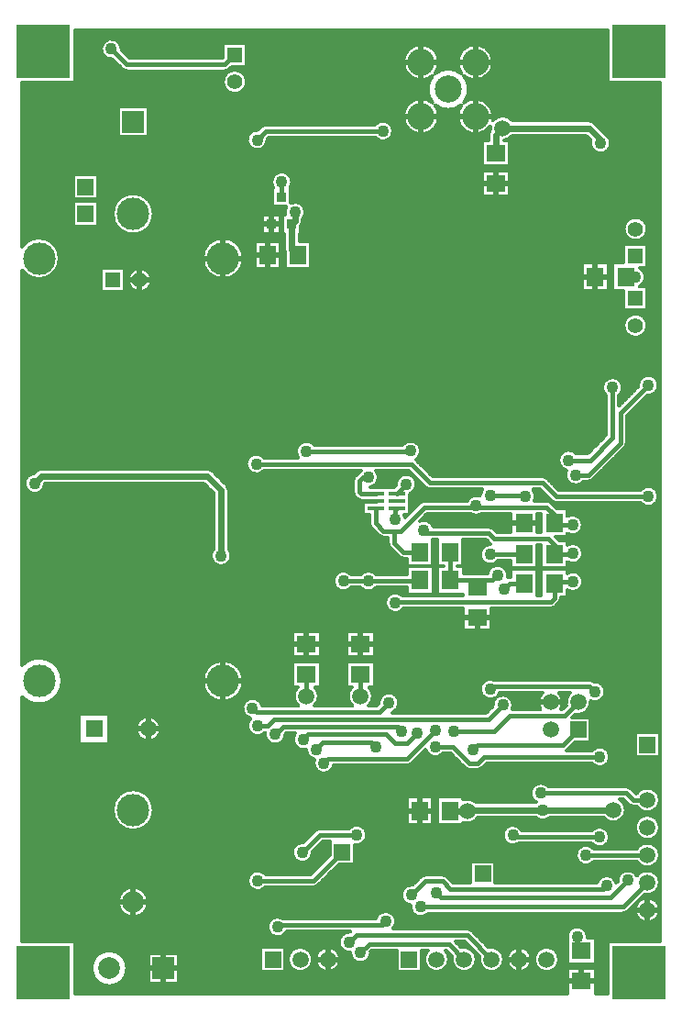
<source format=gbl>
%FSLAX43Y43*%
%MOMM*%
G71*
G01*
G75*
G04 Layer_Physical_Order=2*
%ADD10C,0.300*%
%ADD11R,1.600X1.800*%
%ADD12C,0.125*%
%ADD13R,1.800X1.600*%
%ADD14R,3.000X1.500*%
%ADD15R,2.300X2.300*%
%ADD16R,2.100X1.050*%
%ADD17R,8.000X3.500*%
%ADD18R,0.550X1.450*%
%ADD19R,3.000X4.000*%
%ADD20R,0.900X0.950*%
%ADD21R,0.900X0.950*%
%ADD22O,0.600X1.600*%
%ADD23O,1.600X0.600*%
%ADD24R,1.600X0.600*%
%ADD25R,10.300X10.500*%
%ADD26C,0.400*%
%ADD27C,0.500*%
%ADD28C,2.000*%
%ADD29C,0.600*%
%ADD30C,1.000*%
%ADD31C,1.500*%
%ADD32R,5.000X5.000*%
%ADD33R,1.500X1.500*%
%ADD34C,1.400*%
%ADD35R,1.400X1.400*%
%ADD36C,2.000*%
%ADD37C,1.500*%
%ADD38C,1.500*%
%ADD39R,1.500X1.500*%
%ADD40C,3.000*%
%ADD41C,2.500*%
%ADD42R,2.000X2.000*%
%ADD43C,1.100*%
%ADD44R,1.500X0.400*%
D10*
X58308Y71111D02*
G03*
X58308Y71111I-1100J0D01*
G01*
X58132Y66660D02*
G03*
X57603Y67511I-950J0D01*
G01*
X58292Y62189D02*
G03*
X58292Y62189I-1100J0D01*
G01*
X57559Y65789D02*
G03*
X58132Y66660I-378J872D01*
G01*
X53395Y80920D02*
G03*
X52900Y81125I-495J-495D01*
G01*
X53395Y80920D02*
G03*
X52900Y81125I-495J-495D01*
G01*
X54925Y79025D02*
G03*
X54492Y79822I-950J0D01*
G01*
X53059Y79276D02*
G03*
X54925Y79025I916J-251D01*
G01*
X59338Y56687D02*
G03*
X57443Y56591I-950J0D01*
G01*
X58291Y55742D02*
G03*
X59338Y56687I97J945D01*
G01*
X55675Y55738D02*
G03*
X56025Y56475I-600J737D01*
G01*
G03*
X54475Y55738I-950J0D01*
G01*
X56224Y50951D02*
G03*
X56400Y51375I-424J424D01*
G01*
X56224Y50951D02*
G03*
X56400Y51375I-424J424D01*
G01*
X59338Y46437D02*
G03*
X57651Y47037I-950J0D01*
G01*
Y45837D02*
G03*
X59338Y46437I737J600D01*
G01*
X52825Y47800D02*
G03*
X53249Y47976I0J600D01*
G01*
X52825Y47800D02*
G03*
X53249Y47976I0J600D01*
G01*
X51762Y50375D02*
G03*
X50813Y48849I-737J-600D01*
G01*
G03*
X52387Y47800I837J-449D01*
G01*
X52325Y43800D02*
G03*
X50888Y44615I-950J0D01*
G01*
Y42985D02*
G03*
X52325Y43800I487J815D01*
G01*
X49438Y46013D02*
G03*
X49863Y45837I424J424D01*
G01*
X49438Y46013D02*
G03*
X49863Y45837I424J424D01*
G01*
X52360Y41160D02*
G03*
X50888Y41953I-950J0D01*
G01*
Y40367D02*
G03*
X52360Y41160I522J793D01*
G01*
X52375Y38575D02*
G03*
X50888Y39358I-950J0D01*
G01*
Y37792D02*
G03*
X52375Y38575I537J783D01*
G01*
X50112Y36588D02*
G03*
X50288Y37013I-424J424D01*
G01*
X50112Y36588D02*
G03*
X50288Y37013I-424J424D01*
G01*
X49375Y36100D02*
G03*
X49799Y36276I0J600D01*
G01*
X49375Y36100D02*
G03*
X49799Y36276I0J600D01*
G01*
X41352Y85226D02*
G03*
X44050Y86500I1048J1274D01*
G01*
Y81500D02*
G03*
X41352Y82774I-1650J0D01*
G01*
X45837Y81125D02*
G03*
X44004Y81114I-912J-700D01*
G01*
G03*
X44050Y81500I-1604J386D01*
G01*
X43790Y80611D02*
G03*
X43785Y80274I1135J-186D01*
G01*
X41800Y84000D02*
G03*
X41352Y85226I-1900J0D01*
G01*
Y82774D02*
G03*
X41800Y84000I-1452J1226D01*
G01*
X45095Y79288D02*
G03*
X45837Y79725I-170J1137D01*
G01*
X49024Y48124D02*
G03*
X48600Y48300I-424J-424D01*
G01*
X49024Y48124D02*
G03*
X48600Y48300I-424J-424D01*
G01*
X43785Y80274D02*
G03*
X43593Y79793I509J-481D01*
G01*
X43785Y80274D02*
G03*
X43593Y79793I509J-481D01*
G01*
X44050Y86500D02*
G03*
X41126Y85452I-1650J0D01*
G01*
X39050Y86500D02*
G03*
X38448Y85226I-1650J0D01*
G01*
X41126Y85452D02*
G03*
X38674Y85452I-1226J-1452D01*
G01*
G03*
X39050Y86500I-1274J1048D01*
G01*
X38674Y82548D02*
G03*
X41126Y82548I1226J1452D01*
G01*
X39050Y81500D02*
G03*
X38674Y82548I-1650J0D01*
G01*
X38448Y85226D02*
G03*
X38448Y82774I1452J-1226D01*
G01*
X41126Y82548D02*
G03*
X43790Y80611I1274J-1048D01*
G01*
X38448Y82774D02*
G03*
X39050Y81500I-1048J-1274D01*
G01*
X37776Y47276D02*
G03*
X38200Y47100I424J424D01*
G01*
X37776Y47276D02*
G03*
X38200Y47100I424J424D01*
G01*
X36929Y49820D02*
G03*
X37375Y50625I-504J805D01*
G01*
G03*
X35669Y51200I-950J0D01*
G01*
X36350Y46657D02*
G03*
X36975Y47550I-325J893D01*
G01*
G03*
X35080Y47453I-950J0D01*
G01*
X49399Y45874D02*
G03*
X48975Y46050I-424J-424D01*
G01*
X49399Y45874D02*
G03*
X48975Y46050I-424J-424D01*
G01*
X47975Y46475D02*
G03*
X47740Y47100I-950J0D01*
G01*
X47875Y46050D02*
G03*
X47975Y46475I-850J425D01*
G01*
X43038Y47100D02*
G03*
X42825Y46483I737J-600D01*
G01*
G03*
X41638Y46050I-350J-883D01*
G01*
X44049Y43474D02*
G03*
X43625Y43650I-424J-424D01*
G01*
X44049Y43474D02*
G03*
X43625Y43650I-424J-424D01*
G01*
X43726Y42101D02*
G03*
X43820Y42024I424J424D01*
G01*
X41892Y44850D02*
G03*
X43058Y44850I583J750D01*
G01*
X43726Y42101D02*
G03*
X43820Y42024I424J424D01*
G01*
G03*
X44536Y40507I-45J-949D01*
G01*
X45381Y38987D02*
G03*
X45400Y39175I-931J188D01*
G01*
X45532Y39007D02*
G03*
X45381Y38987I0J-600D01*
G01*
X45532Y39007D02*
G03*
X45381Y38987I0J-600D01*
G01*
X45400Y39175D02*
G03*
X43507Y39293I-950J0D01*
G01*
X37725Y46050D02*
G03*
X37301Y45874I0J-600D01*
G01*
X37725Y46050D02*
G03*
X37301Y45874I0J-600D01*
G01*
X38533Y43650D02*
G03*
X37311Y44187I-883J-350D01*
G01*
X35924Y44497D02*
G03*
X35823Y44750I-924J-222D01*
G01*
X35344Y40882D02*
G03*
X35768Y40707I424J424D01*
G01*
X35344Y40882D02*
G03*
X35768Y40707I424J424D01*
G01*
X56749Y19499D02*
G03*
X56325Y19675I-424J-424D01*
G01*
X56749Y19499D02*
G03*
X56325Y19675I-424J-424D01*
G01*
X59449Y18427D02*
G03*
X57318Y19027I-1150J0D01*
G01*
Y17827D02*
G03*
X59449Y18427I981J600D01*
G01*
Y15887D02*
G03*
X59449Y15887I-1150J0D01*
G01*
X56549Y18003D02*
G03*
X56973Y17827I424J424D01*
G01*
X56549Y18003D02*
G03*
X56973Y17827I424J424D01*
G01*
X56300Y17500D02*
G03*
X55760Y18475I-1150J0D01*
G01*
X54238Y16800D02*
G03*
X56300Y17500I912J700D01*
G01*
X53377Y29345D02*
G03*
X52975Y29500I-402J-445D01*
G01*
X53377Y29345D02*
G03*
X52975Y29500I-402J-445D01*
G01*
X54425Y28400D02*
G03*
X53377Y29345I-950J0D01*
G01*
X53044Y27553D02*
G03*
X54425Y28400I431J847D01*
G01*
X53050Y27440D02*
G03*
X53044Y27553I-1150J0D01*
G01*
X51631Y26322D02*
G03*
X53050Y27440I269J1118D01*
G01*
X51137Y28300D02*
G03*
X50782Y27171I763J-860D01*
G01*
X50510Y27440D02*
G03*
X50123Y28300I-1150J0D01*
G01*
X50315Y26800D02*
G03*
X50510Y27440I-955J640D01*
G01*
X54850Y22400D02*
G03*
X53163Y23000I-950J0D01*
G01*
Y21800D02*
G03*
X54850Y22400I737J600D01*
G01*
X54825Y15000D02*
G03*
X53138Y15600I-950J0D01*
G01*
X50815Y23000D02*
G03*
X50949Y23101I-290J525D01*
G01*
X50815Y23000D02*
G03*
X50949Y23101I-290J525D01*
G01*
X59449Y13347D02*
G03*
X57318Y13947I-1150J0D01*
G01*
Y12747D02*
G03*
X59449Y13347I981J600D01*
G01*
X58030Y9689D02*
G03*
X59449Y10807I269J1118D01*
G01*
G03*
X57327Y11421I-1150J0D01*
G01*
X59449Y8267D02*
G03*
X59449Y8267I-1150J0D01*
G01*
X57327Y11421D02*
G03*
X55530Y10903I-852J-421D01*
G01*
X55432Y10806D02*
G03*
X53616Y10800I-907J-281D01*
G01*
X56042Y7950D02*
G03*
X56466Y8126I0J600D01*
G01*
X56042Y7950D02*
G03*
X56466Y8126I0J600D01*
G01*
X53138Y14400D02*
G03*
X54825Y15000I737J600D01*
G01*
X53343Y13947D02*
G03*
X53379Y12747I-718J-622D01*
G01*
X52752Y5688D02*
G03*
X52758Y5800I-943J112D01*
G01*
G03*
X50893Y5544I-950J0D01*
G01*
X50138Y3711D02*
G03*
X50138Y3711I-1150J0D01*
G01*
X48597Y28300D02*
G03*
X48405Y26800I763J-860D01*
G01*
X45823D02*
G03*
X45900Y27175I-873J375D01*
G01*
X44453Y27985D02*
G03*
X44658Y28300I-678J665D01*
G01*
X45900Y27175D02*
G03*
X44453Y27985I-950J0D01*
G01*
X44272Y27840D02*
G03*
X44005Y27078I678J-665D01*
G01*
X49165Y19675D02*
G03*
X48026Y18200I-715J-625D01*
G01*
X47982Y16800D02*
G03*
X49318Y16800I668J675D01*
G01*
X44199Y29500D02*
G03*
X44272Y27840I-424J-850D01*
G01*
X42650Y21225D02*
G03*
X43074Y21401I0J600D01*
G01*
X42650Y21225D02*
G03*
X43074Y21401I0J600D01*
G01*
X41426D02*
G03*
X41850Y21225I424J424D01*
G01*
X41426Y21401D02*
G03*
X41850Y21225I424J424D01*
G01*
X37787Y23063D02*
G03*
X39437Y22725I913J262D01*
G01*
X36075Y21600D02*
G03*
X36499Y21776I0J600D01*
G01*
X36075Y21600D02*
G03*
X36499Y21776I0J600D01*
G01*
X42501Y18200D02*
G03*
X41287Y18483I-826J-800D01*
G01*
Y16317D02*
G03*
X42656Y16800I388J1083D01*
G01*
X46725Y15600D02*
G03*
X46424Y14400I-850J-425D01*
G01*
X47598Y3711D02*
G03*
X47598Y3711I-1150J0D01*
G01*
X45058D02*
G03*
X43639Y4829I-1150J0D01*
G01*
X42790Y3980D02*
G03*
X45058Y3711I1118J-269D01*
G01*
X39799Y11349D02*
G03*
X39375Y11525I-424J-424D01*
G01*
X39799Y11349D02*
G03*
X39375Y11525I-424J-424D01*
G01*
X42068Y6399D02*
G03*
X41644Y6575I-424J-424D01*
G01*
X42068Y6399D02*
G03*
X41644Y6575I-424J-424D01*
G01*
X37800Y11525D02*
G03*
X37376Y11349I0J-600D01*
G01*
X37800Y11525D02*
G03*
X37376Y11349I0J-600D01*
G01*
X36622Y10595D02*
G03*
X36413Y8707I-97J-945D01*
G01*
G03*
X38087Y7950I937J-157D01*
G01*
X34818Y6575D02*
G03*
X35075Y7225I-693J650D01*
G01*
X42518Y3711D02*
G03*
X41099Y4829I-1150J0D01*
G01*
X40250Y3980D02*
G03*
X42518Y3711I1118J-269D01*
G01*
X39978D02*
G03*
X39640Y4525I-1150J0D01*
G01*
X38016D02*
G03*
X39978Y3711I812J-814D01*
G01*
X34825Y80150D02*
G03*
X33138Y80750I-950J0D01*
G01*
Y79550D02*
G03*
X34825Y80150I737J600D01*
G01*
X25309Y74914D02*
G03*
X25475Y75450I-784J536D01*
G01*
X26450Y72008D02*
G03*
X26700Y72650I-700J642D01*
G01*
X26308Y71408D02*
G03*
X26450Y71830I-558J422D01*
G01*
X26700Y72650D02*
G03*
X25358Y73516I-950J0D01*
G01*
X26308Y71408D02*
G03*
X26450Y71830I-558J422D01*
G01*
X23075Y80750D02*
G03*
X22651Y80574I0J-600D01*
G01*
X23075Y80750D02*
G03*
X22651Y80574I0J-600D01*
G01*
X22347Y80270D02*
G03*
X23200Y79325I-97J-945D01*
G01*
X24951Y73164D02*
G03*
X24830Y72414I799J-514D01*
G01*
X25475Y75450D02*
G03*
X23741Y74914I-950J0D01*
G01*
X27537Y51200D02*
G03*
X26044Y50025I-737J-600D01*
G01*
X24758Y69247D02*
G03*
X24812Y68978I700J0D01*
G01*
X24758Y69247D02*
G03*
X24812Y68978I700J0D01*
G01*
X33475Y48175D02*
G03*
X33218Y48825I-950J0D01*
G01*
X32742Y47250D02*
G03*
X33475Y48175I-217J925D01*
G01*
X34325Y42150D02*
G03*
X34501Y41726I600J0D01*
G01*
X34325Y42150D02*
G03*
X34501Y41726I600J0D01*
G01*
X33501Y42826D02*
G03*
X33925Y42650I424J424D01*
G01*
X33501Y42826D02*
G03*
X33925Y42650I424J424D01*
G01*
X33262Y39225D02*
G03*
X31788Y39225I-737J-600D01*
G01*
X31832Y48825D02*
G03*
X31733Y48699I693J-650D01*
G01*
G03*
X31601Y48599I292J-524D01*
G01*
X31733Y48699D02*
G03*
X31601Y48599I292J-524D01*
G01*
X31276Y48274D02*
G03*
X31100Y47850I424J-424D01*
G01*
X31276Y48274D02*
G03*
X31100Y47850I424J-424D01*
G01*
Y46850D02*
G03*
X31276Y46426I600J0D01*
G01*
X31100Y46850D02*
G03*
X31276Y46426I600J0D01*
G01*
X32600Y43975D02*
G03*
X32776Y43551I600J0D01*
G01*
X32600Y43975D02*
G03*
X32776Y43551I600J0D01*
G01*
X31476Y46226D02*
G03*
X31900Y46050I424J424D01*
G01*
X31476Y46226D02*
G03*
X31900Y46050I424J424D01*
G01*
X22912Y50025D02*
G03*
X22912Y48825I-737J-600D01*
G01*
X19278Y85675D02*
G03*
X19702Y85851I0J600D01*
G01*
X19278Y85675D02*
G03*
X19702Y85851I0J600D01*
G01*
X21292Y84689D02*
G03*
X21292Y84689I-1100J0D01*
G01*
X9801Y85851D02*
G03*
X10225Y85675I424J424D01*
G01*
X9801Y85851D02*
G03*
X10225Y85675I424J424D01*
G01*
X9734Y87716D02*
G03*
X8880Y86771I-950J0D01*
G01*
X21000Y68400D02*
G03*
X21000Y68400I-1900J0D01*
G01*
X12700Y72500D02*
G03*
X12700Y72500I-1900J0D01*
G01*
X12511Y66392D02*
G03*
X12511Y66392I-1100J0D01*
G01*
X19625Y47000D02*
G03*
X19420Y47495I-700J0D01*
G01*
X19625Y47000D02*
G03*
X19420Y47495I-700J0D01*
G01*
X19875Y40950D02*
G03*
X19625Y41592I-950J0D01*
G01*
X18225D02*
G03*
X19875Y40950I700J-642D01*
G01*
X18120Y48795D02*
G03*
X17625Y49000I-495J-495D01*
G01*
X18120Y48795D02*
G03*
X17625Y49000I-495J-495D01*
G01*
X4000Y68400D02*
G03*
X550Y69499I-1900J0D01*
G01*
Y67301D02*
G03*
X4000Y68400I1550J1099D01*
G01*
X2300Y49000D02*
G03*
X1777Y48765I0J-700D01*
G01*
X2300Y49000D02*
G03*
X1776Y48764I0J-700D01*
G01*
X1604Y48570D02*
G03*
X2650Y47600I96J-945D01*
G01*
X35668Y37300D02*
G03*
X35792Y36100I-668J-675D01*
G01*
X31788Y38025D02*
G03*
X33262Y38025I737J600D01*
G01*
X30962Y39225D02*
G03*
X30962Y38025I-737J-600D01*
G01*
X35375Y27375D02*
G03*
X33480Y27278I-950J0D01*
G01*
X32942Y28000D02*
G03*
X32606Y28812I-1150J0D01*
G01*
X32539Y27125D02*
G03*
X32942Y28000I-746J875D01*
G01*
X34729Y26475D02*
G03*
X35375Y27375I-304J900D01*
G01*
X30978Y28812D02*
G03*
X31046Y27125I814J-813D01*
G01*
X27942Y28000D02*
G03*
X27606Y28812I-1150J0D01*
G01*
X27539Y27125D02*
G03*
X27942Y28000I-746J875D01*
G01*
X27538Y22164D02*
G03*
X29348Y21600I887J-339D01*
G01*
X25978Y28812D02*
G03*
X26046Y27125I814J-813D01*
G01*
X25744Y24575D02*
G03*
X26750Y23084I756J-575D01*
G01*
G03*
X27538Y22164I950J16D01*
G01*
X32400Y15193D02*
G03*
X30713Y15793I-950J0D01*
G01*
X31245Y14266D02*
G03*
X32400Y15193I205J928D01*
G01*
X35075Y7225D02*
G03*
X33208Y7475I-950J0D01*
G01*
X30847Y6245D02*
G03*
X30850Y4355I-97J-945D01*
G01*
G03*
X32750Y4325I950J-30D01*
G01*
X28043Y15793D02*
G03*
X27619Y15618I0J-600D01*
G01*
X28043Y15793D02*
G03*
X27619Y15618I0J-600D01*
G01*
X26522Y14520D02*
G03*
X27375Y13575I-97J-945D01*
G01*
X27459Y10375D02*
G03*
X27883Y10551I0J600D01*
G01*
X27459Y10375D02*
G03*
X27883Y10551I0J600D01*
G01*
X29921Y3711D02*
G03*
X29921Y3711I-1150J0D01*
G01*
X27381D02*
G03*
X27381Y3711I-1150J0D01*
G01*
X22742Y27125D02*
G03*
X21627Y25946I-917J-250D01*
G01*
X21000Y29400D02*
G03*
X21000Y29400I-1900J0D01*
G01*
X21627Y25946D02*
G03*
X22986Y24618I673J-671D01*
G01*
G03*
X24875Y24475I939J-143D01*
G01*
X4250Y29400D02*
G03*
X550Y30890I-2150J0D01*
G01*
Y27910D02*
G03*
X4250Y29400I1550J1490D01*
G01*
X13349Y24993D02*
G03*
X13349Y24993I-1150J0D01*
G01*
X24699Y7475D02*
G03*
X25000Y6275I-549J-775D01*
G01*
X23036Y11575D02*
G03*
X23036Y10375I-737J-600D01*
G01*
X12700Y17500D02*
G03*
X12700Y17500I-1900J0D01*
G01*
X12200Y9000D02*
G03*
X12200Y9000I-1400J0D01*
G01*
X10244Y2892D02*
G03*
X10244Y2892I-1650J0D01*
G01*
X57691Y72100D02*
X59450D01*
X57857Y72000D02*
X59450D01*
X57368Y72200D02*
X59450D01*
X58066Y71800D02*
X59450D01*
X57975Y71900D02*
X59450D01*
X58194Y71600D02*
X59450D01*
X58138Y71700D02*
X59450D01*
X58270Y71400D02*
X59450D01*
X58237Y71500D02*
X59450D01*
X58292Y71300D02*
X59450D01*
X58305Y71200D02*
X59450D01*
X58308Y71100D02*
X59450D01*
X58303Y71000D02*
X59450D01*
X58288Y70900D02*
X59450D01*
X58300Y71247D02*
Y84600D01*
Y69711D02*
Y70976D01*
X58263Y70800D02*
X59450D01*
X58228Y70700D02*
X59450D01*
X54600Y84600D02*
X59450D01*
X54644Y79700D02*
X59450D01*
X54525Y79800D02*
X59450D01*
X54798Y79500D02*
X59450D01*
X54731Y79600D02*
X59450D01*
X54884Y79300D02*
X59450D01*
X54848Y79400D02*
X59450D01*
X54909Y79200D02*
X59450D01*
X54922Y79100D02*
X59450D01*
X54925Y79000D02*
X59450D01*
X54917Y78900D02*
X59450D01*
X54898Y78800D02*
X59450D01*
X54868Y78700D02*
X59450D01*
X54824Y78600D02*
X59450D01*
X54767Y78500D02*
X59450D01*
X54690Y78400D02*
X59450D01*
X54589Y78300D02*
X59450D01*
X58308Y69700D02*
X59450D01*
X58308Y69600D02*
X59450D01*
X58308Y69500D02*
X59450D01*
X58308Y69400D02*
X59450D01*
X58308Y69300D02*
X59450D01*
X58308Y69200D02*
X59450D01*
X58308Y69100D02*
X59450D01*
X58308Y69000D02*
X59450D01*
X58308Y68900D02*
X59450D01*
X58308Y68800D02*
X59450D01*
X58308Y68700D02*
X59450D01*
X58308Y68600D02*
X59450D01*
X58308Y68500D02*
X59450D01*
X58308Y68400D02*
X59450D01*
X58308Y67511D02*
Y69711D01*
Y68300D02*
X59450D01*
X58308Y68200D02*
X59450D01*
X58308Y68100D02*
X59450D01*
X58182Y70600D02*
X59450D01*
X58122Y70500D02*
X59450D01*
X58047Y70400D02*
X59450D01*
X57951Y70300D02*
X59450D01*
X57824Y70200D02*
X59450D01*
X57640Y70100D02*
X59450D01*
X56108Y69711D02*
X58308D01*
Y68000D02*
X59450D01*
X58308Y67900D02*
X59450D01*
X58308Y67800D02*
X59450D01*
X58308Y67700D02*
X59450D01*
X58308Y67600D02*
X59450D01*
X57626Y67500D02*
X59450D01*
X57778Y67400D02*
X59450D01*
X57603Y67511D02*
X58308D01*
X57964Y67200D02*
X59450D01*
X57884Y67300D02*
X59450D01*
X57700Y72095D02*
Y84600D01*
X57600Y72139D02*
Y84600D01*
X57500Y72172D02*
Y84600D01*
X57400Y72195D02*
Y84600D01*
X57300Y72208D02*
Y84600D01*
X57200Y72211D02*
Y84600D01*
X57100Y72206D02*
Y84600D01*
X57000Y72191D02*
Y84600D01*
X56900Y72167D02*
Y84600D01*
X58100Y71756D02*
Y84600D01*
X58200Y71588D02*
Y84600D01*
X58000Y71875D02*
Y84600D01*
X57900Y71967D02*
Y84600D01*
X57800Y72039D02*
Y84600D01*
X56800Y72133D02*
Y84600D01*
X56700Y72087D02*
Y84600D01*
X56600Y72028D02*
Y84600D01*
X56500Y71953D02*
Y84600D01*
X56400Y71857D02*
Y84600D01*
X56300Y71732D02*
Y84600D01*
X56200Y71551D02*
Y84600D01*
X56100Y67982D02*
Y84600D01*
X56000Y67982D02*
Y84600D01*
X54600D02*
Y89450D01*
X54600Y79741D02*
Y89450D01*
X55900Y67982D02*
Y84600D01*
X54900Y79242D02*
Y84600D01*
X55800Y67982D02*
Y84600D01*
X55700Y67982D02*
Y84600D01*
X55600Y67982D02*
Y84600D01*
X55500Y67982D02*
Y84600D01*
X55400Y67982D02*
Y84600D01*
X55300Y67982D02*
Y84600D01*
X55200Y67982D02*
Y84600D01*
X55100Y67982D02*
Y84600D01*
X58200Y69711D02*
Y70635D01*
X58100Y69711D02*
Y70467D01*
X58000Y69711D02*
Y70348D01*
X57900Y69711D02*
Y70256D01*
X57800Y69711D02*
Y70184D01*
X57700Y69711D02*
Y70127D01*
X57600Y69711D02*
Y70083D01*
X57500Y69711D02*
Y70051D01*
X57400Y69711D02*
Y70028D01*
X57300Y69711D02*
Y70015D01*
X57200Y69711D02*
Y70011D01*
X57100Y69711D02*
Y70017D01*
X57900Y67282D02*
Y67511D01*
X57800Y67382D02*
Y67511D01*
X57000Y69711D02*
Y70031D01*
X56700Y69711D02*
Y70136D01*
X56900Y69711D02*
Y70056D01*
X56800Y69711D02*
Y70090D01*
X56400Y69711D02*
Y70365D01*
X56300Y69711D02*
Y70491D01*
X56200Y69711D02*
Y70672D01*
X56600Y69711D02*
Y70195D01*
X56500Y69711D02*
Y70270D01*
X54800Y79496D02*
Y84600D01*
X54700Y79639D02*
Y84600D01*
X56108Y67982D02*
Y69711D01*
X55088Y67982D02*
X56108D01*
X54688Y67900D02*
X55088D01*
X54688Y67800D02*
X55088D01*
X54688Y67700D02*
X55088D01*
X54688Y67600D02*
X55088D01*
X54688Y67500D02*
X55088D01*
X54600Y67982D02*
Y78309D01*
X54688Y67400D02*
X55088D01*
X54688Y67300D02*
X55088D01*
X58292Y65700D02*
X59450D01*
X58292Y65600D02*
X59450D01*
X58292Y65500D02*
X59450D01*
X58292Y65400D02*
X59450D01*
X58292Y65300D02*
X59450D01*
X58700Y57585D02*
Y84600D01*
X58600Y57613D02*
Y84600D01*
X58292Y63589D02*
Y65789D01*
Y65200D02*
X59450D01*
X59200Y57180D02*
Y84600D01*
X59300Y56953D02*
Y84600D01*
X59100Y57316D02*
Y84600D01*
X59000Y57414D02*
Y84600D01*
X58900Y57488D02*
Y84600D01*
X58800Y57543D02*
Y84600D01*
X58500Y57631D02*
Y84600D01*
X58400Y57637D02*
Y84600D01*
X58300Y57633D02*
Y67511D01*
X58024Y67100D02*
X59450D01*
X58101Y66900D02*
X59450D01*
X58069Y67000D02*
X59450D01*
X58121Y66800D02*
X59450D01*
X58131Y66700D02*
X59450D01*
X58130Y66600D02*
X59450D01*
X58118Y66500D02*
X59450D01*
X58095Y66400D02*
X59450D01*
X58061Y66300D02*
X59450D01*
X58013Y66200D02*
X59450D01*
X57949Y66100D02*
X59450D01*
X57864Y66000D02*
X59450D01*
X58200Y65789D02*
Y67511D01*
X57751Y65900D02*
X59450D01*
X57584Y65800D02*
X59450D01*
X57559Y65789D02*
X58292D01*
Y65100D02*
X59450D01*
X58292Y65000D02*
X59450D01*
X58292Y64900D02*
X59450D01*
X58292Y64800D02*
X59450D01*
X58292Y64700D02*
X59450D01*
X58292Y64600D02*
X59450D01*
X58292Y64500D02*
X59450D01*
X58292Y64400D02*
X59450D01*
X58292Y64300D02*
X59450D01*
X58292Y64200D02*
X59450D01*
X58292Y64100D02*
X59450D01*
X58292Y64000D02*
X59450D01*
X58292Y63900D02*
X59450D01*
X58292Y63800D02*
X59450D01*
X58292Y63700D02*
X59450D01*
X58292Y63600D02*
X59450D01*
X58271Y62400D02*
X59450D01*
X58286Y62300D02*
X59450D01*
X57808Y63100D02*
X59450D01*
X57935Y63000D02*
X59450D01*
X57625Y63200D02*
X59450D01*
X58106Y62800D02*
X59450D01*
X58031Y62900D02*
X59450D01*
X58166Y62700D02*
X59450D01*
X56092Y63589D02*
X58292D01*
X58212Y62600D02*
X59450D01*
X58247Y62500D02*
X59450D01*
X58292Y62200D02*
X59450D01*
X58288Y62100D02*
X59450D01*
X58275Y62000D02*
X59450D01*
X58253Y61900D02*
X59450D01*
X58221Y61800D02*
X59450D01*
X58177Y61700D02*
X59450D01*
X58121Y61600D02*
X59450D01*
X58000Y67143D02*
Y67511D01*
X58100Y66904D02*
Y67511D01*
Y65789D02*
Y66416D01*
X58000Y65789D02*
Y66177D01*
X55088Y65382D02*
Y67982D01*
X54688Y67200D02*
X55088D01*
X57900Y65789D02*
Y66038D01*
X57800Y65789D02*
Y65939D01*
X55088Y65382D02*
X56092D01*
Y63589D02*
Y65382D01*
X55000Y57422D02*
Y84600D01*
X56000Y56692D02*
Y65382D01*
X55900Y56946D02*
Y65382D01*
X54900Y57409D02*
Y78808D01*
X54800Y57384D02*
Y78554D01*
X54700Y57348D02*
Y78411D01*
X54688Y65382D02*
Y67982D01*
Y67100D02*
X55088D01*
X54688Y67000D02*
X55088D01*
X54688Y66900D02*
X55088D01*
X54688Y66800D02*
X55088D01*
X54688Y66700D02*
X55088D01*
X54688Y66600D02*
X55088D01*
X54688Y66500D02*
X55088D01*
X54688Y66400D02*
X55088D01*
X54688Y66300D02*
X55088D01*
X54688Y66200D02*
X55088D01*
X54688Y66100D02*
X55088D01*
X54688Y66000D02*
X55088D01*
X54688Y65900D02*
X55088D01*
X54688Y65800D02*
X55088D01*
X54688Y65700D02*
X55088D01*
X54688Y65600D02*
X55088D01*
X54688Y65500D02*
X55088D01*
X57700Y63164D02*
Y63589D01*
X57600Y63210D02*
Y63589D01*
X57500Y63245D02*
Y63589D01*
X57400Y63269D02*
Y63589D01*
X57300Y63283D02*
Y63589D01*
X57200Y63289D02*
Y63589D01*
X57100Y63285D02*
Y63589D01*
X57000Y63272D02*
Y63589D01*
X56900Y63249D02*
Y63589D01*
X58100Y62810D02*
Y63589D01*
X58200Y62629D02*
Y63589D01*
X58000Y62935D02*
Y63589D01*
X58200Y57619D02*
Y61748D01*
X58100Y57593D02*
Y61568D01*
X57900Y63030D02*
Y63589D01*
X57800Y63105D02*
Y63589D01*
X56800Y63216D02*
Y63589D01*
X56700Y63172D02*
Y63589D01*
X56600Y63116D02*
Y63589D01*
X56500Y63044D02*
Y63589D01*
X56400Y62952D02*
Y63589D01*
X56300Y62832D02*
Y63589D01*
X56200Y62664D02*
Y63589D01*
X55200Y57417D02*
Y65382D01*
X54688Y65400D02*
X55088D01*
X56100Y62321D02*
Y63589D01*
X55100Y57425D02*
Y65382D01*
X55800Y57089D02*
Y65382D01*
X55700Y57191D02*
Y65382D01*
X56200Y55348D02*
Y61713D01*
X56100Y55248D02*
Y62056D01*
X55600Y57267D02*
Y65382D01*
X55500Y57325D02*
Y65382D01*
X55400Y57368D02*
Y65382D01*
X55300Y57398D02*
Y65382D01*
X43713Y87500D02*
X54600D01*
X43783Y87400D02*
X54600D01*
X43630Y87600D02*
X54600D01*
X43894Y87200D02*
X54600D01*
X43843Y87300D02*
X54600D01*
X43973Y87000D02*
X54600D01*
X43937Y87100D02*
X54600D01*
X44001Y86900D02*
X54600D01*
X44023Y86800D02*
X54600D01*
X44038Y86700D02*
X54600D01*
X44047Y86600D02*
X54600D01*
X44050Y86500D02*
X54600D01*
X44047Y86400D02*
X54600D01*
X44038Y86300D02*
X54600D01*
X44022Y86200D02*
X54600D01*
X44001Y86100D02*
X54600D01*
X43972Y86000D02*
X54600D01*
X43937Y85900D02*
X54600D01*
X42804Y88100D02*
X54600D01*
X41703Y84600D02*
X59450D01*
X41733Y84500D02*
X59450D01*
X41757Y84400D02*
X59450D01*
X41776Y84300D02*
X59450D01*
X43274Y87900D02*
X54600D01*
X43088Y88000D02*
X54600D01*
X43533Y87700D02*
X54600D01*
X43417Y87800D02*
X54600D01*
X41789Y84200D02*
X59450D01*
X41797Y84100D02*
X59450D01*
X41800Y84000D02*
X59450D01*
X41797Y83900D02*
X59450D01*
X41789Y83800D02*
X59450D01*
X41776Y83700D02*
X59450D01*
X41757Y83600D02*
X59450D01*
X41733Y83500D02*
X59450D01*
X41703Y83400D02*
X59450D01*
X45334Y81500D02*
X59450D01*
X45535Y81400D02*
X59450D01*
X44038Y81700D02*
X59450D01*
X45775Y81200D02*
X59450D01*
X45672Y81300D02*
X59450D01*
X53300Y81000D02*
X59450D01*
X53086Y81100D02*
X59450D01*
X53515Y80800D02*
X59450D01*
X53415Y80900D02*
X59450D01*
X53715Y80600D02*
X59450D01*
X53815Y80500D02*
X59450D01*
X53615Y80700D02*
X59450D01*
X54015Y80300D02*
X59450D01*
X53915Y80400D02*
X59450D01*
X54215Y80100D02*
X59450D01*
X54115Y80200D02*
X59450D01*
X54415Y79900D02*
X59450D01*
X54315Y80000D02*
X59450D01*
X41666Y83300D02*
X59450D01*
X42804Y83100D02*
X59450D01*
X41623Y83200D02*
X59450D01*
X43274Y82900D02*
X59450D01*
X43088Y83000D02*
X59450D01*
X43533Y82700D02*
X59450D01*
X43417Y82800D02*
X59450D01*
X43713Y82500D02*
X59450D01*
X43630Y82600D02*
X59450D01*
X43783Y82400D02*
X59450D01*
X43843Y82300D02*
X59450D01*
X43894Y82200D02*
X59450D01*
X43937Y82100D02*
X59450D01*
X43973Y82000D02*
X59450D01*
X44001Y81900D02*
X59450D01*
X44047Y81600D02*
X59450D01*
X44023Y81800D02*
X59450D01*
X53500Y80815D02*
Y89450D01*
X53600Y80715D02*
Y89450D01*
X53400Y80915D02*
Y89450D01*
X53300Y81000D02*
Y89450D01*
X53200Y81058D02*
Y89450D01*
X53100Y81096D02*
Y89450D01*
X53000Y81118D02*
Y89450D01*
X52900Y81125D02*
Y89450D01*
X52800Y81125D02*
Y89450D01*
X54400Y79915D02*
Y89450D01*
X54500Y79817D02*
Y89450D01*
X54300Y80015D02*
Y89450D01*
X54200Y80115D02*
Y89450D01*
X54100Y80215D02*
Y89450D01*
X54000Y80315D02*
Y89450D01*
X53900Y80415D02*
Y89450D01*
X53800Y80515D02*
Y89450D01*
X53700Y80615D02*
Y89450D01*
X52700Y81125D02*
Y89450D01*
X52600Y81125D02*
Y89450D01*
X52500Y81125D02*
Y89450D01*
X52400Y81125D02*
Y89450D01*
X52300Y81125D02*
Y89450D01*
X52200Y81125D02*
Y89450D01*
X52100Y81125D02*
Y89450D01*
X52000Y81125D02*
Y89450D01*
X51900Y81125D02*
Y89450D01*
X51800Y81125D02*
Y89450D01*
X51700Y81125D02*
Y89450D01*
X51600Y81125D02*
Y89450D01*
X51500Y81125D02*
Y89450D01*
X51400Y81125D02*
Y89450D01*
X51300Y81125D02*
Y89450D01*
X51200Y81125D02*
Y89450D01*
X51100Y81125D02*
Y89450D01*
X51000Y81125D02*
Y89450D01*
X50900Y81125D02*
Y89450D01*
X50800Y81125D02*
Y89450D01*
X50700Y81125D02*
Y89450D01*
X50600Y81125D02*
Y89450D01*
X50500Y81125D02*
Y89450D01*
X50400Y81125D02*
Y89450D01*
X50300Y81125D02*
Y89450D01*
X50200Y81125D02*
Y89450D01*
X50100Y81125D02*
Y89450D01*
X50000Y81125D02*
Y89450D01*
X53395Y80920D02*
X54470Y79845D01*
X49900Y81125D02*
Y89450D01*
X49800Y81125D02*
Y89450D01*
X49700Y81125D02*
Y89450D01*
X49600Y81125D02*
Y89450D01*
X43894Y85800D02*
X54600D01*
X43843Y85700D02*
X54600D01*
X43783Y85600D02*
X54600D01*
X43712Y85500D02*
X54600D01*
X43630Y85400D02*
X54600D01*
X43532Y85300D02*
X54600D01*
X43416Y85200D02*
X54600D01*
X43273Y85100D02*
X54600D01*
X43087Y85000D02*
X54600D01*
X42802Y84900D02*
X54600D01*
X41624Y84800D02*
X54600D01*
X45837Y81125D02*
X52900D01*
X41666Y84700D02*
X54600D01*
X49500Y81125D02*
Y89450D01*
X49400Y81125D02*
Y89450D01*
X45837Y79725D02*
X52610D01*
X45817Y79700D02*
X52635D01*
X54446Y78200D02*
X59450D01*
X54190Y78100D02*
X59450D01*
X45593Y78000D02*
X59450D01*
X54500Y67982D02*
Y78233D01*
X54400Y67982D02*
Y78175D01*
X45593Y78200D02*
X53504D01*
X45593Y78100D02*
X53760D01*
X54300Y67982D02*
Y78132D01*
X54200Y67982D02*
Y78102D01*
X54100Y67982D02*
Y78083D01*
X54000Y67982D02*
Y78075D01*
X53900Y67982D02*
Y78078D01*
X53800Y67982D02*
Y78091D01*
X53500Y67982D02*
Y78202D01*
X53700Y67982D02*
Y78116D01*
X53600Y67982D02*
Y78152D01*
X45593Y77900D02*
X59450D01*
X45593Y77800D02*
X59450D01*
X45593Y77700D02*
X59450D01*
X45593Y77600D02*
X59450D01*
X45593Y77500D02*
X59450D01*
X45593Y77400D02*
X59450D01*
X45593Y77300D02*
X59450D01*
X45593Y77200D02*
X59450D01*
X45593Y77100D02*
X59450D01*
X45593Y77000D02*
X59450D01*
X45593Y76900D02*
X59450D01*
X45593Y76400D02*
X59450D01*
X45593Y76300D02*
X59450D01*
X45593Y76200D02*
X59450D01*
X45593Y76100D02*
X59450D01*
X45593Y76000D02*
X59450D01*
X45593Y75900D02*
X59450D01*
X52288Y67982D02*
X54688D01*
X45593Y75800D02*
X59450D01*
X54600Y57298D02*
Y65382D01*
X52288D02*
X54688D01*
X54500Y57231D02*
Y65382D01*
X54400Y57143D02*
Y65382D01*
X54300Y57024D02*
Y65382D01*
X54200Y56844D02*
Y65382D01*
X54100Y51698D02*
Y65382D01*
X54000Y51598D02*
Y65382D01*
X53900Y51498D02*
Y65382D01*
X53800Y51398D02*
Y65382D01*
X53700Y51298D02*
Y65382D01*
X53600Y51198D02*
Y65382D01*
X45593Y75700D02*
X59450D01*
X45593Y75600D02*
X59450D01*
X45593Y75500D02*
X59450D01*
X45593Y75400D02*
X59450D01*
X45593Y75300D02*
X59450D01*
X45593Y75200D02*
X59450D01*
X45593Y75100D02*
X59450D01*
X45593Y75000D02*
X59450D01*
X45593Y74900D02*
X59450D01*
X45593Y74800D02*
X59450D01*
X45593Y74700D02*
X59450D01*
X45593Y74600D02*
X59450D01*
X45593Y74500D02*
X59450D01*
X45593Y74400D02*
X59450D01*
X45593Y74300D02*
X59450D01*
X45593Y74200D02*
X59450D01*
X45593Y74100D02*
X59450D01*
X52610Y79725D02*
X53059Y79276D01*
X52600Y67982D02*
Y79725D01*
X52500Y67982D02*
Y79725D01*
X52400Y67982D02*
Y79725D01*
X52300Y67982D02*
Y79725D01*
X51300Y50684D02*
Y79725D01*
X51200Y50709D02*
Y79725D01*
X51100Y50722D02*
Y79725D01*
X51000Y50725D02*
Y79725D01*
X52200Y50375D02*
Y79725D01*
X52100Y50375D02*
Y79725D01*
X52000Y50375D02*
Y79725D01*
X51900Y50375D02*
Y79725D01*
X51800Y50375D02*
Y79725D01*
X51700Y50444D02*
Y79725D01*
X51600Y50531D02*
Y79725D01*
X51500Y50598D02*
Y79725D01*
X51400Y50648D02*
Y79725D01*
X50900Y50717D02*
Y79725D01*
X50800Y50698D02*
Y79725D01*
X50700Y50668D02*
Y79725D01*
X50600Y50625D02*
Y79725D01*
X45726Y79600D02*
X52735D01*
X50500Y50567D02*
Y79725D01*
X50400Y50490D02*
Y79725D01*
X50300Y50389D02*
Y79725D01*
X50200Y50246D02*
Y79725D01*
X50100Y49991D02*
Y79725D01*
X50000Y47149D02*
Y79725D01*
X49900Y47249D02*
Y79725D01*
X49800Y47349D02*
Y79725D01*
X49700Y47449D02*
Y79725D01*
X49600Y47549D02*
Y79725D01*
X49500Y47649D02*
Y79725D01*
X49400Y47749D02*
Y79725D01*
X53300Y67982D02*
Y78357D01*
X53200Y67982D02*
Y78476D01*
X53100Y67982D02*
Y78656D01*
X53500Y51098D02*
Y65382D01*
X53400Y67982D02*
Y78269D01*
X52800Y67982D02*
Y79535D01*
X52700Y67982D02*
Y79635D01*
X53000Y67982D02*
Y79335D01*
X52900Y67982D02*
Y79435D01*
X53400Y50998D02*
Y65382D01*
X53300Y50898D02*
Y65382D01*
X53200Y50798D02*
Y65382D01*
X53100Y50698D02*
Y65382D01*
X53000Y50598D02*
Y65382D01*
X52900Y50498D02*
Y65382D01*
X52800Y50398D02*
Y65382D01*
X52700Y50375D02*
Y65382D01*
X52600Y50375D02*
Y65382D01*
X45593Y79200D02*
X53041D01*
X45593Y79100D02*
X53028D01*
X45162Y79300D02*
X53035D01*
X45593Y79000D02*
X53025D01*
X45593Y78700D02*
X53082D01*
X45608Y79500D02*
X52835D01*
X45446Y79400D02*
X52935D01*
X45593Y78900D02*
X53033D01*
X45593Y78800D02*
X53052D01*
X45593Y78600D02*
X53126D01*
X45593Y78500D02*
X53183D01*
X45593Y78400D02*
X53260D01*
X45593Y78300D02*
X53361D01*
X52500Y50375D02*
Y65382D01*
X52288D02*
Y67982D01*
X52400Y50375D02*
Y65382D01*
X52300Y50375D02*
Y65382D01*
X59016Y57400D02*
X59450D01*
X59114Y57300D02*
X59450D01*
X58880Y57500D02*
X59450D01*
X59188Y57200D02*
X59450D01*
X59243Y57100D02*
X59450D01*
X59285Y57000D02*
X59450D01*
X59314Y56900D02*
X59450D01*
X59331Y56800D02*
X59450D01*
X59338Y56700D02*
X59450D01*
X59334Y56600D02*
X59450D01*
X59319Y56500D02*
X59450D01*
X59293Y56400D02*
X59450D01*
X59255Y56300D02*
X59450D01*
X59203Y56200D02*
X59450D01*
X59134Y56100D02*
X59450D01*
X59043Y56000D02*
X59450D01*
X58919Y55900D02*
X59450D01*
X58726Y55800D02*
X59450D01*
X58049Y61500D02*
X59450D01*
X57958Y61400D02*
X59450D01*
X57840Y61300D02*
X59450D01*
X57674Y61200D02*
X59450D01*
X57348Y61100D02*
X59450D01*
X58652Y57600D02*
X59450D01*
X58248Y55700D02*
X59450D01*
X58148Y55600D02*
X59450D01*
X58048Y55500D02*
X59450D01*
X57948Y55400D02*
X59450D01*
X57848Y55300D02*
X59450D01*
X57748Y55200D02*
X59450D01*
X57648Y55100D02*
X59450D01*
X57548Y55000D02*
X59450D01*
X57448Y54900D02*
X59450D01*
X57348Y54800D02*
X59450D01*
X57248Y54700D02*
X59450D01*
X57148Y54600D02*
X59450D01*
X57048Y54500D02*
X59450D01*
X56948Y54400D02*
X59450D01*
X56848Y54300D02*
X59450D01*
X56748Y54200D02*
X59450D01*
X56648Y54100D02*
X59450D01*
X56548Y54000D02*
X59450D01*
X56448Y53900D02*
X59450D01*
X56400Y53800D02*
X59450D01*
X56400Y53700D02*
X59450D01*
X56400Y53600D02*
X59450D01*
X56400Y53500D02*
X59450D01*
X56400Y53400D02*
X59450D01*
X56400Y53300D02*
X59450D01*
X56400Y53200D02*
X59450D01*
X56400Y53100D02*
X59450D01*
X56400Y53000D02*
X59450D01*
X56400Y52900D02*
X59450D01*
X56400Y52800D02*
X59450D01*
X56400Y52700D02*
X59450D01*
X56400Y52600D02*
X59450D01*
X56400Y52500D02*
X59450D01*
X56400Y52400D02*
X59450D01*
X56400Y52300D02*
X59450D01*
X56400Y52200D02*
X59450D01*
X56400Y52100D02*
X59450D01*
X56400Y52000D02*
X59450D01*
X56400Y51900D02*
X59450D01*
X56400Y51800D02*
X59450D01*
X56400Y51700D02*
X59450D01*
X56400Y51600D02*
X59450D01*
X56400Y51500D02*
X59450D01*
X56400Y51400D02*
X59450D01*
X56395Y51300D02*
X59450D01*
X56374Y51200D02*
X59450D01*
X56333Y51100D02*
X59450D01*
X58000Y57555D02*
Y61442D01*
X57900Y57503D02*
Y61347D01*
X57800Y57434D02*
Y61272D01*
X57700Y57343D02*
Y61213D01*
X57600Y57218D02*
Y61167D01*
X57500Y57025D02*
Y61133D01*
X57400Y56548D02*
Y61108D01*
X57300Y56448D02*
Y61094D01*
X57200Y56348D02*
Y61089D01*
X57100Y56248D02*
Y61092D01*
X56900Y56048D02*
Y61128D01*
X57000Y56148D02*
Y61105D01*
X56700Y55848D02*
Y61205D01*
X56500Y55648D02*
Y61334D01*
X56800Y55948D02*
Y61161D01*
X56600Y55748D02*
Y61262D01*
X55546Y57300D02*
X57661D01*
X55689Y57200D02*
X57588D01*
X55293Y57400D02*
X57759D01*
X55867Y57000D02*
X57490D01*
X55791Y57100D02*
X57532D01*
X55968Y56800D02*
X57444D01*
X55925Y56900D02*
X57462D01*
X56017Y56600D02*
X57442D01*
X55998Y56700D02*
X57438D01*
X56025Y56500D02*
X57351D01*
X55675Y54823D02*
X57443Y56591D01*
X56022Y56400D02*
X57251D01*
X56009Y56300D02*
X57151D01*
X56400Y55548D02*
Y61425D01*
X56300Y55448D02*
Y61545D01*
X55984Y56200D02*
X57051D01*
X55948Y56100D02*
X56951D01*
X55898Y56000D02*
X56851D01*
X56400Y53851D02*
X58291Y55742D01*
X55831Y55900D02*
X56751D01*
X56000Y55148D02*
Y56258D01*
X55900Y55048D02*
Y56004D01*
X55800Y54948D02*
Y55861D01*
X55743Y55800D02*
X56651D01*
X56268Y51000D02*
X59450D01*
X56173Y50900D02*
X59450D01*
X56073Y50800D02*
X59450D01*
X55973Y50700D02*
X59450D01*
X55873Y50600D02*
X59450D01*
X56400Y51375D02*
Y53851D01*
X55773Y50500D02*
X59450D01*
X55675Y55700D02*
X56551D01*
X55675Y55600D02*
X56451D01*
X55675Y55500D02*
X56351D01*
X55675Y55400D02*
X56251D01*
X55675Y55300D02*
X56151D01*
X55700Y54848D02*
Y55759D01*
X55675Y55200D02*
X56051D01*
X55675Y55100D02*
X55951D01*
X55675Y55000D02*
X55851D01*
X55675Y54823D02*
Y55738D01*
X54475Y52074D02*
Y55738D01*
X55673Y50400D02*
X59450D01*
X55573Y50300D02*
X59450D01*
X54300Y51898D02*
Y55926D01*
X54200Y51798D02*
Y56106D01*
X54400Y51998D02*
Y55807D01*
X52776Y50375D02*
X54475Y52074D01*
X55473Y50200D02*
X59450D01*
X55373Y50100D02*
X59450D01*
X55273Y50000D02*
X59450D01*
X55173Y49900D02*
X59450D01*
X55073Y49800D02*
X59450D01*
X54973Y49700D02*
X59450D01*
X54873Y49600D02*
X59450D01*
X54773Y49500D02*
X59450D01*
X54673Y49400D02*
X59450D01*
X59200Y46930D02*
Y56195D01*
X59300Y46703D02*
Y56422D01*
X59100Y47066D02*
Y56059D01*
X58786Y47300D02*
X59450D01*
X59000Y47164D02*
Y55961D01*
X58900Y47238D02*
Y55887D01*
X58800Y47293D02*
Y55831D01*
X58700Y47335D02*
Y55790D01*
X54573Y49300D02*
X59450D01*
X54473Y49200D02*
X59450D01*
X54373Y49100D02*
X59450D01*
X54273Y49000D02*
X59450D01*
X54173Y48900D02*
X59450D01*
X54073Y48800D02*
X59450D01*
X53973Y48700D02*
X59450D01*
X53873Y48600D02*
X59450D01*
X53773Y48500D02*
X59450D01*
X53673Y48400D02*
X59450D01*
X53573Y48300D02*
X59450D01*
X53473Y48200D02*
X59450D01*
X53373Y48100D02*
X59450D01*
X53273Y48000D02*
X59450D01*
X53156Y47900D02*
X59450D01*
X52386Y47800D02*
X59450D01*
X52292Y47700D02*
X59450D01*
X59069Y47100D02*
X59450D01*
X59153Y47000D02*
X59450D01*
X58954Y47200D02*
X59450D01*
X59266Y46800D02*
X59450D01*
X59217Y46900D02*
X59450D01*
X59301Y46700D02*
X59450D01*
X59324Y46600D02*
X59450D01*
X59336Y46500D02*
X59450D01*
X59337Y46400D02*
X59450D01*
X59328Y46300D02*
X59450D01*
X59307Y46200D02*
X59450D01*
X59276Y46100D02*
X59450D01*
X59231Y46000D02*
X59450D01*
X59171Y45900D02*
X59450D01*
X59092Y45800D02*
X59450D01*
X58986Y45700D02*
X59450D01*
X58836Y45600D02*
X59450D01*
X58540Y45500D02*
X59450D01*
X52276Y44100D02*
X59450D01*
X52304Y44000D02*
X59450D01*
X52320Y43900D02*
X59450D01*
X52325Y43800D02*
X59450D01*
X52320Y43700D02*
X59450D01*
X52304Y43600D02*
X59450D01*
X52276Y43500D02*
X59450D01*
X52297Y41500D02*
X59450D01*
X52329Y41400D02*
X59450D01*
X52350Y41300D02*
X59450D01*
X52359Y41200D02*
X59450D01*
X52358Y41100D02*
X59450D01*
X52367Y38700D02*
X59450D01*
X52375Y38600D02*
X59450D01*
X52372Y38500D02*
X59450D01*
X52359Y38400D02*
X59450D01*
X58600Y47363D02*
Y55761D01*
X58500Y47381D02*
Y55744D01*
X58400Y47387D02*
Y55737D01*
X58300Y47383D02*
Y55741D01*
X58200Y47369D02*
Y55651D01*
X58100Y47343D02*
Y55551D01*
X58000Y47305D02*
Y55451D01*
X57900Y47253D02*
Y55351D01*
X57800Y47184D02*
Y55251D01*
X57700Y47093D02*
Y55151D01*
X57600Y47037D02*
Y55051D01*
X57500Y47037D02*
Y54951D01*
X57400Y47037D02*
Y54851D01*
X57300Y47037D02*
Y54751D01*
X57200Y47037D02*
Y54651D01*
X57100Y47037D02*
Y54551D01*
X57000Y47037D02*
Y54451D01*
X56900Y47037D02*
Y54351D01*
X56800Y47037D02*
Y54251D01*
X56700Y47037D02*
Y54151D01*
X56600Y47037D02*
Y54051D01*
X56500Y47037D02*
Y53951D01*
X56400Y47037D02*
Y51359D01*
X56300Y47037D02*
Y51043D01*
X53249Y47976D02*
X56224Y50951D01*
X56200Y47037D02*
Y50926D01*
X56100Y47037D02*
Y50826D01*
X56000Y47037D02*
Y50726D01*
X55900Y47037D02*
Y50626D01*
X55800Y47037D02*
Y50526D01*
X55700Y47037D02*
Y50426D01*
X55600Y47037D02*
Y50326D01*
X55500Y47037D02*
Y50226D01*
X55400Y47037D02*
Y50126D01*
X55300Y47037D02*
Y50026D01*
X55200Y47037D02*
Y49926D01*
X55100Y47037D02*
Y49826D01*
X55000Y47037D02*
Y49726D01*
X54900Y47037D02*
Y49626D01*
X54800Y47037D02*
Y49526D01*
X54700Y47037D02*
Y49426D01*
X54600Y47037D02*
Y49326D01*
X54500Y47037D02*
Y49226D01*
X54400Y47037D02*
Y49126D01*
X54300Y47037D02*
Y49026D01*
X54200Y47037D02*
Y48926D01*
X54100Y47037D02*
Y48826D01*
X54000Y47037D02*
Y48726D01*
X53900Y47037D02*
Y48626D01*
X53800Y47037D02*
Y48526D01*
X53700Y47037D02*
Y48426D01*
X53600Y47037D02*
Y48326D01*
X53500Y47037D02*
Y48226D01*
X53400Y47037D02*
Y48126D01*
X53300Y47037D02*
Y48026D01*
X53200Y47037D02*
Y47931D01*
X53100Y47037D02*
Y47867D01*
X53000Y47037D02*
Y47826D01*
X52900Y47037D02*
Y47805D01*
X52387Y47800D02*
X52825D01*
X52800Y47037D02*
Y47800D01*
X52700Y47037D02*
Y47800D01*
X52600Y47037D02*
Y47800D01*
X52500Y47037D02*
Y47800D01*
X52400Y47037D02*
Y47800D01*
X52300Y47037D02*
Y47707D01*
Y44017D02*
Y45837D01*
Y41493D02*
Y43583D01*
X51496Y50600D02*
X53001D01*
X51639Y50500D02*
X52901D01*
X51243Y50700D02*
X53101D01*
X52162Y47600D02*
X59450D01*
X51953Y47500D02*
X59450D01*
X51741Y50400D02*
X52801D01*
X51762Y50375D02*
X52776D01*
X52200Y47037D02*
Y47625D01*
X52100Y47037D02*
Y47563D01*
X52000Y47037D02*
Y47517D01*
X51900Y47037D02*
Y47483D01*
X51800Y47037D02*
Y47462D01*
X51700Y47037D02*
Y47451D01*
X51600Y47037D02*
Y47451D01*
X51500Y47037D02*
Y47462D01*
X51200Y47037D02*
Y47563D01*
X51400Y47037D02*
Y47484D01*
X51300Y47037D02*
Y47517D01*
X36975Y51400D02*
X53801D01*
X37094Y51300D02*
X53701D01*
X36796Y51500D02*
X53901D01*
X37248Y51100D02*
X53501D01*
X37181Y51200D02*
X53601D01*
X37298Y51000D02*
X53401D01*
X37334Y50900D02*
X53301D01*
X37359Y50800D02*
X53201D01*
X49849Y47300D02*
X57989D01*
X49749Y47400D02*
X59450D01*
X50049Y47100D02*
X57707D01*
X49949Y47200D02*
X57821D01*
X49649Y47500D02*
X51347D01*
X50111Y47037D02*
X57651D01*
X49863Y45837D02*
X57651D01*
X51888Y44600D02*
X59450D01*
X52100Y44414D02*
Y45837D01*
X51680Y44700D02*
X59450D01*
X52112Y44400D02*
X59450D01*
X52018Y44500D02*
X59450D01*
X52000Y44516D02*
Y45837D01*
X51900Y44592D02*
Y45837D01*
X51800Y44650D02*
Y45837D01*
X51700Y44693D02*
Y45837D01*
X52237Y44200D02*
X59450D01*
X52237Y43400D02*
X59450D01*
X52183Y44300D02*
X59450D01*
X52183Y43300D02*
X59450D01*
X52111Y43200D02*
X59450D01*
X52200Y44271D02*
Y45837D01*
X52017Y43100D02*
X59450D01*
X51887Y43000D02*
X59450D01*
X51678Y42900D02*
X59450D01*
X50888Y45300D02*
X59450D01*
X50888Y45200D02*
X59450D01*
X49874Y45400D02*
X59450D01*
X50888Y45100D02*
X59450D01*
X50888Y45000D02*
X59450D01*
X49574Y45700D02*
X57789D01*
X49474Y45800D02*
X57683D01*
X49774Y45500D02*
X58235D01*
X49674Y45600D02*
X57939D01*
X50888Y44900D02*
X59450D01*
X50888Y44800D02*
X59450D01*
X51600Y44723D02*
Y45837D01*
X51500Y44742D02*
Y45837D01*
X51400Y44750D02*
Y45837D01*
X51300Y44747D02*
Y45837D01*
X37949Y48800D02*
X50788D01*
X38049Y48700D02*
X50749D01*
X37849Y48900D02*
X50656D01*
X38249Y48500D02*
X50705D01*
X38149Y48600D02*
X50721D01*
X38349Y48400D02*
X50700D01*
X37749Y49000D02*
X50476D01*
X48932Y48200D02*
X50721D01*
X48617Y48300D02*
X50705D01*
X50700Y47037D02*
Y48882D01*
X50500Y47037D02*
Y48983D01*
X50400Y47037D02*
Y49060D01*
X50600Y47037D02*
Y48925D01*
X49049Y48100D02*
X50749D01*
X50200Y47037D02*
Y49304D01*
X50100Y47049D02*
Y49559D01*
X50300Y47037D02*
Y49161D01*
X49024Y48124D02*
X50111Y47037D01*
X37372Y50700D02*
X50807D01*
X37375Y50600D02*
X50554D01*
X37367Y50500D02*
X50411D01*
X37348Y50400D02*
X50309D01*
X37318Y50300D02*
X50233D01*
X37275Y50200D02*
X50175D01*
X37217Y50100D02*
X50132D01*
X37140Y50000D02*
X50102D01*
X37039Y49900D02*
X50083D01*
X37449Y49300D02*
X50202D01*
X37349Y49400D02*
X50152D01*
X37649Y49100D02*
X50357D01*
X37549Y49200D02*
X50269D01*
X37049Y49700D02*
X50078D01*
X36949Y49800D02*
X50075D01*
X37249Y49500D02*
X50116D01*
X37149Y49600D02*
X50091D01*
X51100Y47037D02*
Y47626D01*
X50900Y47037D02*
Y47817D01*
X50800Y47037D02*
Y47976D01*
X51000Y47037D02*
Y47707D01*
X50800Y45307D02*
Y45837D01*
X50700Y45307D02*
Y45837D01*
X50600Y45307D02*
Y45837D01*
X50500Y45307D02*
Y45837D01*
X50400Y45307D02*
Y45837D01*
X51200Y44734D02*
Y45837D01*
X51100Y44709D02*
Y45837D01*
X51000Y44673D02*
Y45837D01*
X50888Y44700D02*
X51070D01*
X50888Y42900D02*
X51072D01*
X50900Y44623D02*
Y45837D01*
X50300Y45307D02*
Y45837D01*
X50888Y44615D02*
Y45307D01*
X50200D02*
Y45837D01*
X49249Y47900D02*
X50842D01*
X49349Y47800D02*
X50914D01*
X49149Y48000D02*
X50788D01*
X49549Y47600D02*
X51138D01*
X49449Y47700D02*
X51008D01*
X49500Y45774D02*
Y45960D01*
X49372Y45900D02*
X49596D01*
X50100Y45307D02*
Y45837D01*
X50000Y45307D02*
Y45837D01*
X49967Y45307D02*
X50888D01*
X49900Y45374D02*
Y45837D01*
X49600Y45674D02*
Y45898D01*
X49399Y45874D02*
X49967Y45307D01*
X49800Y45474D02*
Y45841D01*
X49700Y45574D02*
Y45860D01*
X52006Y41900D02*
X59450D01*
X52112Y41800D02*
X59450D01*
X51854Y42000D02*
X59450D01*
X52192Y41700D02*
X59450D01*
X52252Y41600D02*
X59450D01*
X52346Y41000D02*
X59450D01*
X52324Y40900D02*
X59450D01*
X52289Y40800D02*
X59450D01*
X52241Y40700D02*
X59450D01*
X52177Y40600D02*
X59450D01*
X52093Y40500D02*
X59450D01*
X51980Y40400D02*
X59450D01*
X52039Y39300D02*
X59450D01*
X51896Y39400D02*
X59450D01*
X52217Y39100D02*
X59450D01*
X52141Y39200D02*
X59450D01*
X52275Y39000D02*
X59450D01*
X52318Y38900D02*
X59450D01*
X50888Y42800D02*
X59450D01*
X49924Y42600D02*
X59450D01*
X49824Y42700D02*
X59450D01*
X50888Y42400D02*
X59450D01*
X50024Y42500D02*
X59450D01*
X50888Y42300D02*
X59450D01*
X50888Y42200D02*
X59450D01*
X51813Y40300D02*
X59450D01*
X51549Y42100D02*
X59450D01*
X50888Y40200D02*
X59450D01*
X50888Y40100D02*
X59450D01*
X50888Y40000D02*
X59450D01*
X50888Y39900D02*
X59450D01*
X50888Y39700D02*
X59450D01*
X45166Y39800D02*
X59450D01*
X51642Y39500D02*
X59450D01*
X50888Y39600D02*
X59450D01*
X52348Y38800D02*
X59450D01*
X52334Y38300D02*
X59450D01*
X52298Y38200D02*
X59450D01*
X52248Y38100D02*
X59450D01*
X52181Y38000D02*
X59450D01*
X52093Y37900D02*
X59450D01*
X51974Y37800D02*
X59450D01*
X51794Y37700D02*
X59450D01*
X50888Y37600D02*
X59450D01*
X50888Y37500D02*
X59450D01*
X50888Y37400D02*
X59450D01*
X50888Y37300D02*
X59450D01*
X50888Y37200D02*
X59450D01*
X50287Y37000D02*
X59450D01*
X50277Y36900D02*
X59450D01*
X50249Y36800D02*
X59450D01*
X50200Y36700D02*
X59450D01*
X50123Y36600D02*
X59450D01*
X50023Y36500D02*
X59450D01*
X49923Y36400D02*
X59450D01*
X49823Y36300D02*
X59450D01*
X49706Y36200D02*
X59450D01*
X43893Y36100D02*
X59450D01*
X43893Y36000D02*
X59450D01*
X43893Y35900D02*
X59450D01*
X43893Y35800D02*
X59450D01*
X43893Y35700D02*
X59450D01*
X43893Y35600D02*
X59450D01*
X43893Y35500D02*
X59450D01*
X43893Y35400D02*
X59450D01*
X43893Y35300D02*
X59450D01*
X43893Y35200D02*
X59450D01*
X43893Y35100D02*
X59450D01*
X43893Y35000D02*
X59450D01*
X43893Y34900D02*
X59450D01*
X51800Y42026D02*
Y42950D01*
X51700Y42065D02*
Y42907D01*
X51600Y42091D02*
Y42877D01*
X51500Y42106D02*
Y42858D01*
X51400Y42110D02*
Y42850D01*
X51100Y42058D02*
Y42891D01*
X51000Y42017D02*
Y42927D01*
X51300Y42104D02*
Y42853D01*
X51200Y42086D02*
Y42866D01*
X52200Y41688D02*
Y43329D01*
X52300Y38945D02*
Y40827D01*
X52100Y41813D02*
Y43186D01*
X52200Y39125D02*
Y40632D01*
X52100Y39244D02*
Y40507D01*
X52000Y41905D02*
Y43084D01*
X51900Y41974D02*
Y43008D01*
X52000Y39331D02*
Y40415D01*
X50900Y41961D02*
Y42977D01*
X50888Y42707D02*
Y42985D01*
X50800Y42407D02*
Y42707D01*
X49817D02*
X50888D01*
X50700Y42407D02*
Y42707D01*
X50600Y42407D02*
Y42707D01*
X50500Y42407D02*
Y42707D01*
X50400Y42407D02*
Y42707D01*
X50300Y42407D02*
Y42707D01*
X50000Y42524D02*
Y42707D01*
X50117Y42407D02*
X50888D01*
Y42100D02*
X51271D01*
X50200Y42407D02*
Y42707D01*
X50100Y42424D02*
Y42707D01*
X50888Y41953D02*
Y42407D01*
X49817Y42707D02*
X50112Y42412D01*
X51800Y39448D02*
Y40294D01*
X51700Y39484D02*
Y40255D01*
X51600Y39509D02*
Y40229D01*
X51500Y39522D02*
Y40214D01*
X51400Y39525D02*
Y40210D01*
X51200Y39498D02*
Y40234D01*
X50888Y39807D02*
Y40367D01*
X51300Y39517D02*
Y40216D01*
X50888Y40300D02*
X51007D01*
X51100Y39468D02*
Y40262D01*
X51900Y39398D02*
Y40346D01*
X50888Y39500D02*
X51208D01*
X51000Y39425D02*
Y40303D01*
X50900Y39367D02*
Y40359D01*
X50888Y39358D02*
Y39707D01*
Y37107D02*
Y37792D01*
X48488Y39807D02*
X50888D01*
Y37700D02*
X51056D01*
X48488Y39707D02*
X50888D01*
X50288Y37107D02*
X50888D01*
X49799Y36276D02*
X50112Y36588D01*
X43893Y34800D02*
X59450D01*
X43893Y34700D02*
X59450D01*
X43893Y34600D02*
X59450D01*
X43893Y34500D02*
X59450D01*
X43893Y34400D02*
X59450D01*
X43893Y34300D02*
X59450D01*
X43893Y34200D02*
X59450D01*
X43893Y34100D02*
X59450D01*
X49300Y81125D02*
Y89450D01*
X49200Y81125D02*
Y89450D01*
X49100Y81125D02*
Y89450D01*
X49000Y81125D02*
Y89450D01*
X48900Y81125D02*
Y89450D01*
X48800Y81125D02*
Y89450D01*
X48700Y81125D02*
Y89450D01*
X48600Y81125D02*
Y89450D01*
X48500Y81125D02*
Y89450D01*
X48400Y81125D02*
Y89450D01*
X48300Y81125D02*
Y89450D01*
X48200Y81125D02*
Y89450D01*
X48100Y81125D02*
Y89450D01*
X48000Y81125D02*
Y89450D01*
X47900Y81125D02*
Y89450D01*
X47800Y81125D02*
Y89450D01*
X47700Y81125D02*
Y89450D01*
X47600Y81125D02*
Y89450D01*
X47500Y81125D02*
Y89450D01*
X47400Y81125D02*
Y89450D01*
X47300Y81125D02*
Y89450D01*
X47200Y81125D02*
Y89450D01*
X47100Y81125D02*
Y89450D01*
X47000Y81125D02*
Y89450D01*
X46900Y81125D02*
Y89450D01*
X46800Y81125D02*
Y89450D01*
X45800Y81171D02*
Y89450D01*
X46700Y81125D02*
Y89450D01*
X46600Y81125D02*
Y89450D01*
X46500Y81125D02*
Y89450D01*
X46400Y81125D02*
Y89450D01*
X46300Y81125D02*
Y89450D01*
X46200Y81125D02*
Y89450D01*
X46100Y81125D02*
Y89450D01*
X46000Y81125D02*
Y89450D01*
X45900Y81125D02*
Y89450D01*
X45400Y81472D02*
Y89450D01*
X45300Y81512D02*
Y89450D01*
X45200Y81542D02*
Y89450D01*
X45100Y81562D02*
Y89450D01*
X45000Y81573D02*
Y89450D01*
X44900Y81575D02*
Y89450D01*
X44800Y81568D02*
Y89450D01*
X44700Y81553D02*
Y89450D01*
X44600Y81528D02*
Y89450D01*
X45600Y81356D02*
Y89450D01*
X45700Y81275D02*
Y89450D01*
X45500Y81421D02*
Y89450D01*
X44500Y81494D02*
Y89450D01*
X44050Y81500D02*
X44516D01*
X44400Y81448D02*
Y89450D01*
X44300Y81390D02*
Y89450D01*
X44200Y81318D02*
Y89450D01*
X44100Y81226D02*
Y89450D01*
X44000Y86904D02*
Y89450D01*
Y81904D02*
Y86096D01*
X43900Y87188D02*
Y89450D01*
X43800Y87374D02*
Y89450D01*
X43900Y82188D02*
Y85812D01*
X43800Y82374D02*
Y85626D01*
X44047Y81400D02*
X44315D01*
X44038Y81300D02*
X44178D01*
X43630Y80400D02*
X43775D01*
X43532Y80300D02*
X43782D01*
X43100Y87994D02*
Y89450D01*
X43000Y88037D02*
Y89450D01*
X42900Y88072D02*
Y89450D01*
X42800Y88101D02*
Y89450D01*
X42700Y88123D02*
Y89450D01*
X42600Y88138D02*
Y89450D01*
X42500Y88147D02*
Y89450D01*
X42400Y88150D02*
Y89450D01*
X42300Y88147D02*
Y89450D01*
X43600Y87633D02*
Y89450D01*
X43700Y87516D02*
Y89450D01*
X43500Y87730D02*
Y89450D01*
X43700Y82516D02*
Y85484D01*
X43600Y82633D02*
Y85367D01*
X43400Y87813D02*
Y89450D01*
X43300Y87883D02*
Y89450D01*
X43200Y87943D02*
Y89450D01*
X42200Y88138D02*
Y89450D01*
X42100Y88122D02*
Y89450D01*
X42000Y88101D02*
Y89450D01*
X41900Y88072D02*
Y89450D01*
X41800Y88037D02*
Y89450D01*
X41700Y87994D02*
Y89450D01*
X41600Y87943D02*
Y89450D01*
X41500Y87883D02*
Y89450D01*
X41400Y87812D02*
Y89450D01*
X41300Y87730D02*
Y89450D01*
X41200Y87632D02*
Y89450D01*
X41100Y87516D02*
Y89450D01*
X41000Y87373D02*
Y89450D01*
X40900Y87187D02*
Y89450D01*
Y85616D02*
Y85813D01*
X40800Y86902D02*
Y89450D01*
X43100Y82994D02*
Y85006D01*
X43000Y83037D02*
Y84963D01*
X42900Y83072D02*
Y84928D01*
X42800Y83101D02*
Y84899D01*
X42700Y83123D02*
Y84877D01*
X42600Y83138D02*
Y84862D01*
X42500Y83147D02*
Y84853D01*
X42400Y83150D02*
Y84850D01*
X42300Y83147D02*
Y84853D01*
X43500Y82730D02*
Y85270D01*
X43700Y80164D02*
Y80484D01*
X43416Y80200D02*
X43723D01*
X43273Y80100D02*
X43664D01*
X43087Y80000D02*
X43624D01*
X43400Y82813D02*
Y85187D01*
X43300Y82883D02*
Y85117D01*
X43200Y82943D02*
Y85057D01*
X42200Y83138D02*
Y84862D01*
X42100Y83122D02*
Y84878D01*
X41800Y84027D02*
Y84963D01*
X42000Y83101D02*
Y84899D01*
X41573Y84900D02*
X41998D01*
X41516Y85000D02*
X41713D01*
X41700Y84609D02*
Y85006D01*
X41600Y84849D02*
Y85057D01*
X41900Y83072D02*
Y84928D01*
X41800Y83037D02*
Y83973D01*
X41573Y83100D02*
X41996D01*
X41700Y82994D02*
Y83391D01*
X41600Y82943D02*
Y83151D01*
X41515Y83000D02*
X41712D01*
X40900Y82187D02*
Y82384D01*
X48800Y48266D02*
Y79725D01*
X48700Y48292D02*
Y79725D01*
X48600Y48300D02*
Y79725D01*
X48500Y48300D02*
Y79725D01*
X48400Y48300D02*
Y79725D01*
X48300Y48300D02*
Y79725D01*
X48200Y48300D02*
Y79725D01*
X48100Y48300D02*
Y79725D01*
X48000Y48300D02*
Y79725D01*
X49200Y47949D02*
Y79725D01*
X49300Y47849D02*
Y79725D01*
X49100Y48049D02*
Y79725D01*
X49000Y48147D02*
Y79725D01*
X48900Y48220D02*
Y79725D01*
X47900Y48300D02*
Y79725D01*
X47800Y48300D02*
Y79725D01*
X47700Y48300D02*
Y79725D01*
X47600Y48300D02*
Y79725D01*
X47500Y48300D02*
Y79725D01*
X47400Y48300D02*
Y79725D01*
X47300Y48300D02*
Y79725D01*
X47200Y48300D02*
Y79725D01*
X47100Y48300D02*
Y79725D01*
X47000Y48300D02*
Y79725D01*
X46900Y48300D02*
Y79725D01*
X46800Y48300D02*
Y79725D01*
X46700Y48300D02*
Y79725D01*
X46600Y48300D02*
Y79725D01*
X46500Y48300D02*
Y79725D01*
X46400Y48300D02*
Y79725D01*
X46300Y48300D02*
Y79725D01*
X46200Y48300D02*
Y79725D01*
X46100Y48300D02*
Y79725D01*
X46000Y48300D02*
Y79725D01*
X45900Y48300D02*
Y79725D01*
X45500Y79288D02*
Y79429D01*
X45095Y79288D02*
X45593D01*
Y76888D02*
Y79288D01*
Y74088D02*
Y76488D01*
X45500D02*
Y76888D01*
X45400Y76488D02*
Y76888D01*
X45300Y76488D02*
Y76888D01*
X45200Y76488D02*
Y76888D01*
X45800Y48300D02*
Y79679D01*
X45700Y48300D02*
Y79575D01*
X45600Y48300D02*
Y79494D01*
X45500Y48300D02*
Y74088D01*
X45400Y48300D02*
Y74088D01*
X45300Y48300D02*
Y74088D01*
X45200Y48300D02*
Y74088D01*
X45100Y76488D02*
Y76888D01*
X45000Y76488D02*
Y76888D01*
X42993D02*
X45593D01*
X44900Y76488D02*
Y76888D01*
X42993Y76488D02*
X45593D01*
X44800D02*
Y76888D01*
X44700Y76488D02*
Y76888D01*
X44600Y76488D02*
Y76888D01*
X44500Y76488D02*
Y76888D01*
X42993Y74088D02*
X45593D01*
X45100Y48300D02*
Y74088D01*
X45000Y48300D02*
Y74088D01*
X44900Y48300D02*
Y74088D01*
X44800Y48300D02*
Y74088D01*
X44700Y48300D02*
Y74088D01*
X44600Y48300D02*
Y74088D01*
X43600Y79888D02*
Y80367D01*
X43593Y79288D02*
Y79793D01*
X42802Y79900D02*
X43602D01*
X43500Y79288D02*
Y80270D01*
X43400Y79288D02*
Y80187D01*
X43300Y79288D02*
Y80117D01*
X43200Y79288D02*
Y80057D01*
X43100Y79288D02*
Y80006D01*
X43000Y79288D02*
Y79963D01*
X42900Y48300D02*
Y79928D01*
X42993Y79288D02*
X43593D01*
X42993Y76888D02*
Y79288D01*
X42800Y48300D02*
Y79899D01*
X42700Y48300D02*
Y79877D01*
X42600Y48300D02*
Y79862D01*
X42500Y48300D02*
Y79853D01*
X42400Y48300D02*
Y79850D01*
X42300Y48300D02*
Y79853D01*
X42200Y48300D02*
Y79862D01*
X42100Y48300D02*
Y79878D01*
X41900Y48300D02*
Y79928D01*
X41700Y48300D02*
Y80006D01*
X42000Y48300D02*
Y79899D01*
X41800Y48300D02*
Y79963D01*
X41400Y48300D02*
Y80188D01*
X41300Y48300D02*
Y80270D01*
X41600Y48300D02*
Y80057D01*
X41500Y48300D02*
Y80117D01*
X41000Y48300D02*
Y80627D01*
X40900Y48300D02*
Y80813D01*
X41200Y48300D02*
Y80368D01*
X41100Y48300D02*
Y80484D01*
X44400Y76488D02*
Y76888D01*
X44300Y76488D02*
Y76888D01*
X44200Y76488D02*
Y76888D01*
X44100Y76488D02*
Y76888D01*
X44000Y76488D02*
Y76888D01*
X43900Y76488D02*
Y76888D01*
X43800Y76488D02*
Y76888D01*
X43700Y76488D02*
Y76888D01*
X44500Y48300D02*
Y74088D01*
X44400Y48300D02*
Y74088D01*
X44300Y48300D02*
Y74088D01*
X44200Y48300D02*
Y74088D01*
X44100Y48300D02*
Y74088D01*
X44000Y48300D02*
Y74088D01*
X43900Y48300D02*
Y74088D01*
X43800Y48300D02*
Y74088D01*
X43600Y76488D02*
Y76888D01*
X43500Y76488D02*
Y76888D01*
X43400Y76488D02*
Y76888D01*
X43300Y76488D02*
Y76888D01*
X43200Y76488D02*
Y76888D01*
X43100Y76488D02*
Y76888D01*
X43000Y76488D02*
Y76888D01*
X42993Y74088D02*
Y76488D01*
X43700Y48300D02*
Y74088D01*
X43600Y48300D02*
Y74088D01*
X43500Y48300D02*
Y74088D01*
X43400Y48300D02*
Y74088D01*
X43300Y48300D02*
Y74088D01*
X43200Y48300D02*
Y74088D01*
X43100Y48300D02*
Y74088D01*
X43000Y48300D02*
Y74088D01*
X40500Y85803D02*
Y89450D01*
X40400Y85833D02*
Y89450D01*
X40300Y85857D02*
Y89450D01*
X40100Y85889D02*
Y89450D01*
X40000Y85897D02*
Y89450D01*
X39900Y85900D02*
Y89450D01*
X39800Y85897D02*
Y89450D01*
X39700Y85889D02*
Y89450D01*
X40700Y85723D02*
Y89450D01*
X40600Y85766D02*
Y89450D01*
X40200Y85876D02*
Y89450D01*
X39600Y85876D02*
Y89450D01*
X39500Y85857D02*
Y89450D01*
X39400Y85833D02*
Y89450D01*
X39300Y85803D02*
Y89450D01*
X39200Y85766D02*
Y89450D01*
X38088Y88000D02*
X41712D01*
X38274Y87900D02*
X41526D01*
X37804Y88100D02*
X41996D01*
X38533Y87700D02*
X41267D01*
X38417Y87800D02*
X41383D01*
X38713Y87500D02*
X41087D01*
X38630Y87600D02*
X41170D01*
X38843Y87300D02*
X40957D01*
X38783Y87400D02*
X41017D01*
X38894Y87200D02*
X40906D01*
X38973Y87000D02*
X40827D01*
X38937Y87100D02*
X40863D01*
X39001Y86900D02*
X40799D01*
X39023Y86800D02*
X40777D01*
X39100Y85723D02*
Y89450D01*
X39000Y86904D02*
Y89450D01*
X39038Y86700D02*
X40762D01*
X39047Y86600D02*
X40753D01*
X39050Y86500D02*
X40750D01*
X39047Y86400D02*
X40753D01*
X40509Y85800D02*
X40906D01*
X39934Y85900D02*
X40863D01*
X39038Y86300D02*
X40762D01*
X39022Y86200D02*
X40778D01*
X40800Y85673D02*
Y86098D01*
X39001Y86100D02*
X40799D01*
X40749Y85700D02*
X40957D01*
X40800Y81902D02*
Y82327D01*
X40748Y82300D02*
X40957D01*
X40507Y82200D02*
X40906D01*
X39038Y81700D02*
X40762D01*
X39047Y81600D02*
X40753D01*
X39050Y81500D02*
X40750D01*
X39047Y81400D02*
X40753D01*
X38972Y86000D02*
X40828D01*
X38937Y85900D02*
X39866D01*
X38894Y85800D02*
X39291D01*
X39000Y85673D02*
Y86096D01*
X38843Y85700D02*
X39051D01*
X38843Y82300D02*
X39052D01*
X38937Y82100D02*
X40863D01*
X38973Y82000D02*
X40827D01*
X39001Y81900D02*
X40799D01*
X39000Y81904D02*
Y82327D01*
X39023Y81800D02*
X40777D01*
X38894Y82200D02*
X39293D01*
X38100Y87994D02*
Y89450D01*
X38000Y88037D02*
Y89450D01*
X37900Y88072D02*
Y89450D01*
X37800Y88101D02*
Y89450D01*
X37700Y88123D02*
Y89450D01*
X37600Y88138D02*
Y89450D01*
X37500Y88147D02*
Y89450D01*
X37400Y88150D02*
Y89450D01*
X37300Y88147D02*
Y89450D01*
X38800Y87373D02*
Y89450D01*
X38900Y87188D02*
Y89450D01*
X38700Y87516D02*
Y89450D01*
X38600Y87633D02*
Y89450D01*
X38500Y87730D02*
Y89450D01*
X38400Y87813D02*
Y89450D01*
X38300Y87883D02*
Y89450D01*
X38200Y87943D02*
Y89450D01*
X37200Y88138D02*
Y89450D01*
X37100Y88122D02*
Y89450D01*
X37000Y88101D02*
Y89450D01*
X36900Y88072D02*
Y89450D01*
X36800Y88037D02*
Y89450D01*
X36700Y87994D02*
Y89450D01*
X36600Y87943D02*
Y89450D01*
X36500Y87883D02*
Y89450D01*
X36400Y87812D02*
Y89450D01*
X36300Y87730D02*
Y89450D01*
X36200Y87632D02*
Y89450D01*
X36100Y87516D02*
Y89450D01*
X36000Y87373D02*
Y89450D01*
X35900Y87187D02*
Y89450D01*
X35800Y86902D02*
Y89450D01*
X38900Y85615D02*
Y85812D01*
X38200Y84848D02*
Y85057D01*
X38087Y85000D02*
X38284D01*
X38100Y84608D02*
Y85006D01*
X37802Y84900D02*
X38227D01*
X37900Y83072D02*
Y84928D01*
X37600Y83138D02*
Y84862D01*
X37500Y83147D02*
Y84853D01*
X37400Y83150D02*
Y84850D01*
X38200Y82943D02*
Y83152D01*
X37804Y83100D02*
X38227D01*
X38900Y82188D02*
Y82385D01*
X38088Y83000D02*
X38285D01*
X38000Y83037D02*
Y84963D01*
X37800Y83101D02*
Y84899D01*
X38100Y82994D02*
Y83392D01*
X37700Y83123D02*
Y84877D01*
X37300Y83147D02*
Y84853D01*
X37200Y83138D02*
Y84862D01*
X36900Y83072D02*
Y84928D01*
X37100Y83122D02*
Y84878D01*
X37000Y83101D02*
Y84899D01*
X36700Y82994D02*
Y85006D01*
X36500Y82883D02*
Y85117D01*
X36800Y83037D02*
Y84963D01*
X36600Y82943D02*
Y85057D01*
X36300Y82730D02*
Y85270D01*
X36200Y82632D02*
Y85368D01*
X36400Y82812D02*
Y85188D01*
X35900Y82187D02*
Y85813D01*
X35800Y81902D02*
Y86098D01*
X36100Y82516D02*
Y85484D01*
X36000Y82373D02*
Y85627D01*
X40700Y48300D02*
Y82277D01*
X40600Y48300D02*
Y82234D01*
X40800Y48300D02*
Y81098D01*
X40500Y48300D02*
Y82197D01*
X40400Y48300D02*
Y82167D01*
X40300Y48300D02*
Y82143D01*
X40200Y48300D02*
Y82124D01*
X40100Y48300D02*
Y82111D01*
X40000Y48300D02*
Y82103D01*
X39900Y48300D02*
Y82100D01*
X39800Y48300D02*
Y82103D01*
X39700Y48300D02*
Y82111D01*
X39600Y48300D02*
Y82124D01*
X39400Y48300D02*
Y82167D01*
X39300Y48300D02*
Y82197D01*
X39500Y48300D02*
Y82143D01*
X39200Y48300D02*
Y82234D01*
X39038Y81300D02*
X40762D01*
X38972Y81000D02*
X40828D01*
X38937Y80900D02*
X40863D01*
X38894Y80800D02*
X40906D01*
X38843Y80700D02*
X40957D01*
X39022Y81200D02*
X40778D01*
X39001Y81100D02*
X40799D01*
X39100Y48300D02*
Y82277D01*
X38783Y80600D02*
X41017D01*
X38712Y80500D02*
X41088D01*
X39000Y48300D02*
Y81096D01*
X38900Y48300D02*
Y80812D01*
X38800Y48300D02*
Y80627D01*
X38532Y80300D02*
X41268D01*
X38416Y80200D02*
X41384D01*
X38273Y80100D02*
X41527D01*
X38087Y80000D02*
X41713D01*
X37802Y79900D02*
X41998D01*
X38630Y80400D02*
X41170D01*
X38100Y48649D02*
Y80006D01*
X38000Y48749D02*
Y79963D01*
X37900Y48849D02*
Y79928D01*
X38700Y48300D02*
Y80484D01*
X38600Y48300D02*
Y80367D01*
X38500Y48300D02*
Y80270D01*
X38400Y48349D02*
Y80187D01*
X38449Y48300D02*
X48600D01*
X38300Y48449D02*
Y80117D01*
X38200Y48549D02*
Y80057D01*
X38000Y46050D02*
Y47134D01*
X37900Y46050D02*
Y47180D01*
X37700Y49049D02*
Y79877D01*
X37800Y48949D02*
Y79899D01*
X37600Y49149D02*
Y79862D01*
X36929Y49820D02*
X38449Y48300D01*
X36941Y47300D02*
X37752D01*
X37500Y49249D02*
Y79853D01*
X36974Y47600D02*
X37452D01*
X36974Y47500D02*
X37552D01*
X36963Y47400D02*
X37652D01*
X36226Y48825D02*
X37776Y47276D01*
X36908Y47200D02*
X37869D01*
X37600Y46037D02*
Y47452D01*
X37500Y46006D02*
Y47552D01*
X37800Y46050D02*
Y47253D01*
X37700Y46049D02*
Y47352D01*
X36700Y51534D02*
Y80006D01*
X36900Y51448D02*
Y79928D01*
X36600Y51559D02*
Y80057D01*
X37000Y51381D02*
Y79899D01*
X36800Y51498D02*
Y79963D01*
X36300Y51567D02*
Y80270D01*
X36200Y51548D02*
Y80368D01*
X36500Y51572D02*
Y80117D01*
X36400Y51575D02*
Y80188D01*
X37300Y50995D02*
Y79853D01*
X37400Y49349D02*
Y79850D01*
X37200Y51175D02*
Y79862D01*
X37300Y49449D02*
Y50255D01*
X37200Y49549D02*
Y50075D01*
X37100Y51294D02*
Y79878D01*
Y49649D02*
Y49956D01*
X37000Y49749D02*
Y49869D01*
X35900Y51417D02*
Y80813D01*
X35800Y51340D02*
Y81098D01*
X35700Y51239D02*
Y89450D01*
X36100Y51518D02*
Y80484D01*
X36000Y51475D02*
Y80627D01*
X35600Y51200D02*
Y89450D01*
X35500Y51200D02*
Y89450D01*
X35400Y51200D02*
Y89450D01*
X35300Y51200D02*
Y89450D01*
X36200Y48484D02*
Y48825D01*
X36100Y48497D02*
Y48825D01*
X36000Y48500D02*
Y48825D01*
X35200Y51200D02*
Y89450D01*
X35100Y51200D02*
Y89450D01*
X35000Y51200D02*
Y89450D01*
X34900Y51200D02*
Y89450D01*
X36718Y48200D02*
X36852D01*
X36800Y48100D02*
Y48252D01*
X36608Y48300D02*
X36752D01*
X36800Y48100D02*
X36952D01*
X36862Y48000D02*
X37052D01*
X36500Y48373D02*
Y48552D01*
X36400Y48423D02*
Y48652D01*
X36700Y48219D02*
Y48352D01*
X36600Y48306D02*
Y48452D01*
X37300Y45873D02*
Y47752D01*
X37200Y45773D02*
Y47852D01*
X36942Y47800D02*
X37252D01*
X37400Y45954D02*
Y47652D01*
X36963Y47700D02*
X37352D01*
X37000Y45573D02*
Y48052D01*
X36900Y47920D02*
Y48152D01*
X37100Y45673D02*
Y47952D01*
X36908Y47900D02*
X37152D01*
X36300Y48459D02*
Y48752D01*
X35900Y48492D02*
Y48825D01*
X35800Y48473D02*
Y48825D01*
X36450Y48400D02*
X36652D01*
X36046Y48500D02*
X36552D01*
X35700Y48443D02*
Y48825D01*
X35600Y48400D02*
Y48825D01*
X35500Y48342D02*
Y48825D01*
X35400Y48265D02*
Y48825D01*
X35300Y48164D02*
Y48825D01*
X35200Y48021D02*
Y48825D01*
X35100Y47766D02*
Y48825D01*
X35000Y47373D02*
Y48825D01*
X34900Y47273D02*
Y48825D01*
X34876Y47250D02*
X35080Y47453D01*
X48900Y46050D02*
Y46552D01*
X48800Y46050D02*
Y46652D01*
X48351Y47100D02*
X49438Y46013D01*
X49100Y46037D02*
Y46352D01*
X49000Y46049D02*
Y46452D01*
X48500Y46050D02*
Y46952D01*
X48400Y46050D02*
Y47052D01*
X48700Y46050D02*
Y46752D01*
X48600Y46050D02*
Y46852D01*
X49300Y45954D02*
Y46152D01*
X49400Y45874D02*
Y46052D01*
X49215Y46000D02*
X49452D01*
X48300Y46050D02*
Y47100D01*
X48200Y46050D02*
Y47100D01*
X49200Y46006D02*
Y46252D01*
X48100Y46050D02*
Y47100D01*
X47875Y46900D02*
X48552D01*
X47948Y46700D02*
X48752D01*
X47918Y46800D02*
X48652D01*
X47967Y46600D02*
X48852D01*
X47975Y46500D02*
X48952D01*
X47741Y47100D02*
X48352D01*
X47740Y47100D02*
X48351D01*
X47900Y46845D02*
Y47100D01*
X47817Y47000D02*
X48452D01*
X47972Y46400D02*
X49052D01*
X47959Y46300D02*
X49152D01*
X47934Y46200D02*
X49252D01*
X47898Y46100D02*
X49352D01*
X47875Y46050D02*
X48975D01*
X48000D02*
Y47100D01*
X48088Y44850D02*
X48488D01*
X48088Y44800D02*
X48488D01*
X48088Y44700D02*
X48488D01*
X48088Y44600D02*
X48488D01*
X48088Y44500D02*
X48488D01*
X48088Y44400D02*
X48488D01*
X48088Y44300D02*
X48488D01*
X48088Y44200D02*
X48488D01*
X48088Y44100D02*
X48488D01*
X48088Y44000D02*
X48488D01*
Y43125D02*
Y44850D01*
X48400Y43125D02*
Y44850D01*
X48088Y43900D02*
X48488D01*
X48088Y43800D02*
X48488D01*
X48088Y43700D02*
X48488D01*
X48300Y43125D02*
Y44850D01*
X48200Y43125D02*
Y44850D01*
X48100Y43125D02*
Y44850D01*
X48088Y43125D02*
Y44850D01*
X43058D02*
X45688D01*
X48088Y43600D02*
X48488D01*
X48088Y43500D02*
X48488D01*
X42987Y44800D02*
X45688D01*
X42778Y44700D02*
X45688D01*
X44022Y43500D02*
X45688D01*
X43865Y43600D02*
X45688D01*
X48088Y43400D02*
X48488D01*
X48088Y43300D02*
X48488D01*
X48088Y43200D02*
X48488D01*
X48088Y43125D02*
X48488D01*
X45688D02*
Y44850D01*
X44124Y43400D02*
X45688D01*
X44324Y43200D02*
X45688D01*
X44224Y43300D02*
X45688D01*
X45600Y43125D02*
Y44850D01*
X45500Y43125D02*
Y44850D01*
X45400Y43125D02*
Y44850D01*
X45300Y43125D02*
Y44850D01*
X44300Y43224D02*
Y44850D01*
X42900Y46870D02*
Y47100D01*
X44200Y43324D02*
Y44850D01*
X44100Y43424D02*
Y44850D01*
X45200Y43125D02*
Y44850D01*
X45100Y43125D02*
Y44850D01*
X45000Y43125D02*
Y44850D01*
X44900Y43125D02*
Y44850D01*
X44800Y43125D02*
Y44850D01*
X44700Y43125D02*
Y44850D01*
X44600Y43125D02*
Y44850D01*
X44500Y43125D02*
Y44850D01*
X44400Y43125D02*
Y44850D01*
X42700Y46523D02*
Y47100D01*
X42800Y46493D02*
Y47100D01*
X42600Y46542D02*
Y47100D01*
X42500Y46550D02*
Y47100D01*
X42400Y46547D02*
Y47100D01*
X42300Y46534D02*
Y47100D01*
X42200Y46509D02*
Y47100D01*
X42100Y46473D02*
Y47100D01*
X42000Y46423D02*
Y47100D01*
X41900Y46356D02*
Y47100D01*
X41800Y46268D02*
Y47100D01*
X41700Y46149D02*
Y47100D01*
X41600Y46050D02*
Y47100D01*
X41500Y46050D02*
Y47100D01*
X41400Y46050D02*
Y47100D01*
X41300Y46050D02*
Y47100D01*
X43800Y43624D02*
Y44850D01*
X43700Y43645D02*
Y44850D01*
X43600Y43650D02*
Y44850D01*
X43500Y43650D02*
Y44850D01*
X43400Y43650D02*
Y44850D01*
X43300Y43650D02*
Y44850D01*
X43200Y43650D02*
Y44850D01*
X43100Y43650D02*
Y44850D01*
X43000Y43650D02*
Y44808D01*
X44000Y43519D02*
Y44850D01*
X44399Y43125D02*
X45688D01*
X44049Y43474D02*
X44399Y43125D01*
X43900Y43583D02*
Y44850D01*
X42900Y43650D02*
Y44750D01*
X43376Y42450D02*
X43726Y42101D01*
X42800Y43650D02*
Y44707D01*
X42700Y43650D02*
Y44677D01*
X42600Y43650D02*
Y44658D01*
X42500Y43650D02*
Y44650D01*
X42400Y43650D02*
Y44653D01*
X42100Y43650D02*
Y44727D01*
X42300Y43650D02*
Y44666D01*
X42200Y43650D02*
Y44691D01*
X41900Y43650D02*
Y44844D01*
X41800Y43650D02*
Y44850D01*
X42000Y43650D02*
Y44777D01*
X41700Y43650D02*
Y44850D01*
X41600Y43650D02*
Y44850D01*
X41500Y43650D02*
Y44850D01*
X41400Y43650D02*
Y44850D01*
X41300Y43650D02*
Y44850D01*
X48088Y41900D02*
X48488D01*
X48088Y41925D02*
X48488D01*
X48088Y41800D02*
X48488D01*
X48088Y41700D02*
X48488D01*
X48088Y41600D02*
X48488D01*
X48088Y41500D02*
X48488D01*
X48088Y41400D02*
X48488D01*
X48088Y41300D02*
X48488D01*
X48088Y41200D02*
X48488D01*
Y39807D02*
Y41925D01*
X48400Y37300D02*
Y41925D01*
X48088Y41100D02*
X48488D01*
X48088Y41000D02*
X48488D01*
X48088Y40900D02*
X48488D01*
X48300Y37300D02*
Y41925D01*
X48200Y37300D02*
Y41925D01*
X48088Y39807D02*
Y41925D01*
X48100Y37300D02*
Y41925D01*
X48088Y40800D02*
X48488D01*
X48088Y40700D02*
X48488D01*
X48088Y40600D02*
X48488D01*
X48088Y40500D02*
X48488D01*
X48088Y40400D02*
X48488D01*
X44531Y40500D02*
X45688D01*
X44536Y40507D02*
X45688D01*
X48088Y40300D02*
X48488D01*
X44443Y40400D02*
X45688D01*
X48088Y40200D02*
X48488D01*
X44324Y40300D02*
X45688D01*
X48088Y40100D02*
X48488D01*
X48088Y40000D02*
X48488D01*
X45688Y39807D02*
Y40507D01*
X44144Y40200D02*
X45688D01*
X44921Y40000D02*
X45688D01*
X44667Y40100D02*
X45688D01*
X48088Y39900D02*
X48488D01*
X48088Y39700D02*
X48488D01*
X48088Y39600D02*
X48488D01*
X48088Y39500D02*
X48488D01*
X48088Y39400D02*
X48488D01*
X48088Y39300D02*
X48488D01*
X48088Y39200D02*
X48488D01*
X48088Y39100D02*
X48488D01*
X48088Y39000D02*
X48488D01*
X48088Y38900D02*
X48488D01*
X48088Y38800D02*
X48488D01*
X48088Y38700D02*
X48488D01*
X48088Y38600D02*
X48488D01*
X48088Y38500D02*
X48488D01*
Y37300D02*
Y39707D01*
X48088Y37300D02*
Y39707D01*
Y38400D02*
X48488D01*
X48088Y38300D02*
X48488D01*
X45688Y39807D02*
X48088D01*
Y38200D02*
X48488D01*
X45688Y39707D02*
X48088D01*
Y38100D02*
X48488D01*
X48088Y38000D02*
X48488D01*
X45242Y39700D02*
X45688D01*
X45064Y39900D02*
X45688D01*
X45300Y39600D02*
X45688D01*
X45343Y39500D02*
X45688D01*
X48088Y37900D02*
X48488D01*
X48088Y37800D02*
X48488D01*
X48088Y37700D02*
X48488D01*
X43893Y36100D02*
X49375D01*
X48088Y37600D02*
X48488D01*
X48088Y37500D02*
X48488D01*
X48088Y37400D02*
X48488D01*
X48088Y37300D02*
X48488D01*
X43600Y42009D02*
Y42227D01*
X43500Y41984D02*
Y42327D01*
X43400Y41948D02*
Y42427D01*
X43700Y42022D02*
Y42127D01*
X43300Y41898D02*
Y42450D01*
X43200Y41831D02*
Y42450D01*
X43100Y41743D02*
Y42450D01*
X43000Y41624D02*
Y42450D01*
X45600Y39007D02*
Y40507D01*
X45500Y39006D02*
Y40507D01*
X45400Y39194D02*
Y40507D01*
X45300Y39600D02*
Y40507D01*
X45200Y39758D02*
Y40507D01*
X45100Y39868D02*
Y40507D01*
X42900Y41445D02*
Y42450D01*
X45000Y39950D02*
Y40507D01*
X44900Y40012D02*
Y40507D01*
X42800Y39293D02*
Y42450D01*
X42700Y39293D02*
Y42450D01*
X42600Y39293D02*
Y42450D01*
X42900Y39293D02*
Y40705D01*
X42500Y39293D02*
Y42450D01*
X42400Y39293D02*
Y42450D01*
X42300Y39293D02*
Y42450D01*
X42200Y39293D02*
Y42450D01*
X42100Y39293D02*
Y42450D01*
X42000Y39293D02*
Y42450D01*
X41900Y39293D02*
Y42450D01*
X41800Y39293D02*
Y42450D01*
X41700Y39293D02*
Y42450D01*
X41600Y39293D02*
Y42450D01*
X41500Y39293D02*
Y42450D01*
X41400Y39293D02*
Y42450D01*
X44800Y40058D02*
Y40507D01*
X44700Y40092D02*
Y40507D01*
X44600Y40113D02*
Y40507D01*
X45373Y39400D02*
X45688D01*
X44500Y40124D02*
Y40461D01*
X44400Y40124D02*
Y40359D01*
X44300Y40113D02*
Y40283D01*
X44200Y40091D02*
Y40225D01*
X44100Y40058D02*
Y40182D01*
X45392Y39300D02*
X45688D01*
Y39007D02*
Y39707D01*
X45400Y39200D02*
X45688D01*
X45532Y39007D02*
X45688D01*
X45397Y39100D02*
X45688D01*
X45400Y38992D02*
Y39156D01*
X44000Y40012D02*
Y40152D01*
X43900Y39949D02*
Y40133D01*
X43600Y39599D02*
Y40141D01*
X43800Y39868D02*
Y40125D01*
X43700Y39758D02*
Y40128D01*
X43300Y39293D02*
Y40252D01*
X43200Y39293D02*
Y40319D01*
X43500Y39293D02*
Y40166D01*
X43400Y39293D02*
Y40202D01*
X44100Y29543D02*
Y36100D01*
X44000Y29573D02*
Y36100D01*
X43100Y39293D02*
Y40407D01*
X43000Y39293D02*
Y40526D01*
X43893Y34088D02*
Y36100D01*
X41200Y46050D02*
Y47100D01*
X41100Y46050D02*
Y47100D01*
X41000Y46050D02*
Y47100D01*
X40900Y46050D02*
Y47100D01*
X40800Y46050D02*
Y47100D01*
X40700Y46050D02*
Y47100D01*
X40600Y46050D02*
Y47100D01*
X40500Y46050D02*
Y47100D01*
X40400Y46050D02*
Y47100D01*
X40300Y46050D02*
Y47100D01*
X40200Y46050D02*
Y47100D01*
X40100Y46050D02*
Y47100D01*
X40000Y46050D02*
Y47100D01*
X39900Y46050D02*
Y47100D01*
X39800Y46050D02*
Y47100D01*
X39700Y46050D02*
Y47100D01*
X39600Y46050D02*
Y47100D01*
X39500Y46050D02*
Y47100D01*
X38200D02*
X43038D01*
X36862Y47100D02*
X43038D01*
X36799Y47000D02*
X42967D01*
X36718Y46900D02*
X42913D01*
X36608Y46800D02*
X42874D01*
X36449Y46700D02*
X42846D01*
X36350Y46600D02*
X42830D01*
X36350Y46500D02*
X42170D01*
X36350Y46400D02*
X41962D01*
X36350Y46300D02*
X41832D01*
X36350Y46200D02*
X41738D01*
X37974Y44850D02*
X41892D01*
X37923Y44800D02*
X41963D01*
X39400Y46050D02*
Y47100D01*
X39300Y46050D02*
Y47100D01*
X37725Y46050D02*
X41638D01*
X36350Y46100D02*
X41667D01*
X41200Y43650D02*
Y44850D01*
X41100Y43650D02*
Y44850D01*
X41000Y43650D02*
Y44850D01*
X40900Y43650D02*
Y44850D01*
X40800Y43650D02*
Y44850D01*
X40700Y43650D02*
Y44850D01*
X40600Y43650D02*
Y44850D01*
X40500Y43650D02*
Y44850D01*
X40400Y43650D02*
Y44850D01*
X41288Y42450D02*
X43376D01*
X41288Y42400D02*
X43427D01*
X40300Y43650D02*
Y44850D01*
X41288Y42300D02*
X43527D01*
X41288Y42200D02*
X43627D01*
X40200Y43650D02*
Y44850D01*
X40100Y43650D02*
Y44850D01*
X40000Y43650D02*
Y44850D01*
X39900Y43650D02*
Y44850D01*
X37723Y44600D02*
X45688D01*
X37623Y44500D02*
X45688D01*
X37523Y44400D02*
X45688D01*
X37955Y44200D02*
X45688D01*
X37423Y44300D02*
X45688D01*
X38163Y44100D02*
X45688D01*
X37823Y44700D02*
X42172D01*
X38387Y43900D02*
X45688D01*
X38293Y44000D02*
X45688D01*
X39800Y43650D02*
Y44850D01*
X38458Y43800D02*
X45688D01*
X38512Y43700D02*
X45688D01*
X38533Y43650D02*
X43625D01*
X39700D02*
Y44850D01*
X39600Y43650D02*
Y44850D01*
X39500Y43650D02*
Y44850D01*
X39400Y43650D02*
Y44850D01*
X39200Y46050D02*
Y47100D01*
X39100Y46050D02*
Y47100D01*
X39000Y46050D02*
Y47100D01*
X38900Y46050D02*
Y47100D01*
X38800Y46050D02*
Y47100D01*
X38700Y46050D02*
Y47100D01*
X38600Y46050D02*
Y47100D01*
X38500Y46050D02*
Y47100D01*
X38400Y46050D02*
Y47100D01*
X38300Y46050D02*
Y47100D01*
X38200Y46050D02*
Y47100D01*
X38100Y46050D02*
Y47108D01*
X36900Y45473D02*
Y47180D01*
X36800Y45373D02*
Y47000D01*
X36700Y45273D02*
Y46881D01*
X36600Y45173D02*
Y46794D01*
X36350Y46000D02*
X37485D01*
X36350Y45900D02*
X37328D01*
X36350Y45800D02*
X37226D01*
X36350Y45700D02*
X37126D01*
X36350Y45600D02*
X37026D01*
X36350Y46050D02*
Y46600D01*
Y46050D02*
Y46600D01*
Y45950D02*
Y46050D01*
Y45500D02*
X36926D01*
X36500Y45073D02*
Y46727D01*
X36350Y44924D02*
X37301Y45874D01*
X36350Y45400D02*
X36826D01*
X36350Y45300D02*
X36726D01*
X36400Y44973D02*
Y46677D01*
X36350Y45400D02*
Y45950D01*
Y45400D02*
Y45950D01*
Y44924D02*
Y45400D01*
X39300Y43650D02*
Y44850D01*
X39200Y43650D02*
Y44850D01*
X39100Y43650D02*
Y44850D01*
X38500Y43725D02*
Y44850D01*
X38400Y43883D02*
Y44850D01*
X38300Y43993D02*
Y44850D01*
X38200Y44075D02*
Y44850D01*
X38100Y44137D02*
Y44850D01*
X38000Y44183D02*
Y44850D01*
X39000Y43650D02*
Y44850D01*
X38900Y43650D02*
Y44850D01*
X38488Y42450D02*
X38888D01*
X38488Y42400D02*
X38888D01*
X38488Y42300D02*
X38888D01*
X38800Y43650D02*
Y44850D01*
X38700Y43650D02*
Y44850D01*
X38600Y43650D02*
Y44850D01*
X38488Y42200D02*
X38888D01*
X36350Y45200D02*
X36626D01*
X36350Y45100D02*
X36526D01*
X36176Y44750D02*
X36350Y44924D01*
X35924Y44497D02*
X36176Y44750D01*
X35823D02*
X36176D01*
X36000Y44573D02*
Y44750D01*
X35900Y44580D02*
Y44750D01*
X35893Y44600D02*
X36026D01*
X35850Y44700D02*
X36126D01*
X37900Y44217D02*
Y44776D01*
X37311Y44187D02*
X37974Y44850D01*
X37800Y44238D02*
Y44676D01*
X37700Y44249D02*
Y44576D01*
X37600Y44249D02*
Y44476D01*
X37500Y44238D02*
Y44376D01*
X41288Y42100D02*
X43727D01*
X41288Y42000D02*
X43558D01*
X41288Y41900D02*
X43304D01*
X41288Y41800D02*
X43161D01*
X41288Y41700D02*
X43059D01*
X41288Y41600D02*
X42983D01*
X41288Y41500D02*
X42925D01*
X41288Y41400D02*
X42882D01*
X41288Y41300D02*
X42852D01*
X41288Y41200D02*
X42833D01*
X41288Y41100D02*
X42825D01*
X41288Y41000D02*
X42828D01*
X41288Y40700D02*
X42902D01*
X41288Y40600D02*
X42952D01*
X41300Y39993D02*
Y42450D01*
X41288Y40007D02*
Y42450D01*
Y40900D02*
X42841D01*
X41288Y40800D02*
X42866D01*
X41288Y40500D02*
X43019D01*
X41288Y40400D02*
X43107D01*
X41288Y40300D02*
X43226D01*
X41288Y40200D02*
X43406D01*
X41288Y40100D02*
X44233D01*
X40712Y39993D02*
X41312D01*
X40712Y40007D02*
X41288D01*
X38912Y39993D02*
X39512D01*
X38888Y40007D02*
X39512D01*
X41312Y39900D02*
X43836D01*
X41312Y39800D02*
X43734D01*
X41312Y39700D02*
X43658D01*
X41312Y39600D02*
X43600D01*
X41312Y39293D02*
Y39993D01*
X38512Y39900D02*
X38912D01*
X38512Y39800D02*
X38912D01*
X38512Y39700D02*
X38912D01*
X41312Y39500D02*
X43557D01*
X41312Y39400D02*
X43527D01*
X38512Y39600D02*
X38912D01*
X41312Y39300D02*
X43508D01*
X41312Y39293D02*
X43507D01*
X38512Y39500D02*
X38912D01*
X38512Y39400D02*
X38912D01*
X38512Y39300D02*
X38912D01*
X38512Y39200D02*
X38912D01*
Y37393D02*
X41293D01*
X41293Y34088D02*
Y36100D01*
X38512Y39100D02*
X38912D01*
X41293Y34088D02*
X43893D01*
X38512Y39000D02*
X38912D01*
X38512Y38900D02*
X38912D01*
X38512Y38800D02*
X38912D01*
X38512Y38700D02*
X38912D01*
X38512Y38600D02*
X38912D01*
X38512Y38500D02*
X38912D01*
X38512Y38400D02*
X38912D01*
X38512Y38300D02*
X38912D01*
X38512Y38200D02*
X38912D01*
X38512Y38100D02*
X38912D01*
X38512Y38000D02*
X38912D01*
X38512Y37900D02*
X38912D01*
X38512Y37800D02*
X38912D01*
X35792Y36100D02*
X41293D01*
X35668Y37300D02*
X41293D01*
X35792Y36100D02*
X41293D01*
X35715Y36000D02*
X41293D01*
X38512Y37700D02*
X38912D01*
X35614Y35900D02*
X41293D01*
X35471Y35800D02*
X41293D01*
X35216Y35700D02*
X41293D01*
X38488Y42100D02*
X38888D01*
X38488Y42000D02*
X38888D01*
X38488Y41900D02*
X38888D01*
X38488Y41800D02*
X38888D01*
X38488Y41700D02*
X38888D01*
X38488Y41600D02*
X38888D01*
X38488Y41500D02*
X38888D01*
X38488Y41400D02*
X38888D01*
X38488Y41300D02*
X38888D01*
Y40007D02*
Y42450D01*
X38800Y37300D02*
Y42450D01*
X38488Y41200D02*
X38888D01*
X38488Y41100D02*
X38888D01*
X38488Y41000D02*
X38888D01*
X38700Y37300D02*
Y42450D01*
X38600Y37300D02*
Y42450D01*
X38500Y39993D02*
Y42450D01*
X38488Y40007D02*
Y42450D01*
Y40900D02*
X38888D01*
X38488Y40800D02*
X38888D01*
X38488Y40700D02*
X38888D01*
X36088Y40007D02*
Y40707D01*
X35768D02*
X36088D01*
X36000Y39225D02*
Y40707D01*
X35900Y39225D02*
Y40707D01*
X35400Y39225D02*
Y40833D01*
X35300Y39225D02*
Y40927D01*
X35600Y39225D02*
Y40731D01*
X35500Y39225D02*
Y40770D01*
X35000Y39225D02*
Y41227D01*
X34900Y39225D02*
Y41327D01*
X35200Y39225D02*
Y41027D01*
X35100Y39225D02*
Y41127D01*
X38488Y40600D02*
X38888D01*
X38488Y40500D02*
X38888D01*
X38488Y40400D02*
X38888D01*
X38488Y40300D02*
X38888D01*
X38488Y40200D02*
X38888D01*
X38488Y40100D02*
X38888D01*
X36112Y39993D02*
X38512D01*
X36088Y40007D02*
X38488D01*
X36100Y39225D02*
Y40007D01*
X38912Y37393D02*
Y39993D01*
X38900Y37300D02*
Y40007D01*
X38512Y37600D02*
X38912D01*
X38512Y37500D02*
X38912D01*
X38512Y37400D02*
X38912D01*
X38512Y37393D02*
Y39993D01*
X36112Y39225D02*
Y39993D01*
Y37393D02*
Y38025D01*
X36100Y37300D02*
Y38025D01*
X35800Y39225D02*
Y40707D01*
X35700Y39225D02*
Y40711D01*
X35400Y37487D02*
Y38025D01*
X35300Y37526D02*
Y38025D01*
X35370Y37500D02*
X36112D01*
X35200Y37554D02*
Y38025D01*
X35100Y37570D02*
Y38025D01*
X35000Y37575D02*
Y38025D01*
X34900Y37570D02*
Y38025D01*
X36000Y37300D02*
Y38025D01*
X35900Y37300D02*
Y38025D01*
X36112Y37393D02*
X38512D01*
X35550Y37400D02*
X36112D01*
X35800Y37300D02*
Y38025D01*
X35700Y37300D02*
Y38025D01*
X35600Y37362D02*
Y38025D01*
X35500Y37433D02*
Y38025D01*
X59400Y24657D02*
Y84600D01*
X59300Y24657D02*
Y46172D01*
X59200Y24657D02*
Y45945D01*
X59100Y24657D02*
Y45809D01*
X59000Y24657D02*
Y45711D01*
X58900Y24657D02*
Y45637D01*
X58800Y24657D02*
Y45581D01*
X58700Y24657D02*
Y45540D01*
X58600Y24657D02*
Y45511D01*
X58500Y24657D02*
Y45494D01*
X58400Y24657D02*
Y45487D01*
X58300Y24657D02*
Y45491D01*
X58200Y24657D02*
Y45506D01*
X58100Y24657D02*
Y45532D01*
X57800Y24657D02*
Y45691D01*
X57700Y24657D02*
Y45782D01*
X58000Y24657D02*
Y45570D01*
X57900Y24657D02*
Y45622D01*
X53988Y29200D02*
X59450D01*
X54117Y29100D02*
X59450D01*
X53780Y29300D02*
X59450D01*
X54283Y28900D02*
X59450D01*
X54212Y29000D02*
X59450D01*
X54376Y28700D02*
X59450D01*
X54337Y28800D02*
X59450D01*
X54404Y28600D02*
X59450D01*
X54420Y28500D02*
X59450D01*
X54425Y28400D02*
X59450D01*
X54420Y28300D02*
X59450D01*
X54404Y28200D02*
X59450D01*
X54376Y28100D02*
X59450D01*
X54337Y28000D02*
X59450D01*
X57600Y24657D02*
Y45837D01*
X57500Y24657D02*
Y45837D01*
X57400Y24657D02*
Y45837D01*
X57300Y24657D02*
Y45837D01*
X57149Y24657D02*
X59449D01*
Y22357D02*
Y24657D01*
X57149Y22357D02*
X59449D01*
X58800Y19463D02*
Y22357D01*
X58500Y19560D02*
Y22357D01*
X58400Y19573D02*
Y22357D01*
X58300Y19577D02*
Y22357D01*
X58200Y19573D02*
Y22357D01*
X58100Y19560D02*
Y22357D01*
X58700Y19505D02*
Y22357D01*
X58900Y19408D02*
Y22357D01*
X58600Y19537D02*
Y22357D01*
X58913Y19400D02*
X59450D01*
X58714Y19500D02*
X59450D01*
X58000Y19538D02*
Y22357D01*
X57900Y19506D02*
Y22357D01*
X57800Y19463D02*
Y22357D01*
X57700Y19409D02*
Y22357D01*
X54283Y27900D02*
X59450D01*
X54211Y27800D02*
X59450D01*
X54117Y27700D02*
X59450D01*
X53987Y27600D02*
X59450D01*
X53779Y27500D02*
X59450D01*
X54845Y22300D02*
X59450D01*
X54829Y22200D02*
X59450D01*
X54801Y22100D02*
X59450D01*
X54762Y22000D02*
X59450D01*
X54708Y21900D02*
X59450D01*
X54636Y21800D02*
X59450D01*
X54542Y21700D02*
X59450D01*
X54412Y21600D02*
X59450D01*
X56616Y19600D02*
X59450D01*
X54204Y21500D02*
X59450D01*
X56849Y19400D02*
X57686D01*
X56749Y19500D02*
X57885D01*
X57200Y24657D02*
Y45837D01*
X56500Y19649D02*
Y45837D01*
X56400Y19670D02*
Y45837D01*
X56300Y19675D02*
Y45837D01*
X56200Y19675D02*
Y45837D01*
X56100Y19675D02*
Y45837D01*
X56000Y19675D02*
Y45837D01*
X55900Y19675D02*
Y45837D01*
X55800Y19675D02*
Y45837D01*
X56700Y19544D02*
Y45837D01*
X56800Y19449D02*
Y45837D01*
X56600Y19608D02*
Y45837D01*
X55700Y19675D02*
Y45837D01*
X55600Y19675D02*
Y45837D01*
X55500Y19675D02*
Y45837D01*
X55400Y19675D02*
Y45837D01*
X55300Y19675D02*
Y45837D01*
X55200Y19675D02*
Y45837D01*
X54200Y29014D02*
Y45837D01*
X54300Y28871D02*
Y45837D01*
X54100Y29116D02*
Y45837D01*
X54000Y29192D02*
Y45837D01*
X53900Y29250D02*
Y45837D01*
X53800Y29293D02*
Y45837D01*
X53700Y29323D02*
Y45837D01*
X53600Y29342D02*
Y45837D01*
X53500Y29350D02*
Y45837D01*
X55100Y19675D02*
Y45837D01*
X55000Y19675D02*
Y45837D01*
X54900Y19675D02*
Y45837D01*
X54800Y22705D02*
Y45837D01*
X54700Y22913D02*
Y45837D01*
X54600Y23042D02*
Y45837D01*
X54500Y23137D02*
Y45837D01*
X54400Y28617D02*
Y45837D01*
X54542Y23100D02*
X57149D01*
X54637Y23000D02*
X57149D01*
X54413Y23200D02*
X57149D01*
X54708Y22900D02*
X57149D01*
X54762Y22800D02*
X57149D01*
X54801Y22700D02*
X57149D01*
X54400Y23208D02*
Y28183D01*
X54829Y22600D02*
X57149D01*
X54845Y22500D02*
X57149D01*
X54850Y22400D02*
X57149D01*
Y22357D02*
Y24657D01*
X54800Y19675D02*
Y22095D01*
X54700Y19675D02*
Y21887D01*
X54600Y19675D02*
Y21758D01*
X54500Y19675D02*
Y21663D01*
X54400Y19675D02*
Y21592D01*
X54200Y23301D02*
Y27786D01*
X54300Y23262D02*
Y27929D01*
X54100Y23329D02*
Y27684D01*
X54205Y23300D02*
X57149D01*
X54000Y23345D02*
Y27608D01*
X53900Y23350D02*
Y27550D01*
X53800Y23345D02*
Y27507D01*
X53700Y23329D02*
Y27477D01*
X53600Y23301D02*
Y27458D01*
X54300Y19675D02*
Y21538D01*
X54200Y19675D02*
Y21499D01*
X54100Y19675D02*
Y21471D01*
X54000Y19675D02*
Y21455D01*
X53900Y19675D02*
Y21450D01*
X53600Y19675D02*
Y21499D01*
X53800Y19675D02*
Y21455D01*
X53700Y19675D02*
Y21471D01*
X59151Y19200D02*
X59450D01*
X59232Y19100D02*
X59450D01*
X59048Y19300D02*
X59450D01*
X59348Y18900D02*
X59450D01*
X59297Y19000D02*
X59450D01*
X59400Y18761D02*
Y22357D01*
X59300Y18994D02*
Y22357D01*
X59200Y19142D02*
Y22357D01*
X59100Y19253D02*
Y22357D01*
X59321Y17900D02*
X59450D01*
X59400Y16221D02*
Y18094D01*
X59263Y17800D02*
X59450D01*
X59190Y17700D02*
X59450D01*
X59098Y17600D02*
X59450D01*
Y5400D02*
Y84600D01*
X59300Y16454D02*
Y17860D01*
X59200Y16602D02*
Y17712D01*
X59100Y16713D02*
Y17602D01*
X59000Y19339D02*
Y22357D01*
X57600Y19340D02*
Y22357D01*
X57500Y19254D02*
Y22357D01*
X56949Y19300D02*
X57550D01*
X57400Y19144D02*
Y22357D01*
X57049Y19200D02*
X57447D01*
X57149Y19100D02*
X57366D01*
X56973Y17827D02*
X57318D01*
X58979Y17500D02*
X59450D01*
X59000Y16799D02*
Y17515D01*
X56300Y17500D02*
X57619D01*
X57400Y16604D02*
Y17711D01*
X56283Y17700D02*
X57408D01*
X57500Y16714D02*
Y17601D01*
X56296Y17600D02*
X57500D01*
X58816Y17400D02*
X59450D01*
X58800Y16923D02*
Y17392D01*
X58700Y16965D02*
Y17349D01*
X58526Y17300D02*
X59450D01*
X58590Y17000D02*
X59450D01*
X58600Y16997D02*
Y17317D01*
X58500Y17020D02*
Y17295D01*
X58400Y17033D02*
Y17282D01*
X58300Y17037D02*
Y17277D01*
X58999Y16800D02*
X59450D01*
X59113Y16700D02*
X59450D01*
X58844Y16900D02*
X59450D01*
X59272Y16500D02*
X59450D01*
X59202Y16600D02*
X59450D01*
X59329Y16400D02*
X59450D01*
X58900Y16868D02*
Y17446D01*
X59400Y13681D02*
Y15554D01*
X59341Y15400D02*
X59450D01*
X58200Y17033D02*
Y17282D01*
X58100Y17020D02*
Y17295D01*
X56282Y17300D02*
X58072D01*
X56260Y17200D02*
X59450D01*
X56228Y17100D02*
X59450D01*
X57900Y16966D02*
Y17349D01*
X56296Y17400D02*
X57782D01*
X58000Y16998D02*
Y17317D01*
X56186Y17000D02*
X58008D01*
X57800Y16923D02*
Y17391D01*
X57700Y16869D02*
Y17446D01*
X56131Y16900D02*
X57754D01*
X57600Y16800D02*
Y17514D01*
X56062Y16800D02*
X57599D01*
X55976Y16700D02*
X57485D01*
X55866Y16600D02*
X57397D01*
X57100Y19149D02*
Y45837D01*
X57200Y19049D02*
Y22357D01*
X57000Y19249D02*
Y45837D01*
X57300Y16456D02*
Y17827D01*
X56749Y19499D02*
X57221Y19027D01*
X56900Y19349D02*
Y45837D01*
X56300Y17522D02*
Y18252D01*
X57200Y16225D02*
Y17827D01*
X56900Y13947D02*
Y17832D01*
X56800Y13947D02*
Y17853D01*
X57100Y13947D02*
Y17827D01*
X57000Y13947D02*
Y17827D01*
X56500Y13947D02*
Y18052D01*
X56400Y13947D02*
Y18152D01*
X56700Y13947D02*
Y17893D01*
X56600Y13947D02*
Y17957D01*
X55976Y18300D02*
X56252D01*
X56200Y17970D02*
Y18352D01*
X55866Y18400D02*
X56152D01*
X56131Y18100D02*
X56452D01*
X56063Y18200D02*
X56352D01*
X56100Y18148D02*
Y18452D01*
X55760Y18475D02*
X56076D01*
X56000Y18275D02*
Y18475D01*
X55900Y18372D02*
Y18475D01*
X56186Y18000D02*
X56552D01*
X56076Y18475D02*
X56549Y18003D01*
X56228Y17900D02*
X56687D01*
X56260Y17800D02*
X57335D01*
X56300Y13947D02*
Y17478D01*
X56200Y13947D02*
Y17030D01*
X56100Y13947D02*
Y16852D01*
X56000Y13947D02*
Y16725D01*
X55718Y16500D02*
X57326D01*
X57200Y13947D02*
Y15550D01*
X55485Y16400D02*
X57270D01*
X55900Y13947D02*
Y16628D01*
X55800Y13947D02*
Y16551D01*
X54800Y15217D02*
Y16405D01*
X54700Y15471D02*
Y16442D01*
X55700Y13947D02*
Y16490D01*
X55600Y13947D02*
Y16442D01*
X55500Y13947D02*
Y16404D01*
X55400Y13947D02*
Y16377D01*
X55300Y13947D02*
Y16360D01*
X55200Y13947D02*
Y16351D01*
X55100Y13947D02*
Y16351D01*
X55000Y13947D02*
Y16360D01*
X54900Y13947D02*
Y16378D01*
X54200Y15893D02*
Y16800D01*
X54100Y15923D02*
Y16800D01*
X54000Y15942D02*
Y16800D01*
X54388Y15800D02*
X57153D01*
X54180Y15900D02*
X57149D01*
X53900Y15950D02*
Y16800D01*
X53800Y15947D02*
Y16800D01*
X53700Y15934D02*
Y16800D01*
X53600Y15909D02*
Y16800D01*
X54612Y15600D02*
X57186D01*
X54517Y15700D02*
X57165D01*
X54737Y15400D02*
X57258D01*
X54683Y15500D02*
X57216D01*
X54400Y15792D02*
Y16628D01*
X54300Y15850D02*
Y16726D01*
X54600Y15614D02*
Y16490D01*
X54500Y15716D02*
Y16551D01*
X52990Y29500D02*
X59450D01*
X53400Y29347D02*
Y45837D01*
X53307Y29400D02*
X59450D01*
X53300Y29404D02*
Y45837D01*
X53200Y29456D02*
Y45837D01*
X53100Y29487D02*
Y45837D01*
X53000Y29499D02*
Y45837D01*
X53049Y27400D02*
X59450D01*
X53041Y27300D02*
X59450D01*
X53025Y27200D02*
X59450D01*
X52999Y27100D02*
X59450D01*
X53048Y27500D02*
X53171D01*
X53000Y26050D02*
Y27104D01*
X52900Y29500D02*
Y45837D01*
X44199Y29500D02*
X52975D01*
X43794Y29600D02*
X59450D01*
X52962Y27000D02*
X59450D01*
X52915Y26900D02*
X59450D01*
X52800Y29500D02*
Y45837D01*
X52700Y29500D02*
Y45837D01*
X52600Y29500D02*
Y45837D01*
X52500Y29500D02*
Y45837D01*
X52855Y26800D02*
X59450D01*
X52780Y26700D02*
X59450D01*
X52685Y26600D02*
X59450D01*
X52562Y26500D02*
X59450D01*
X52900Y26050D02*
Y26872D01*
X52800Y26050D02*
Y26724D01*
X52700Y26050D02*
Y26614D01*
X52600Y26050D02*
Y26527D01*
X53050Y26000D02*
X59450D01*
X53050Y25900D02*
X59450D01*
X53050Y25800D02*
X59450D01*
X53050Y25700D02*
X59450D01*
X53050Y25600D02*
X59450D01*
X53050Y25500D02*
X59450D01*
X53050Y25400D02*
X59450D01*
X53050Y25300D02*
X59450D01*
X53050Y25200D02*
X59450D01*
X53050Y25100D02*
X59450D01*
X53050Y25000D02*
X59450D01*
X53050Y24900D02*
X59450D01*
X53050Y24800D02*
X59450D01*
X53050Y24700D02*
X59450D01*
X53050Y23750D02*
Y26050D01*
Y24600D02*
X57149D01*
X53050Y24500D02*
X57149D01*
X53050Y24400D02*
X57149D01*
X52390Y26400D02*
X59450D01*
X52050Y26300D02*
X59450D01*
X51508Y26200D02*
X59450D01*
X53050Y24300D02*
X57149D01*
X51408Y26100D02*
X59450D01*
X52500Y26050D02*
Y26459D01*
X51359Y26050D02*
X53050D01*
Y24200D02*
X57149D01*
X53050Y24100D02*
X57149D01*
X53050Y24000D02*
X57149D01*
X53050Y23900D02*
X57149D01*
X53050Y23800D02*
X57149D01*
X51548Y23700D02*
X57149D01*
X51599Y23750D02*
X53050D01*
X51448Y23600D02*
X57149D01*
X51348Y23500D02*
X57149D01*
X51248Y23400D02*
X57149D01*
X52400Y29500D02*
Y45837D01*
X52300Y29500D02*
Y38205D01*
X52200Y29500D02*
Y38025D01*
X52100Y29500D02*
Y37906D01*
X52000Y29500D02*
Y37819D01*
X51900Y29500D02*
Y37752D01*
X51800Y29500D02*
Y37702D01*
X51700Y29500D02*
Y37666D01*
X51600Y29500D02*
Y37641D01*
X51500Y29500D02*
Y37628D01*
X51200Y29500D02*
Y37652D01*
X51100Y29500D02*
Y37682D01*
X51400Y29500D02*
Y37625D01*
X51300Y29500D02*
Y37633D01*
X51000Y29500D02*
Y37725D01*
X50900Y29500D02*
Y37783D01*
X51000Y28156D02*
Y28300D01*
X50900Y28008D02*
Y28300D01*
X50800Y29500D02*
Y37107D01*
X50700Y29500D02*
Y37107D01*
X50600Y29500D02*
Y37107D01*
X50500Y29500D02*
Y37107D01*
X50400Y29500D02*
Y37107D01*
X50300Y29500D02*
Y37107D01*
X50200Y29500D02*
Y36700D01*
X50100Y29500D02*
Y36576D01*
X50000Y29500D02*
Y36476D01*
X50124Y28300D02*
X51136D01*
X50123Y28300D02*
X51137D01*
X50800Y27775D02*
Y28300D01*
X49900Y29500D02*
Y36376D01*
X49800Y29500D02*
Y36276D01*
X50700Y27088D02*
Y28300D01*
X49700Y29500D02*
Y36196D01*
X50452Y27800D02*
X50808D01*
X52400Y26050D02*
Y26404D01*
X50480Y27700D02*
X50780D01*
X52300Y26050D02*
Y26362D01*
X51608Y26300D02*
X51750D01*
X50600Y26988D02*
Y28300D01*
X50500Y27593D02*
Y28300D01*
X50499Y27600D02*
X50761D01*
X50508Y27500D02*
X50752D01*
X52200Y26050D02*
Y26330D01*
X52100Y26050D02*
Y26307D01*
X52000Y26050D02*
Y26294D01*
X51900Y26050D02*
Y26290D01*
X51800Y26050D02*
Y26294D01*
X51700Y26050D02*
Y26308D01*
X51359Y26050D02*
X51631Y26322D01*
X51600Y26050D02*
Y26291D01*
X51500Y26050D02*
Y26191D01*
X50302Y28100D02*
X50958D01*
X50365Y28000D02*
X50895D01*
X50223Y28200D02*
X51037D01*
X50509Y27400D02*
X50751D01*
X50414Y27900D02*
X50846D01*
X50400Y27931D02*
Y28300D01*
X50501Y27300D02*
X50759D01*
X50300Y28103D02*
Y28300D01*
X50485Y27200D02*
X50775D01*
X50411Y26800D02*
X50782Y27171D01*
X50459Y27100D02*
X50711D01*
X50422Y27000D02*
X50611D01*
X50500Y26888D02*
Y27287D01*
X50375Y26900D02*
X50511D01*
X53500Y23262D02*
Y27450D01*
X53200Y23042D02*
Y27491D01*
X53100Y23000D02*
Y27527D01*
X53400Y23208D02*
Y27453D01*
X53300Y23136D02*
Y27466D01*
X53000Y23000D02*
Y23750D01*
X52900Y23000D02*
Y23750D01*
X52800Y23000D02*
Y23750D01*
X52700Y23000D02*
Y23750D01*
X53200Y19675D02*
Y21758D01*
X53400Y19675D02*
Y21592D01*
X53300Y19675D02*
Y21664D01*
X53100Y19675D02*
Y21800D01*
X53000Y19675D02*
Y21800D01*
X52900Y19675D02*
Y21800D01*
X52800Y19675D02*
Y21800D01*
X51148Y23300D02*
X53595D01*
X51048Y23200D02*
X53387D01*
X50948Y23100D02*
X53258D01*
X50815Y23000D02*
X53163D01*
X43473Y21800D02*
X53164D01*
X52600Y23000D02*
Y23750D01*
X52500Y23000D02*
Y23750D01*
X52400Y23000D02*
Y23750D01*
X52300Y23000D02*
Y23750D01*
X43474Y21800D02*
X53163D01*
X43373Y21700D02*
X53258D01*
X43273Y21600D02*
X53388D01*
X43173Y21500D02*
X53596D01*
X52700Y19675D02*
Y21800D01*
X52600Y19675D02*
Y21800D01*
X52500Y19675D02*
Y21800D01*
X52400Y19675D02*
Y21800D01*
X53500Y19675D02*
Y21538D01*
X49318Y16800D02*
X54238D01*
X49143Y19700D02*
X59450D01*
X49318Y16800D02*
X54238D01*
X49199Y16700D02*
X54324D01*
X53500Y15873D02*
Y16800D01*
X53400Y15823D02*
Y16800D01*
X53300Y15756D02*
Y16800D01*
X53200Y15668D02*
Y16800D01*
X53100Y15600D02*
Y16800D01*
X53000Y15600D02*
Y16800D01*
X52900Y15600D02*
Y16800D01*
X52800Y15600D02*
Y16800D01*
X52700Y15600D02*
Y16800D01*
X52600Y15600D02*
Y16800D01*
X52500Y15600D02*
Y16800D01*
X52400Y15600D02*
Y16800D01*
X43073Y21400D02*
X59450D01*
X48468Y20000D02*
X59450D01*
X42940Y21300D02*
X59450D01*
X49033Y19800D02*
X59450D01*
X48875Y19900D02*
X59450D01*
X49165Y19675D02*
X56325D01*
X49020Y16600D02*
X54434D01*
X42391Y16500D02*
X54582D01*
X42243Y16400D02*
X54815D01*
X42010Y16300D02*
X57226D01*
X41287Y16200D02*
X57193D01*
X46346Y16000D02*
X57155D01*
X46092Y16100D02*
X57169D01*
X46591Y15800D02*
X53362D01*
X46489Y15900D02*
X53570D01*
X46725Y15600D02*
X53138D01*
X46667Y15700D02*
X53233D01*
X52200Y23000D02*
Y23750D01*
X52100Y23000D02*
Y23750D01*
X52000Y23000D02*
Y23750D01*
X51900Y23000D02*
Y23750D01*
X51800Y23000D02*
Y23750D01*
X51700Y23000D02*
Y23750D01*
X51600Y23000D02*
Y23750D01*
X51500Y23000D02*
Y23651D01*
X51400Y23000D02*
Y23551D01*
X52300Y19675D02*
Y21800D01*
X52200Y19675D02*
Y21800D01*
X52100Y19675D02*
Y21800D01*
X52000Y19675D02*
Y21800D01*
X51900Y19675D02*
Y21800D01*
X51800Y19675D02*
Y21800D01*
X51700Y19675D02*
Y21800D01*
X51600Y19675D02*
Y21800D01*
X51500Y19675D02*
Y21800D01*
X51300Y23000D02*
Y23451D01*
X51200Y23000D02*
Y23351D01*
X50949Y23101D02*
X51599Y23750D01*
X51400Y19675D02*
Y21800D01*
X51300Y19675D02*
Y21800D01*
X51100Y23000D02*
Y23251D01*
X51000Y23000D02*
Y23151D01*
X51200Y19675D02*
Y21800D01*
X51100Y19675D02*
Y21800D01*
X51000Y19675D02*
Y21800D01*
X50900Y19675D02*
Y21800D01*
X50800Y19675D02*
Y21800D01*
X50700Y19675D02*
Y21800D01*
X50600Y19675D02*
Y21800D01*
X50500Y19675D02*
Y21800D01*
X52300Y15600D02*
Y16800D01*
X52200Y15600D02*
Y16800D01*
X52100Y15600D02*
Y16800D01*
X52000Y15600D02*
Y16800D01*
X51900Y15600D02*
Y16800D01*
X51800Y15600D02*
Y16800D01*
X51700Y15600D02*
Y16800D01*
X51600Y15600D02*
Y16800D01*
X51500Y15600D02*
Y16800D01*
X51400Y15600D02*
Y16800D01*
X51300Y15600D02*
Y16800D01*
X51200Y15600D02*
Y16800D01*
X51100Y15600D02*
Y16800D01*
X51000Y15600D02*
Y16800D01*
X50900Y15600D02*
Y16800D01*
X50800Y15600D02*
Y16800D01*
X50700Y15600D02*
Y16800D01*
X50600Y15600D02*
Y16800D01*
X50400Y19675D02*
Y21800D01*
X50300Y19675D02*
Y21800D01*
X50200Y19675D02*
Y21800D01*
X50500Y15600D02*
Y16800D01*
X50100Y19675D02*
Y21800D01*
X50000Y19675D02*
Y21800D01*
X49900Y19675D02*
Y21800D01*
X49800Y19675D02*
Y21800D01*
X49700Y19675D02*
Y21800D01*
X50400Y15600D02*
Y16800D01*
X50300Y15600D02*
Y16800D01*
X50200Y15600D02*
Y16800D01*
X50100Y15600D02*
Y16800D01*
X50000Y15600D02*
Y16800D01*
X49900Y15600D02*
Y16800D01*
X49800Y15600D02*
Y16800D01*
X49700Y15600D02*
Y16800D01*
X59288Y15300D02*
X59450D01*
X59221Y15200D02*
X59450D01*
X59137Y15100D02*
X59450D01*
X59031Y15000D02*
X59450D01*
X58889Y14900D02*
X59450D01*
X58700Y14425D02*
Y14809D01*
X58674Y14800D02*
X59450D01*
X58943Y14300D02*
X59450D01*
X58762Y14400D02*
X59450D01*
X59200Y14062D02*
Y15172D01*
X59300Y13914D02*
Y15320D01*
X59071Y14200D02*
X59450D01*
X59246Y14000D02*
X59450D01*
X59169Y14100D02*
X59450D01*
X59100Y14173D02*
Y15062D01*
X59000Y14259D02*
Y14975D01*
X58900Y14328D02*
Y14906D01*
X58800Y14383D02*
Y14852D01*
X58500Y14480D02*
Y14755D01*
X58400Y14493D02*
Y14742D01*
X54776Y14700D02*
X59450D01*
X58300Y14497D02*
Y14737D01*
X54737Y14600D02*
X59450D01*
X58100Y14480D02*
Y14755D01*
X54820Y14900D02*
X57710D01*
X58200Y14493D02*
Y14741D01*
X54804Y14800D02*
X57925D01*
X58600Y14457D02*
Y14777D01*
X58000Y14458D02*
Y14777D01*
X57900Y14426D02*
Y14809D01*
X54683Y14500D02*
X59450D01*
X57800Y14383D02*
Y14851D01*
X57700Y14329D02*
Y14906D01*
X54611Y14400D02*
X57836D01*
X54517Y14300D02*
X57655D01*
X59308Y13900D02*
X59450D01*
X59311Y12800D02*
X59450D01*
X59250Y12700D02*
X59450D01*
X59173Y12600D02*
X59450D01*
X59077Y12500D02*
X59450D01*
X58951Y12400D02*
X59450D01*
X58900Y11788D02*
Y12366D01*
X59024Y11700D02*
X59450D01*
X58880Y11800D02*
X59450D01*
X59217Y11500D02*
X59450D01*
X59400Y11141D02*
Y13014D01*
X59132Y11600D02*
X59450D01*
X59285Y11400D02*
X59450D01*
X59338Y11300D02*
X59450D01*
X59300Y11374D02*
Y12780D01*
X59200Y11522D02*
Y12632D01*
X59100Y11633D02*
Y12522D01*
X59000Y11719D02*
Y12435D01*
X58774Y12300D02*
X59450D01*
X58377Y12200D02*
X59450D01*
X58600Y11917D02*
Y12237D01*
X58658Y11900D02*
X59450D01*
X58500Y11940D02*
Y12215D01*
X58400Y11953D02*
Y12202D01*
X58300Y11957D02*
Y12197D01*
X58200Y11953D02*
Y12202D01*
X58800Y11843D02*
Y12312D01*
X58700Y11885D02*
Y12269D01*
X58100Y11940D02*
Y12215D01*
X58000Y11918D02*
Y12237D01*
X57900Y11886D02*
Y12269D01*
X57800Y11843D02*
Y12311D01*
X56988Y11800D02*
X57719D01*
X56780Y11900D02*
X57941D01*
X54776Y15300D02*
X57311D01*
X57400Y14064D02*
Y15171D01*
X54820Y15100D02*
X57461D01*
X57600Y14260D02*
Y14974D01*
X57500Y14174D02*
Y15061D01*
X57300Y13947D02*
Y15318D01*
X54804Y15200D02*
X57377D01*
X56800Y11893D02*
Y12747D01*
X56700Y11923D02*
Y12747D01*
X57200Y11614D02*
Y12747D01*
X57300Y11471D02*
Y12747D01*
X57100Y11716D02*
Y12747D01*
X57000Y11792D02*
Y12747D01*
X56900Y11850D02*
Y12747D01*
X56600Y11942D02*
Y12747D01*
X56500Y11950D02*
Y12747D01*
X56400Y11947D02*
Y12747D01*
X56300Y11934D02*
Y12747D01*
X54825Y15000D02*
X57568D01*
X54800Y13947D02*
Y14783D01*
X54700Y13947D02*
Y14529D01*
X54387Y14200D02*
X57528D01*
X54179Y14100D02*
X57430D01*
X54600Y13947D02*
Y14386D01*
X54500Y13947D02*
Y14284D01*
X54400Y13947D02*
Y14208D01*
X54300Y13947D02*
Y14150D01*
X54200Y13947D02*
Y14107D01*
X54100Y13947D02*
Y14077D01*
X54000Y13947D02*
Y14058D01*
X53900Y13947D02*
Y14050D01*
X53600Y13947D02*
Y14091D01*
X53500Y13947D02*
Y14127D01*
X53800Y13947D02*
Y14053D01*
X53700Y13947D02*
Y14066D01*
X57600Y11720D02*
Y12434D01*
X57500Y11634D02*
Y12521D01*
X56200Y11909D02*
Y12747D01*
X57700Y11789D02*
Y12366D01*
X57117Y11700D02*
X57574D01*
X56100Y11873D02*
Y12747D01*
X56000Y11823D02*
Y12747D01*
X55900Y11756D02*
Y12747D01*
X55800Y11668D02*
Y12747D01*
X57400Y11524D02*
Y12631D01*
X55700Y11549D02*
Y12747D01*
X55600Y11369D02*
Y12747D01*
X57212Y11600D02*
X57466D01*
X55194Y11200D02*
X55546D01*
X55300Y11075D02*
Y12747D01*
X55200Y11194D02*
Y12747D01*
X55281Y11100D02*
X55530D01*
X55348Y11000D02*
X55525D01*
X54900Y11398D02*
Y12747D01*
X54800Y11434D02*
Y12747D01*
X54700Y11459D02*
Y12747D01*
X54895Y11400D02*
X55613D01*
X54600Y11472D02*
Y12747D01*
X54500Y11475D02*
Y12747D01*
X54400Y11467D02*
Y12747D01*
X54300Y11448D02*
Y12747D01*
X54200Y11418D02*
Y12747D01*
X55100Y11281D02*
Y12747D01*
X55000Y11348D02*
Y12747D01*
X55075Y11300D02*
X55574D01*
X54100Y11375D02*
Y12747D01*
X54000Y11317D02*
Y12747D01*
X53900Y11240D02*
Y12747D01*
X53800Y11139D02*
Y12747D01*
X53700Y10996D02*
Y12747D01*
X59331Y10300D02*
X59450D01*
X59276Y10200D02*
X59450D01*
X59206Y10100D02*
X59450D01*
X59118Y10000D02*
X59450D01*
X59006Y9900D02*
X59450D01*
X58854Y9800D02*
X59450D01*
X58609Y9700D02*
X59450D01*
X58700Y9345D02*
Y9729D01*
X58500Y9400D02*
Y9675D01*
X59300Y8834D02*
Y10240D01*
X59400Y8601D02*
Y10474D01*
X59200Y8982D02*
Y10092D01*
X59100Y9093D02*
Y9982D01*
X58805Y9300D02*
X59450D01*
X59000Y9179D02*
Y9895D01*
X58900Y9248D02*
Y9826D01*
X58800Y9303D02*
Y9772D01*
X58600Y9377D02*
Y9697D01*
X57940Y9600D02*
X59450D01*
X58498Y9400D02*
X59450D01*
X57840Y9500D02*
X59450D01*
X58400Y9413D02*
Y9662D01*
X58100Y9400D02*
Y9675D01*
X58300Y9417D02*
Y9657D01*
X58200Y9413D02*
Y9662D01*
X58000Y9378D02*
Y9659D01*
X57740Y9400D02*
X58100D01*
X57900Y9346D02*
Y9559D01*
X56466Y8126D02*
X58030Y9689D01*
X57800Y9303D02*
Y9459D01*
X57640Y9300D02*
X57793D01*
X59092Y9100D02*
X59450D01*
X59186Y9000D02*
X59450D01*
X58972Y9200D02*
X59450D01*
X59318Y8800D02*
X59450D01*
X59260Y8900D02*
X59450D01*
X59350Y7800D02*
X59450D01*
X59300Y7700D02*
X59450D01*
X59236Y7600D02*
X59450D01*
X59156Y7500D02*
X59450D01*
X59400Y5400D02*
Y7934D01*
X59300Y5400D02*
Y7700D01*
X59200Y5400D02*
Y7552D01*
X59054Y7400D02*
X59450D01*
X58921Y7300D02*
X59450D01*
X59100Y5400D02*
Y7442D01*
X59000Y5400D02*
Y7355D01*
X58900Y5400D02*
Y7286D01*
X58800Y5400D02*
Y7232D01*
X58727Y7200D02*
X59450D01*
X58700Y5400D02*
Y7189D01*
X53493Y5600D02*
X59450D01*
X53493Y5500D02*
X59450D01*
X58600Y5400D02*
Y7157D01*
X58500Y5400D02*
Y7135D01*
X58400Y5400D02*
Y7122D01*
X58300Y5400D02*
Y7117D01*
X58200Y5400D02*
Y7122D01*
X54600Y5400D02*
X59450D01*
X57900D02*
Y7189D01*
X57800Y5400D02*
Y7231D01*
X58100Y5400D02*
Y7135D01*
X58000Y5400D02*
Y7157D01*
X57700Y9249D02*
Y9359D01*
X57300Y8836D02*
Y8959D01*
X57200Y8605D02*
Y8859D01*
X57140Y8800D02*
X57280D01*
X57040Y8700D02*
X57234D01*
X56940Y8600D02*
X57198D01*
X56840Y8500D02*
X57173D01*
X56740Y8400D02*
X57157D01*
X56640Y8300D02*
X57150D01*
X57100Y5400D02*
Y8759D01*
X57000Y5400D02*
Y8659D01*
X56540Y8200D02*
X57151D01*
X57200Y5400D02*
Y7930D01*
X56439Y8100D02*
X57161D01*
X56900Y5400D02*
Y8559D01*
X56800Y5400D02*
Y8459D01*
X56700Y5400D02*
Y8359D01*
X56600Y5400D02*
Y8259D01*
X55500Y10873D02*
Y12747D01*
X55398Y10900D02*
X55526D01*
X56281Y8000D02*
X57181D01*
X55432Y10806D02*
X55530Y10903D01*
X55400Y10895D02*
Y12747D01*
X53600Y10800D02*
Y12747D01*
X53500Y10800D02*
Y12747D01*
X56500Y5400D02*
Y8159D01*
X56400Y5400D02*
Y8068D01*
X56300Y5400D02*
Y8008D01*
X56200Y5400D02*
Y7971D01*
X56100Y5400D02*
Y7953D01*
X56000Y5400D02*
Y7950D01*
X57500Y5400D02*
Y7441D01*
X57400Y5400D02*
Y7551D01*
X57300Y5400D02*
Y7698D01*
X57700Y5400D02*
Y7286D01*
X57600Y5400D02*
Y7354D01*
X55900Y5400D02*
Y7950D01*
X55800Y5400D02*
Y7950D01*
X55700Y5400D02*
Y7950D01*
X55600Y5400D02*
Y7950D01*
X55500Y5400D02*
Y7950D01*
X55400Y5400D02*
Y7950D01*
X55300Y5400D02*
Y7950D01*
X55200Y5400D02*
Y7950D01*
X55100Y5400D02*
Y7950D01*
X55000Y5400D02*
Y7950D01*
X54900Y5400D02*
Y7950D01*
X54800Y5400D02*
Y7950D01*
X54700Y5400D02*
Y7950D01*
X54600Y550D02*
Y7950D01*
X54600Y550D02*
Y5400D01*
X53493Y5400D02*
X54600D01*
X53493Y5300D02*
X54600D01*
X53493Y5200D02*
X54600D01*
X54500Y550D02*
Y7950D01*
X54400Y550D02*
Y7950D01*
X54300Y550D02*
Y7950D01*
X53493Y3288D02*
Y5688D01*
X54200Y550D02*
Y7950D01*
X54100Y550D02*
Y7950D01*
X54000Y550D02*
Y7950D01*
X53900Y550D02*
Y7950D01*
X53800Y550D02*
Y7950D01*
X53700Y550D02*
Y7950D01*
X53600Y550D02*
Y7950D01*
X53500Y550D02*
Y7950D01*
X53400Y13947D02*
Y14177D01*
X52995Y14200D02*
X53363D01*
X53294Y14000D02*
X57352D01*
X53175Y14100D02*
X53571D01*
X53100Y14148D02*
Y14400D01*
X53000Y14198D02*
Y14400D01*
X53300Y13994D02*
Y14244D01*
X53200Y14081D02*
Y14332D01*
X53343Y13947D02*
X57318D01*
X53379Y12747D02*
X57318D01*
X53340Y12700D02*
X57349D01*
X53239Y12600D02*
X57425D01*
X53096Y12500D02*
X57522D01*
X53400Y10800D02*
Y12747D01*
X53300Y10800D02*
Y12656D01*
X53200Y10800D02*
Y12569D01*
X53100Y10800D02*
Y12502D01*
X46424Y14400D02*
X53139D01*
X46424Y14400D02*
X53138D01*
X52841Y12400D02*
X57647D01*
X46245Y14300D02*
X53233D01*
X52900Y14234D02*
Y14400D01*
X52800Y14259D02*
Y14400D01*
X52700Y14272D02*
Y14400D01*
X52600Y14275D02*
Y14400D01*
X44245Y12300D02*
X57824D01*
X44245Y12200D02*
X58221D01*
X44245Y12100D02*
X59450D01*
X44245Y12000D02*
X59450D01*
X53000Y10800D02*
Y12452D01*
X52900Y10800D02*
Y12416D01*
X52800Y10800D02*
Y12391D01*
X52700Y10800D02*
Y12378D01*
X44245Y11900D02*
X56170D01*
X44245Y11800D02*
X55962D01*
X44245Y11700D02*
X55833D01*
X52113Y6700D02*
X59450D01*
X44245Y11600D02*
X55738D01*
X44245Y11500D02*
X55667D01*
X44245Y11400D02*
X54155D01*
X44245Y11300D02*
X53975D01*
X44245Y11200D02*
X53856D01*
X52451Y6500D02*
X59450D01*
X52545Y6400D02*
X59450D01*
X52321Y6600D02*
X59450D01*
X52616Y6300D02*
X59450D01*
X52670Y6200D02*
X59450D01*
X52700Y6128D02*
Y7950D01*
X52710Y6100D02*
X59450D01*
X52737Y6000D02*
X59450D01*
X52753Y5900D02*
X59450D01*
X38087Y7950D02*
X56042D01*
X38043Y7900D02*
X57209D01*
X37933Y7800D02*
X57248D01*
X37774Y7700D02*
X57299D01*
X34998Y7600D02*
X57363D01*
X44245Y11100D02*
X53769D01*
X44245Y11000D02*
X53702D01*
X44245Y10900D02*
X53652D01*
X44245Y10800D02*
X53616D01*
X35067Y7100D02*
X59450D01*
X35048Y7000D02*
X59450D01*
X35018Y6900D02*
X59450D01*
X34975Y6800D02*
X59450D01*
X35059Y7400D02*
X57544D01*
X35034Y7500D02*
X57443D01*
X35072Y7300D02*
X57677D01*
X35075Y7200D02*
X57871D01*
X52500Y14267D02*
Y14400D01*
X52400Y14248D02*
Y14400D01*
X52300Y14218D02*
Y14400D01*
X52200Y14175D02*
Y14400D01*
X52100Y14117D02*
Y14400D01*
X52000Y14040D02*
Y14400D01*
X51900Y13939D02*
Y14400D01*
X51800Y13796D02*
Y14400D01*
X51700Y13541D02*
Y14400D01*
X51800Y10800D02*
Y12854D01*
X51700Y10800D02*
Y13109D01*
X51600Y10800D02*
Y14400D01*
X52000Y10800D02*
Y12610D01*
X51900Y10800D02*
Y12711D01*
X51500Y10800D02*
Y14400D01*
X51400Y10800D02*
Y14400D01*
X51300Y10800D02*
Y14400D01*
X51200Y10800D02*
Y14400D01*
X51100Y10800D02*
Y14400D01*
X51000Y10800D02*
Y14400D01*
X50900Y10800D02*
Y14400D01*
X44245Y12700D02*
X51910D01*
X44245Y12600D02*
X52011D01*
X50800Y10800D02*
Y14400D01*
X50700Y10800D02*
Y14400D01*
X50600Y10800D02*
Y14400D01*
X50500Y10800D02*
Y14400D01*
X50400Y10800D02*
Y14400D01*
X50300Y10800D02*
Y14400D01*
X50200Y10800D02*
Y14400D01*
X50100Y10800D02*
Y14400D01*
X50000Y10800D02*
Y14400D01*
X49900Y10800D02*
Y14400D01*
X49800Y10800D02*
Y14400D01*
X49700Y10800D02*
Y14400D01*
X52600Y10800D02*
Y12375D01*
X52300Y10800D02*
Y12432D01*
X52200Y10800D02*
Y12475D01*
X52500Y10800D02*
Y12383D01*
X52400Y10800D02*
Y12402D01*
X52100Y10800D02*
Y12533D01*
X52000Y6731D02*
Y7950D01*
X51900Y6746D02*
Y7950D01*
X51800Y6750D02*
Y7950D01*
X52500Y6452D02*
Y7950D01*
X52600Y6326D02*
Y7950D01*
X52400Y6543D02*
Y7950D01*
X52300Y6613D02*
Y7950D01*
X52200Y6666D02*
Y7950D01*
X52100Y6704D02*
Y7950D01*
X51700Y6744D02*
Y7950D01*
X51600Y6727D02*
Y7950D01*
X51500Y6698D02*
Y7950D01*
X44245Y12500D02*
X52154D01*
X51400Y6658D02*
Y7950D01*
X44245Y12400D02*
X52409D01*
X51300Y6602D02*
Y7950D01*
X34917Y6700D02*
X51504D01*
X51200Y6529D02*
Y7950D01*
X51100Y6433D02*
Y7950D01*
X41935Y6500D02*
X51166D01*
X34840Y6600D02*
X51296D01*
X51000Y6299D02*
Y7950D01*
X42068Y6400D02*
X51072D01*
X42268Y6200D02*
X50947D01*
X42168Y6300D02*
X51001D01*
X50900Y6077D02*
Y7950D01*
X42368Y6100D02*
X50907D01*
X42568Y5900D02*
X50864D01*
X42468Y6000D02*
X50880D01*
X53493Y5100D02*
X54600D01*
X53493Y5000D02*
X54600D01*
X53493Y4900D02*
X54600D01*
X53493Y4800D02*
X54600D01*
X53493Y4700D02*
X54600D01*
X53493Y4600D02*
X54600D01*
X53493Y4500D02*
X54600D01*
X53493Y4400D02*
X54600D01*
X53493Y4300D02*
X54600D01*
X53493Y4200D02*
X54600D01*
X53493Y4100D02*
X54600D01*
X53493Y4000D02*
X54600D01*
X53493Y3900D02*
X54600D01*
X53493Y3800D02*
X54600D01*
X53493Y3700D02*
X54600D01*
X53493Y3600D02*
X54600D01*
X53493Y3500D02*
X54600D01*
X53493Y3400D02*
X54600D01*
X53400Y5688D02*
Y7950D01*
X53300Y5688D02*
Y7950D01*
X53200Y5688D02*
Y7950D01*
X53100Y5688D02*
Y7950D01*
X52758Y5800D02*
X59450D01*
X53000Y5688D02*
Y7950D01*
X52900Y5688D02*
Y7950D01*
X52800Y5688D02*
Y7950D01*
X52753Y5700D02*
X59450D01*
X52752Y5688D02*
X53493D01*
Y3300D02*
X54600D01*
X50893Y3288D02*
X53493D01*
X53400Y2888D02*
Y3288D01*
X53300Y2888D02*
Y3288D01*
X53200Y2888D02*
Y3288D01*
X53493Y2800D02*
X54600D01*
X53493Y2700D02*
X54600D01*
X53493Y2600D02*
X54600D01*
X53493Y2500D02*
X54600D01*
X53493Y2400D02*
X54600D01*
X53493Y2300D02*
X54600D01*
X53493Y2200D02*
X54600D01*
X53493Y2100D02*
X54600D01*
X53493Y2000D02*
X54600D01*
X53493Y1900D02*
X54600D01*
X53493Y1800D02*
X54600D01*
X53493Y1700D02*
X54600D01*
X53493Y1600D02*
X54600D01*
X53493Y1500D02*
X54600D01*
X53493Y550D02*
Y2888D01*
Y1400D02*
X54600D01*
X53493Y1300D02*
X54600D01*
X53493Y1200D02*
X54600D01*
X50018Y3200D02*
X54600D01*
X49962Y3100D02*
X54600D01*
X49892Y3000D02*
X54600D01*
X50893Y2888D02*
X53493D01*
X49803Y2900D02*
X54600D01*
X53100Y2888D02*
Y3288D01*
X53000Y2888D02*
Y3288D01*
X52900Y2888D02*
Y3288D01*
X52800Y2888D02*
Y3288D01*
X53493Y1100D02*
X54600D01*
X53493Y1000D02*
X54600D01*
X53493Y900D02*
X54600D01*
X53493Y800D02*
X54600D01*
X53493Y700D02*
X54600D01*
X53493Y600D02*
X54600D01*
X53493Y550D02*
X54600D01*
X49976Y4300D02*
X50893D01*
X50029Y4200D02*
X50893D01*
X49909Y4400D02*
X50893D01*
X50070Y4100D02*
X50893D01*
X50101Y4000D02*
X50893D01*
X50100Y4005D02*
Y7950D01*
X50000Y4258D02*
Y7950D01*
X50122Y3900D02*
X50893D01*
X49900Y4412D02*
Y7950D01*
X50800Y550D02*
Y7950D01*
X50700Y550D02*
Y7950D01*
X50600Y550D02*
Y7950D01*
X50893Y3288D02*
Y5544D01*
X50135Y3800D02*
X50893D01*
X50500Y550D02*
Y7950D01*
X50400Y550D02*
Y7950D01*
X50300Y550D02*
Y7950D01*
X50200Y550D02*
Y7950D01*
X43068Y5400D02*
X50893D01*
X43168Y5300D02*
X50893D01*
X42968Y5500D02*
X50893D01*
X43368Y5100D02*
X50893D01*
X43268Y5200D02*
X50893D01*
X42768Y5700D02*
X50864D01*
X42668Y5800D02*
X50858D01*
X43468Y5000D02*
X50893D01*
X42868Y5600D02*
X50880D01*
X49358Y4800D02*
X50893D01*
X43568Y4900D02*
X50893D01*
X49718Y4600D02*
X50893D01*
X49575Y4700D02*
X50893D01*
X49800Y4526D02*
Y7950D01*
X49700Y4614D02*
Y7950D01*
X49825Y4500D02*
X50893D01*
X52700Y2888D02*
Y3288D01*
X52600Y2888D02*
Y3288D01*
X52500Y2888D02*
Y3288D01*
X52400Y2888D02*
Y3288D01*
X52300Y2888D02*
Y3288D01*
X52200Y2888D02*
Y3288D01*
X52100Y2888D02*
Y3288D01*
X52000Y2888D02*
Y3288D01*
X51900Y2888D02*
Y3288D01*
X51800Y2888D02*
Y3288D01*
X51700Y2888D02*
Y3288D01*
X51600Y2888D02*
Y3288D01*
X51500Y2888D02*
Y3288D01*
X51400Y2888D02*
Y3288D01*
X51300Y2888D02*
Y3288D01*
X51200Y2888D02*
Y3288D01*
X51100Y2888D02*
Y3288D01*
X50138Y3700D02*
X50893D01*
X50133Y3600D02*
X50893D01*
X50118Y3500D02*
X50893D01*
X51000Y2888D02*
Y3288D01*
X50095Y3400D02*
X50893D01*
X50900Y2888D02*
Y3288D01*
X50062Y3300D02*
X50893D01*
X49690Y2800D02*
X50893D01*
X49536Y2700D02*
X50893D01*
Y550D02*
Y2888D01*
X50100Y550D02*
Y3417D01*
X49284Y2600D02*
X50893D01*
X50000Y550D02*
Y3164D01*
X49900Y550D02*
Y3010D01*
X49800Y550D02*
Y2896D01*
X49700Y550D02*
Y2808D01*
X49600Y29500D02*
Y36144D01*
X49500Y29500D02*
Y36113D01*
X49400Y29500D02*
Y36101D01*
X49300Y29500D02*
Y36100D01*
X49200Y29500D02*
Y36100D01*
X49100Y29500D02*
Y36100D01*
X49000Y29500D02*
Y36100D01*
X48900Y29500D02*
Y36100D01*
X48800Y29500D02*
Y36100D01*
X48700Y29500D02*
Y36100D01*
X48600Y29500D02*
Y36100D01*
X48500Y29500D02*
Y36100D01*
X48400Y29500D02*
Y36100D01*
X48300Y29500D02*
Y36100D01*
X48200Y29500D02*
Y36100D01*
X48400Y28073D02*
Y28300D01*
X48100Y29500D02*
Y36100D01*
X48000Y29500D02*
Y36100D01*
X47900Y29500D02*
Y36100D01*
X47800Y29500D02*
Y36100D01*
X47700Y29500D02*
Y36100D01*
X47600Y29500D02*
Y36100D01*
X47500Y29500D02*
Y36100D01*
X47400Y29500D02*
Y36100D01*
X47300Y29500D02*
Y36100D01*
X47200Y29500D02*
Y36100D01*
X47100Y29500D02*
Y36100D01*
X47000Y29500D02*
Y36100D01*
X46900Y29500D02*
Y36100D01*
X44658Y28300D02*
X48596D01*
X44658Y28300D02*
X48597D01*
X46800Y29500D02*
Y36100D01*
X46700Y29500D02*
Y36100D01*
X46600Y29500D02*
Y36100D01*
X46500Y29500D02*
Y36100D01*
X48300Y27885D02*
Y28300D01*
X48200Y26800D02*
Y28300D01*
X48100Y26800D02*
Y28300D01*
X48300Y26800D02*
Y26994D01*
X48000Y26800D02*
Y28300D01*
X47900Y26800D02*
Y28300D01*
X47800Y26800D02*
Y28300D01*
X47700Y26800D02*
Y28300D01*
X47600Y26800D02*
Y28300D01*
X47500Y26800D02*
Y28300D01*
X47400Y26800D02*
Y28300D01*
X47300Y26800D02*
Y28300D01*
X47200Y26800D02*
Y28300D01*
X47100Y26800D02*
Y28300D01*
X47000Y26800D02*
Y28300D01*
X46900Y26800D02*
Y28300D01*
X46800Y26800D02*
Y28300D01*
X45167Y28100D02*
X48418D01*
X45421Y28000D02*
X48355D01*
X44612Y28200D02*
X48497D01*
X45666Y27800D02*
X48268D01*
X45564Y27900D02*
X48306D01*
X45800Y27600D02*
X48221D01*
X45742Y27700D02*
X48240D01*
X45873Y27400D02*
X48211D01*
X45843Y27500D02*
X48212D01*
X45900Y27200D02*
X48235D01*
X45897Y27100D02*
X48261D01*
X45859Y26900D02*
X48345D01*
X45823Y26800D02*
X48405D01*
X46700D02*
Y28300D01*
X46600Y26800D02*
Y28300D01*
X45892Y27300D02*
X48219D01*
X45884Y27000D02*
X48298D01*
X46400Y29500D02*
Y36100D01*
X46300Y29500D02*
Y36100D01*
X46200Y29500D02*
Y36100D01*
X46100Y29500D02*
Y36100D01*
X46000Y29500D02*
Y36100D01*
X45900Y29500D02*
Y36100D01*
X45800Y29500D02*
Y36100D01*
X45700Y29500D02*
Y36100D01*
X45600Y29500D02*
Y36100D01*
X45500Y29500D02*
Y36100D01*
X45400Y29500D02*
Y36100D01*
X45300Y29500D02*
Y36100D01*
X46500Y26800D02*
Y28300D01*
X46400Y26800D02*
Y28300D01*
X45200Y29500D02*
Y36100D01*
X45100Y29500D02*
Y36100D01*
X45000Y29500D02*
Y36100D01*
X44900Y29500D02*
Y36100D01*
X44800Y29500D02*
Y36100D01*
X44700Y29500D02*
Y36100D01*
X44600Y29500D02*
Y36100D01*
X44500Y29500D02*
Y36100D01*
X43900Y29592D02*
Y36100D01*
X43800Y29600D02*
Y34088D01*
X43700Y29597D02*
Y34088D01*
X43600Y29584D02*
Y34088D01*
X43500Y29559D02*
Y34088D01*
X44400Y29500D02*
Y36100D01*
X44300Y29500D02*
Y36100D01*
X44200Y29500D02*
Y36100D01*
X43400Y29523D02*
Y34088D01*
X43300Y29473D02*
Y34088D01*
X43200Y29406D02*
Y34088D01*
X43100Y29318D02*
Y34088D01*
X43000Y29199D02*
Y34088D01*
X45500Y27950D02*
Y28300D01*
X45600Y27868D02*
Y28300D01*
X45400Y28012D02*
Y28300D01*
X45300Y28058D02*
Y28300D01*
X45200Y28092D02*
Y28300D01*
X45100Y28113D02*
Y28300D01*
X45000Y28124D02*
Y28300D01*
X44900Y28124D02*
Y28300D01*
X44800Y28113D02*
Y28300D01*
X46300Y26800D02*
Y28300D01*
X46200Y26800D02*
Y28300D01*
X46100Y26800D02*
Y28300D01*
X46000Y26800D02*
Y28300D01*
X45900Y27194D02*
Y28300D01*
X45800Y27600D02*
Y28300D01*
X45700Y27758D02*
Y28300D01*
X45900Y26800D02*
Y27156D01*
X44700Y28091D02*
Y28300D01*
X44600Y28058D02*
Y28179D01*
X44549Y28100D02*
X44733D01*
X44100Y27599D02*
Y27757D01*
X44000Y27073D02*
Y27727D01*
X43900Y26973D02*
Y27708D01*
X43800Y26873D02*
Y27700D01*
X43700Y26773D02*
Y27703D01*
X43600Y26673D02*
Y27716D01*
X43401Y26475D02*
X44005Y27078D01*
X43300Y26475D02*
Y27827D01*
X43200Y26475D02*
Y27894D01*
X43500Y26573D02*
Y27741D01*
X43400Y26475D02*
Y27777D01*
X48900Y19887D02*
Y21800D01*
X48800Y19933D02*
Y21800D01*
X48700Y19967D02*
Y21800D01*
X48600Y19988D02*
Y21800D01*
X48500Y19999D02*
Y21800D01*
X48400Y19999D02*
Y21800D01*
X48300Y19988D02*
Y21800D01*
X48200Y19966D02*
Y21800D01*
X48100Y19933D02*
Y21800D01*
X49600Y19675D02*
Y21800D01*
X49500Y19675D02*
Y21800D01*
X49400Y19675D02*
Y21800D01*
X49300Y19675D02*
Y21800D01*
X49200Y19675D02*
Y21800D01*
X49100Y19743D02*
Y21800D01*
X49000Y19825D02*
Y21800D01*
X48000Y19887D02*
Y21800D01*
X47900Y19824D02*
Y21800D01*
X47800Y19743D02*
Y21800D01*
X47700Y19633D02*
Y21800D01*
X47600Y19474D02*
Y21800D01*
Y18200D02*
Y18626D01*
X47500Y18200D02*
Y21800D01*
X47400Y18200D02*
Y21800D01*
X47300Y18200D02*
Y21800D01*
X47200Y18200D02*
Y21800D01*
X47100Y18200D02*
Y21800D01*
X47000Y18200D02*
Y21800D01*
X46900Y18200D02*
Y21800D01*
X46800Y18200D02*
Y21800D01*
X46700Y18200D02*
Y21800D01*
X46600Y18200D02*
Y21800D01*
X46500Y18200D02*
Y21800D01*
X46400Y18200D02*
Y21800D01*
X49600Y15600D02*
Y16800D01*
X49500Y15600D02*
Y16800D01*
X49400Y15600D02*
Y16800D01*
X49300Y15600D02*
Y16782D01*
X49200Y15600D02*
Y16700D01*
X49100Y15600D02*
Y16638D01*
X49000Y15600D02*
Y16592D01*
X48900Y15600D02*
Y16558D01*
X48800Y15600D02*
Y16537D01*
X48700Y15600D02*
Y16526D01*
X48600Y15600D02*
Y16526D01*
X48500Y15600D02*
Y16537D01*
X48400Y15600D02*
Y16559D01*
X48100Y15600D02*
Y16701D01*
X48000Y15600D02*
Y16782D01*
X48300Y15600D02*
Y16592D01*
X48200Y15600D02*
Y16638D01*
X47800Y18200D02*
Y18357D01*
X47900Y15600D02*
Y16800D01*
X47700Y18200D02*
Y18467D01*
X47800Y15600D02*
Y16800D01*
X47700Y15600D02*
Y16800D01*
X47600Y15600D02*
Y16800D01*
X46700Y15646D02*
Y16800D01*
X46600Y15789D02*
Y16800D01*
X46500Y15891D02*
Y16800D01*
X47500Y15600D02*
Y16800D01*
X47400Y15600D02*
Y16800D01*
X47300Y15600D02*
Y16800D01*
X47200Y15600D02*
Y16800D01*
X47100Y15600D02*
Y16800D01*
X47000Y15600D02*
Y16800D01*
X46900Y15600D02*
Y16800D01*
X46800Y15600D02*
Y16800D01*
X46300Y18200D02*
Y21800D01*
X46200Y18200D02*
Y21800D01*
X46100Y18200D02*
Y21800D01*
X46000Y18200D02*
Y21800D01*
X45900Y18200D02*
Y21800D01*
X45800Y18200D02*
Y21800D01*
X45700Y18200D02*
Y21800D01*
X45600Y18200D02*
Y21800D01*
X45500Y18200D02*
Y21800D01*
X45400Y18200D02*
Y21800D01*
X45300Y18200D02*
Y21800D01*
X45200Y18200D02*
Y21800D01*
X45100Y18200D02*
Y21800D01*
X45000Y18200D02*
Y21800D01*
X44900Y18200D02*
Y21800D01*
X44800Y18200D02*
Y21800D01*
X44700Y18200D02*
Y21800D01*
X44600Y18200D02*
Y21800D01*
X44500Y18200D02*
Y21800D01*
X44400Y18200D02*
Y21800D01*
X44300Y18200D02*
Y21800D01*
X44200Y18200D02*
Y21800D01*
X44100Y18200D02*
Y21800D01*
X43100Y26475D02*
Y27982D01*
X43000Y26475D02*
Y28101D01*
X44000Y18200D02*
Y21800D01*
X43074Y21401D02*
X43474Y21800D01*
X43900Y18200D02*
Y21800D01*
X43800Y18200D02*
Y21800D01*
X43700Y18200D02*
Y21800D01*
X43600Y18200D02*
Y21800D01*
X43500Y18200D02*
Y21800D01*
X43400Y18200D02*
Y21726D01*
X43300Y18200D02*
Y21626D01*
X43200Y18200D02*
Y21526D01*
X46200Y16068D02*
Y16800D01*
X46400Y15967D02*
Y16800D01*
X46100Y16098D02*
Y16800D01*
X46000Y16117D02*
Y16800D01*
X45900Y16125D02*
Y16800D01*
X45800Y16122D02*
Y16800D01*
X45700Y16109D02*
Y16800D01*
X45600Y16084D02*
Y16800D01*
X45500Y16048D02*
Y16800D01*
X46300Y16025D02*
Y16800D01*
X45400Y15998D02*
Y16800D01*
X45300Y15931D02*
Y16800D01*
X45200Y15843D02*
Y16800D01*
X45100Y15724D02*
Y16800D01*
X45000Y15545D02*
Y16800D01*
X44900Y10800D02*
Y16800D01*
X44800Y10800D02*
Y16800D01*
X44700Y10800D02*
Y16800D01*
X44200Y12762D02*
Y16800D01*
X44100Y12762D02*
Y16800D01*
X44000Y12762D02*
Y16800D01*
X43900Y12762D02*
Y16800D01*
X43800Y12762D02*
Y16800D01*
X43700Y12762D02*
Y16800D01*
X43100Y18200D02*
Y21426D01*
X43600Y12762D02*
Y16800D01*
X43500Y12762D02*
Y16800D01*
X44600Y10800D02*
Y16800D01*
X44500Y10800D02*
Y16800D01*
X44400Y10800D02*
Y16800D01*
X44300Y10800D02*
Y16800D01*
X43400Y12762D02*
Y16800D01*
X43300Y12762D02*
Y16800D01*
X43200Y12762D02*
Y16800D01*
X43100Y12762D02*
Y16800D01*
X42900Y29020D02*
Y34088D01*
X42800Y26475D02*
Y34088D01*
X42700Y26475D02*
Y34088D01*
X42900Y26475D02*
Y28280D01*
X42600Y26475D02*
Y34088D01*
X42500Y26475D02*
Y34088D01*
X42400Y26475D02*
Y34088D01*
X42300Y26475D02*
Y34088D01*
X42200Y26475D02*
Y34088D01*
X42100Y26475D02*
Y34088D01*
X42000Y26475D02*
Y34088D01*
X41900Y26475D02*
Y34088D01*
X41800Y26475D02*
Y34088D01*
X41700Y26475D02*
Y34088D01*
X41600Y26475D02*
Y34088D01*
X41500Y26475D02*
Y34088D01*
X41400Y26475D02*
Y34088D01*
X35141Y28000D02*
X43082D01*
X35217Y27900D02*
X43192D01*
X35039Y28100D02*
X43001D01*
X35318Y27700D02*
X44158D01*
X35275Y27800D02*
X43351D01*
X41200Y26475D02*
Y36100D01*
X41100Y26475D02*
Y36100D01*
X41300Y26475D02*
Y34088D01*
X34896Y28200D02*
X42938D01*
X41000Y26475D02*
Y36100D01*
X40900Y26475D02*
Y36100D01*
X40800Y26475D02*
Y36100D01*
X40700Y26475D02*
Y36100D01*
X40600Y26475D02*
Y36100D01*
X40500Y26475D02*
Y36100D01*
X40400Y26475D02*
Y36100D01*
X40300Y26475D02*
Y36100D01*
X40200Y26475D02*
Y36100D01*
X41850Y21225D02*
X42650D01*
X40101Y22725D02*
X41426Y21401D01*
X39171Y22500D02*
X40327D01*
X38916Y22400D02*
X40427D01*
X37023Y22300D02*
X40527D01*
X41100Y18707D02*
Y21727D01*
X41000Y18707D02*
Y21827D01*
X40900Y18707D02*
Y21927D01*
X41287Y18700D02*
X47567D01*
X41200Y18707D02*
Y21627D01*
X40600Y18707D02*
Y22227D01*
X40500Y18707D02*
Y22327D01*
X40800Y18707D02*
Y22027D01*
X40700Y18707D02*
Y22127D01*
X35348Y27600D02*
X44100D01*
X35367Y27500D02*
X44057D01*
X35375Y27400D02*
X44027D01*
X35372Y27300D02*
X44008D01*
X35359Y27200D02*
X44000D01*
X35334Y27100D02*
X44003D01*
X35298Y27000D02*
X43926D01*
X35248Y26900D02*
X43826D01*
X35181Y26800D02*
X43726D01*
X35093Y26700D02*
X43626D01*
X34974Y26600D02*
X43526D01*
X36523Y21800D02*
X41027D01*
X36406Y21700D02*
X41127D01*
X36923Y22200D02*
X40627D01*
X36823Y22100D02*
X40727D01*
X36723Y22000D02*
X40827D01*
X36623Y21900D02*
X40927D01*
X40100Y26475D02*
Y36100D01*
X40000Y26475D02*
Y36100D01*
X39900Y26475D02*
Y36100D01*
X39800Y26475D02*
Y36100D01*
X39700Y26475D02*
Y36100D01*
X39600Y26475D02*
Y36100D01*
X39500Y26475D02*
Y36100D01*
X39400Y26475D02*
Y36100D01*
X39300Y26475D02*
Y36100D01*
X39200Y26475D02*
Y36100D01*
X39100Y26475D02*
Y36100D01*
X39000Y26475D02*
Y36100D01*
X38900Y26475D02*
Y36100D01*
X38800Y26475D02*
Y36100D01*
X38700Y26475D02*
Y36100D01*
X38600Y26475D02*
Y36100D01*
X38500Y26475D02*
Y36100D01*
X38400Y26475D02*
Y36100D01*
X38300Y26475D02*
Y36100D01*
X38200Y26475D02*
Y36100D01*
X38100Y26475D02*
Y36100D01*
X38000Y26475D02*
Y36100D01*
X37900Y26475D02*
Y36100D01*
X37800Y26475D02*
Y36100D01*
X37700Y26475D02*
Y36100D01*
X37600Y26475D02*
Y36100D01*
X37500Y26475D02*
Y36100D01*
X37400Y26475D02*
Y36100D01*
X37300Y26475D02*
Y36100D01*
X37200Y26475D02*
Y36100D01*
X37100Y26475D02*
Y36100D01*
X37000Y26475D02*
Y36100D01*
X36900Y26475D02*
Y36100D01*
X36800Y26475D02*
Y36100D01*
X36700Y26475D02*
Y36100D01*
X36600Y26475D02*
Y36100D01*
X37623Y22900D02*
X37850D01*
X36500Y26475D02*
Y36100D01*
X39437Y22725D02*
X40101D01*
X37523Y22800D02*
X37908D01*
X36400Y26475D02*
Y36100D01*
X36300Y26475D02*
Y36100D01*
X36200Y26475D02*
Y36100D01*
X36100Y26475D02*
Y36100D01*
X39415Y22700D02*
X40127D01*
X39314Y22600D02*
X40227D01*
X37223Y22500D02*
X38229D01*
X37123Y22400D02*
X38484D01*
X37423Y22700D02*
X37985D01*
X36499Y21776D02*
X37787Y23063D01*
X37323Y22600D02*
X38086D01*
X36000Y26475D02*
Y36100D01*
X35900Y26475D02*
Y36100D01*
X35800Y26475D02*
Y36100D01*
X35700Y26475D02*
Y35983D01*
X35300Y27745D02*
Y35724D01*
X35200Y27925D02*
Y35696D01*
X35100Y28044D02*
Y35680D01*
X35000Y28131D02*
Y35675D01*
X34900Y28198D02*
Y35680D01*
X35600Y26475D02*
Y35888D01*
X35500Y26475D02*
Y35817D01*
X35400Y26475D02*
Y35763D01*
X35300Y26475D02*
Y27005D01*
X35200Y26475D02*
Y26825D01*
X35100Y26475D02*
Y26706D01*
X35000Y26475D02*
Y26619D01*
X42100Y18468D02*
Y21225D01*
X42000Y18503D02*
Y21225D01*
X41700Y18550D02*
Y21244D01*
X41900Y18528D02*
Y21225D01*
X41800Y18543D02*
Y21227D01*
X41400Y18516D02*
Y21427D01*
X41300Y18487D02*
Y21527D01*
X41600Y18547D02*
Y21280D01*
X41500Y18536D02*
Y21338D01*
X43000Y18200D02*
Y21338D01*
X42900Y18200D02*
Y21279D01*
X42800Y18200D02*
Y21244D01*
X42700Y18200D02*
Y21227D01*
X42600Y18200D02*
Y21225D01*
X42500Y18201D02*
Y21225D01*
X42400Y18293D02*
Y21225D01*
X42300Y18365D02*
Y21225D01*
X42200Y18423D02*
Y21225D01*
X40200Y18707D02*
Y22627D01*
X40100Y18707D02*
Y22725D01*
X40000Y18707D02*
Y22725D01*
X40400Y18707D02*
Y22427D01*
X40300Y18707D02*
Y22527D01*
X39900Y18707D02*
Y22725D01*
X39800Y18707D02*
Y22725D01*
X39700Y18707D02*
Y22725D01*
X39600Y18707D02*
Y22725D01*
X39500Y18707D02*
Y22725D01*
X39400Y18707D02*
Y22683D01*
X39300Y18707D02*
Y22588D01*
X38887Y18707D02*
X41287D01*
X39200D02*
Y22517D01*
X39100Y18707D02*
Y22463D01*
X39000Y18707D02*
Y22424D01*
X38900Y18707D02*
Y22396D01*
X42656Y16800D02*
X47982D01*
X42656Y16800D02*
X47982D01*
X42501Y18200D02*
X48026D01*
X42587Y16700D02*
X48101D01*
X42501Y16600D02*
X48280D01*
X42243Y18400D02*
X47757D01*
X42010Y18500D02*
X47676D01*
X43000Y12762D02*
Y16800D01*
X42391Y18300D02*
X47867D01*
X42900Y12762D02*
Y16800D01*
X42800Y12762D02*
Y16800D01*
X42700Y12762D02*
Y16800D01*
X42600Y12762D02*
Y16716D01*
X42500Y12762D02*
Y16598D01*
X42400Y12762D02*
Y16507D01*
X42300Y12762D02*
Y16434D01*
X42200Y12762D02*
Y16377D01*
X42100Y12762D02*
Y16331D01*
X41287Y18600D02*
X47613D01*
X41287Y18483D02*
Y18707D01*
Y16107D02*
Y16317D01*
X38487Y18700D02*
X38887D01*
X38487Y18600D02*
X38887D01*
X38487Y18500D02*
X38887D01*
X38487Y18400D02*
X38887D01*
X42000Y12762D02*
Y16297D01*
X41900Y10800D02*
Y16272D01*
X41800Y10800D02*
Y16257D01*
X41700Y10800D02*
Y16250D01*
X41600Y10800D02*
Y16252D01*
X41500Y10800D02*
Y16263D01*
X41400Y10800D02*
Y16283D01*
X41300Y10800D02*
Y16313D01*
X38200Y18707D02*
Y22517D01*
X38100Y18707D02*
Y22589D01*
X38000Y18707D02*
Y22683D01*
X38400Y18707D02*
Y22424D01*
X38300Y18707D02*
Y22463D01*
X37800Y18707D02*
Y23021D01*
X37700Y18707D02*
Y22976D01*
X37900Y18707D02*
Y22813D01*
X37600Y18707D02*
Y22876D01*
X38800Y11525D02*
Y22380D01*
X38700Y11525D02*
Y22375D01*
X37500Y18707D02*
Y22776D01*
X38600Y11525D02*
Y22380D01*
X38500Y11525D02*
Y22396D01*
X37400Y18707D02*
Y22676D01*
X37300Y18707D02*
Y22576D01*
X37200Y18707D02*
Y22476D01*
X37100Y18707D02*
Y22376D01*
X37000Y18707D02*
Y22276D01*
X36900Y18707D02*
Y22176D01*
X36800Y18707D02*
Y22076D01*
X36700Y18707D02*
Y21976D01*
X36600Y18707D02*
Y21876D01*
X36500Y18707D02*
Y21776D01*
X36400Y18707D02*
Y21696D01*
X36300Y18707D02*
Y21644D01*
X36200Y18707D02*
Y21613D01*
X36100Y18707D02*
Y21601D01*
X36000Y10442D02*
Y21600D01*
X35900Y10365D02*
Y21600D01*
X35800Y10264D02*
Y21600D01*
X35700Y10121D02*
Y21600D01*
X35600Y9866D02*
Y21600D01*
X35500Y6575D02*
Y21600D01*
X35400Y6575D02*
Y21600D01*
X38487Y18300D02*
X38887D01*
X38487Y18200D02*
X38887D01*
X38487Y18100D02*
X38887D01*
X38487Y18000D02*
X38887D01*
X38487Y17900D02*
X38887D01*
X38487Y17800D02*
X38887D01*
X38487Y17700D02*
X38887D01*
X38487Y17600D02*
X38887D01*
X38487Y17500D02*
X38887D01*
X38487Y17400D02*
X38887D01*
X38487Y17300D02*
X38887D01*
X38487Y17200D02*
X38887D01*
X38487Y17100D02*
X38887D01*
X38487Y17000D02*
X38887D01*
Y16107D02*
Y18707D01*
X38487Y16107D02*
Y18707D01*
Y16900D02*
X38887D01*
X38487Y16800D02*
X38887D01*
X38487Y16700D02*
X38887D01*
X38487Y16600D02*
X38887D01*
X38487Y16500D02*
X38887D01*
X38487Y16400D02*
X38887D01*
X38487Y16300D02*
X38887D01*
X36087Y18707D02*
X38487D01*
X36087Y16107D02*
Y18707D01*
X35300Y6575D02*
Y21600D01*
X38487Y16200D02*
X38887D01*
X35200Y6575D02*
Y21600D01*
X35100Y6575D02*
Y21600D01*
X35000Y7595D02*
Y21600D01*
X34900Y7775D02*
Y21600D01*
X49600Y10800D02*
Y14400D01*
X49500Y10800D02*
Y14400D01*
X49400Y10800D02*
Y14400D01*
X49300Y10800D02*
Y14400D01*
X49200Y10800D02*
Y14400D01*
X49100Y10800D02*
Y14400D01*
X49000Y10800D02*
Y14400D01*
X48900Y10800D02*
Y14400D01*
X48800Y10800D02*
Y14400D01*
X48700Y10800D02*
Y14400D01*
X48600Y10800D02*
Y14400D01*
X48500Y10800D02*
Y14400D01*
X49600Y4685D02*
Y7950D01*
X48400Y10800D02*
Y14400D01*
X48300Y10800D02*
Y14400D01*
X48200Y10800D02*
Y14400D01*
X48100Y10800D02*
Y14400D01*
X48000Y10800D02*
Y14400D01*
X47900Y10800D02*
Y14400D01*
X47800Y10800D02*
Y14400D01*
X47700Y10800D02*
Y14400D01*
X47600Y10800D02*
Y14400D01*
X47500Y10800D02*
Y14400D01*
X47400Y10800D02*
Y14400D01*
X47300Y10800D02*
Y14400D01*
X47200Y10800D02*
Y14400D01*
X47100Y10800D02*
Y14400D01*
X47000Y10800D02*
Y14400D01*
X46900Y10800D02*
Y14400D01*
X46800Y10800D02*
Y14400D01*
X46700Y10800D02*
Y14400D01*
X46600Y10800D02*
Y14400D01*
X46500Y10800D02*
Y14400D01*
X46400Y10800D02*
Y14383D01*
X46300Y10800D02*
Y14325D01*
X49500Y4741D02*
Y7950D01*
X49400Y4785D02*
Y7950D01*
X49300Y4818D02*
Y7950D01*
X49200Y4841D02*
Y7950D01*
X49100Y4856D02*
Y7950D01*
X49000Y4861D02*
Y7950D01*
X48900Y4858D02*
Y7950D01*
X48800Y4845D02*
Y7950D01*
X48700Y4824D02*
Y7950D01*
X48600Y4793D02*
Y7950D01*
X48500Y4752D02*
Y7950D01*
X48400Y4699D02*
Y7950D01*
X48300Y4632D02*
Y7950D01*
X48200Y4548D02*
Y7950D01*
X48100Y4441D02*
Y7950D01*
X48000Y4299D02*
Y7950D01*
X47500Y4176D02*
Y7950D01*
X47489Y4200D02*
X47947D01*
X46900Y4769D02*
Y7950D01*
X47100Y4658D02*
Y7950D01*
X46800Y4806D02*
Y7950D01*
X47035Y4700D02*
X48401D01*
X46818Y4800D02*
X48618D01*
X46700Y4833D02*
Y7950D01*
X46600Y4851D02*
Y7950D01*
X46500Y4860D02*
Y7950D01*
X46400Y4860D02*
Y7950D01*
X47285Y4500D02*
X48151D01*
X47178Y4600D02*
X48258D01*
X47369Y4400D02*
X48067D01*
X47436Y4300D02*
X48000D01*
X47400Y4356D02*
Y7950D01*
X47300Y4484D02*
Y7950D01*
X47200Y4581D02*
Y7950D01*
X47000Y4720D02*
Y7950D01*
X46200Y10800D02*
Y14282D01*
X46100Y10800D02*
Y14252D01*
X46000Y10800D02*
Y14233D01*
X45900Y10800D02*
Y14225D01*
X45800Y10800D02*
Y14228D01*
X45600Y10800D02*
Y14266D01*
X45400Y10800D02*
Y14352D01*
X45700Y10800D02*
Y14241D01*
X45500Y10800D02*
Y14302D01*
X46300Y4851D02*
Y7950D01*
X46200Y4834D02*
Y7950D01*
X46100Y4807D02*
Y7950D01*
X46000Y4770D02*
Y7950D01*
X45900Y4722D02*
Y7950D01*
X45800Y4661D02*
Y7950D01*
X45700Y4584D02*
Y7950D01*
X45600Y4488D02*
Y7950D01*
X45500Y4362D02*
Y7950D01*
X45200Y10800D02*
Y14507D01*
X45100Y10800D02*
Y14626D01*
X45000Y10800D02*
Y14805D01*
X45300Y10800D02*
Y14419D01*
X41945Y12762D02*
X44245D01*
Y10800D02*
Y12762D01*
X41945Y10800D02*
Y12762D01*
X44200Y4823D02*
Y7950D01*
X44100Y4845D02*
Y7950D01*
X45400Y4184D02*
Y7950D01*
X44900Y4293D02*
Y7950D01*
X44800Y4437D02*
Y7950D01*
X44700Y4545D02*
Y7950D01*
X44600Y4630D02*
Y7950D01*
X44500Y4697D02*
Y7950D01*
X44400Y4751D02*
Y7950D01*
X44300Y4792D02*
Y7950D01*
X44000Y4857D02*
Y7950D01*
X43900Y4861D02*
Y7950D01*
X43500Y4968D02*
Y7950D01*
X43400Y5068D02*
Y7950D01*
X43300Y5168D02*
Y7950D01*
X43200Y5268D02*
Y7950D01*
X43100Y5368D02*
Y7950D01*
X43000Y5468D02*
Y7950D01*
X42900Y5568D02*
Y7950D01*
X44495Y4700D02*
X45861D01*
X44638Y4600D02*
X45718D01*
X44278Y4800D02*
X46078D01*
X44829Y4400D02*
X45527D01*
X44745Y4500D02*
X45611D01*
X43800Y4856D02*
Y7950D01*
X43700Y4842D02*
Y7950D01*
X44896Y4300D02*
X45460D01*
X43600Y4868D02*
Y7950D01*
X42500Y5968D02*
Y7950D01*
X42600Y5868D02*
Y7950D01*
X42400Y6068D02*
Y7950D01*
X42300Y6168D02*
Y7950D01*
X42200Y6268D02*
Y7950D01*
X42100Y6368D02*
Y7950D01*
X42000Y6458D02*
Y7950D01*
X41900Y6518D02*
Y7950D01*
X41800Y6554D02*
Y7950D01*
X42800Y5668D02*
Y7950D01*
X42700Y5768D02*
Y7950D01*
X42356Y4300D02*
X42471D01*
X42068Y6399D02*
X43639Y4829D01*
X41900Y4731D02*
Y4871D01*
X41800Y4777D02*
Y4971D01*
X41955Y4700D02*
X42071D01*
X41738Y4800D02*
X41971D01*
X47900Y4083D02*
Y7950D01*
X47530Y4100D02*
X47906D01*
X47561Y4000D02*
X47875D01*
X47582Y3900D02*
X47854D01*
X47595Y3800D02*
X47841D01*
X47598Y3700D02*
X47838D01*
X47593Y3600D02*
X47843D01*
X47578Y3500D02*
X47858D01*
X47555Y3400D02*
X47881D01*
X47522Y3300D02*
X47914D01*
X48000Y550D02*
Y3123D01*
X47478Y3200D02*
X47958D01*
X48200Y550D02*
Y2874D01*
X48100Y550D02*
Y2981D01*
X47800Y550D02*
Y7950D01*
X47700Y550D02*
Y7950D01*
X47900Y550D02*
Y3339D01*
X47600Y550D02*
Y7950D01*
X47422Y3100D02*
X48014D01*
X47352Y3000D02*
X48084D01*
X47263Y2900D02*
X48173D01*
X44949Y4200D02*
X45407D01*
X44812Y3000D02*
X45544D01*
X44723Y2900D02*
X45633D01*
X47500Y550D02*
Y3246D01*
X47400Y550D02*
Y3066D01*
X47150Y2800D02*
X48286D01*
X45500Y550D02*
Y3060D01*
X47300Y550D02*
Y2938D01*
X45600Y550D02*
Y2934D01*
X49600Y550D02*
Y2737D01*
X49500Y550D02*
Y2681D01*
X49400Y550D02*
Y2637D01*
X49300Y550D02*
Y2604D01*
X49200Y550D02*
Y2581D01*
X49100Y550D02*
Y2566D01*
X46996Y2700D02*
X48440D01*
X49000Y550D02*
Y2561D01*
X48900Y550D02*
Y2564D01*
X48700Y550D02*
Y2598D01*
X48600Y550D02*
Y2628D01*
X48400Y550D02*
Y2723D01*
X48800Y550D02*
Y2576D01*
X48500Y550D02*
Y2670D01*
X48300Y550D02*
Y2790D01*
X47200Y550D02*
Y2841D01*
X47100Y550D02*
Y2764D01*
X47000Y550D02*
Y2702D01*
X46900Y550D02*
Y2653D01*
X46800Y550D02*
Y2616D01*
X46744Y2600D02*
X48692D01*
X46700Y550D02*
Y2589D01*
X46600Y550D02*
Y2571D01*
X44610Y2800D02*
X45746D01*
X44456Y2700D02*
X45900D01*
X46500Y550D02*
Y2562D01*
X44204Y2600D02*
X46152D01*
X46400Y550D02*
Y2562D01*
X46100Y550D02*
Y2615D01*
X46300Y550D02*
Y2571D01*
X46200Y550D02*
Y2588D01*
X45900Y550D02*
Y2700D01*
X45700Y550D02*
Y2838D01*
X46000Y550D02*
Y2652D01*
X45800Y550D02*
Y2761D01*
X44990Y4100D02*
X45366D01*
X45300Y3775D02*
Y7950D01*
X45021Y4000D02*
X45335D01*
X45042Y3900D02*
X45314D01*
X45055Y3800D02*
X45301D01*
X45000Y4072D02*
Y7950D01*
X45058Y3700D02*
X45298D01*
X45053Y3600D02*
X45303D01*
X45038Y3500D02*
X45318D01*
X45015Y3400D02*
X45341D01*
X44982Y3300D02*
X45374D01*
X45400Y550D02*
Y3238D01*
X44938Y3200D02*
X45418D01*
X45200Y550D02*
Y7950D01*
X45100Y550D02*
Y7950D01*
X45300Y550D02*
Y3647D01*
X45000Y550D02*
Y3350D01*
X42481Y4000D02*
X42771D01*
X42502Y3900D02*
X42774D01*
X42515Y3800D02*
X42761D01*
X42518Y3700D02*
X42758D01*
X42513Y3600D02*
X42763D01*
X42500Y3915D02*
Y4271D01*
X42400Y4219D02*
Y4371D01*
X42450Y4100D02*
X42671D01*
X42409Y4200D02*
X42571D01*
X42498Y3500D02*
X42778D01*
X42475Y3400D02*
X42801D01*
X42442Y3300D02*
X42834D01*
X42700Y550D02*
Y4071D01*
X42600Y550D02*
Y4171D01*
X42800Y550D02*
Y3404D01*
X42500Y550D02*
Y3507D01*
X44882Y3100D02*
X45474D01*
X44900Y550D02*
Y3129D01*
X44800Y550D02*
Y2985D01*
X44700Y550D02*
Y2877D01*
X44600Y550D02*
Y2792D01*
X44500Y550D02*
Y2725D01*
X44400Y550D02*
Y2671D01*
X44300Y550D02*
Y2630D01*
X44200Y550D02*
Y2599D01*
X44100Y550D02*
Y2577D01*
X44000Y550D02*
Y2565D01*
X43900Y550D02*
Y2561D01*
X43800Y550D02*
Y2566D01*
X43700Y550D02*
Y2580D01*
X43600Y550D02*
Y2603D01*
X43300Y550D02*
Y2735D01*
X43500Y550D02*
Y2636D01*
X43400Y550D02*
Y2679D01*
X42183Y2900D02*
X43093D01*
X43100Y550D02*
Y2893D01*
X42070Y2800D02*
X43206D01*
X43200Y550D02*
Y2805D01*
X41916Y2700D02*
X43360D01*
X42398Y3200D02*
X42878D01*
X42342Y3100D02*
X42934D01*
X43000Y550D02*
Y3006D01*
X42272Y3000D02*
X43004D01*
X42900Y550D02*
Y3158D01*
X42400Y550D02*
Y3203D01*
X42300Y550D02*
Y3037D01*
X42200Y550D02*
Y2917D01*
X42100Y550D02*
Y2824D01*
X42000Y550D02*
Y2750D01*
X41900Y550D02*
Y2691D01*
X41800Y550D02*
Y2645D01*
X40200Y10949D02*
Y16107D01*
X40300Y10849D02*
Y16107D01*
X39949Y11200D02*
X41945D01*
X40149Y11000D02*
X41945D01*
X40049Y11100D02*
X41945D01*
X40100Y11049D02*
Y16107D01*
X40000Y11149D02*
Y16107D01*
X39900Y11249D02*
Y16107D01*
X39800Y11349D02*
Y16107D01*
X41200Y10800D02*
Y16107D01*
X41100Y10800D02*
Y16107D01*
X41000Y10800D02*
Y16107D01*
X40900Y10800D02*
Y16107D01*
X40800Y10800D02*
Y16107D01*
X40700Y10800D02*
Y16107D01*
X40600Y10800D02*
Y16107D01*
X40500Y10800D02*
Y16107D01*
X40400Y10800D02*
Y16107D01*
X39600Y11481D02*
Y16107D01*
X39500Y11512D02*
Y16107D01*
X38887D02*
X41287D01*
X39547Y11500D02*
X41945D01*
X39400Y11524D02*
Y16107D01*
X39300Y11525D02*
Y16107D01*
X39200Y11525D02*
Y16107D01*
X39100Y11525D02*
Y16107D01*
X39000Y11525D02*
Y16107D01*
X39742Y11400D02*
X41945D01*
X39799Y11349D02*
X40349Y10800D01*
X39849Y11300D02*
X41945D01*
X39700Y11429D02*
Y16107D01*
X38900Y11525D02*
Y16107D01*
X37800Y11525D02*
X39375D01*
X41700Y6572D02*
Y7950D01*
X41600Y6575D02*
Y7950D01*
X41500Y6575D02*
Y7950D01*
X41400Y6575D02*
Y7950D01*
X41300Y6575D02*
Y7950D01*
X41200Y6575D02*
Y7950D01*
X41100Y6575D02*
Y7950D01*
X41000Y6575D02*
Y7950D01*
X40900Y6575D02*
Y7950D01*
X40800Y6575D02*
Y7950D01*
X40700Y6575D02*
Y7950D01*
X40553Y5375D02*
X41395D01*
X40600Y6575D02*
Y7950D01*
X40500Y6575D02*
Y7950D01*
X40700Y5228D02*
Y5375D01*
X40400Y6575D02*
Y7950D01*
X40349Y10800D02*
X41945D01*
X40300Y6575D02*
Y7950D01*
X40249Y10900D02*
X41945D01*
X40200Y6575D02*
Y7950D01*
X40100Y6575D02*
Y7950D01*
X40000Y6575D02*
Y7950D01*
X39900Y6575D02*
Y7950D01*
X39800Y6575D02*
Y7950D01*
X39700Y6575D02*
Y7950D01*
X39600Y6575D02*
Y7950D01*
X39500Y6575D02*
Y7950D01*
X39400Y6575D02*
Y7950D01*
X34818Y6575D02*
X41644D01*
X39300D02*
Y7950D01*
X39200Y6575D02*
Y7950D01*
X39100Y6575D02*
Y7950D01*
X39000Y6575D02*
Y7950D01*
X38400Y11525D02*
Y16107D01*
X38300Y11525D02*
Y16107D01*
X38200Y11525D02*
Y16107D01*
X38100Y11525D02*
Y16107D01*
X38000Y11525D02*
Y16107D01*
X37900Y11525D02*
Y16107D01*
X37800Y11525D02*
Y16107D01*
X37700Y11517D02*
Y16107D01*
X37600Y11491D02*
Y16107D01*
X37500Y11445D02*
Y16107D01*
X37400Y11372D02*
Y16107D01*
X37300Y11273D02*
Y16107D01*
X37200Y11173D02*
Y16107D01*
X37100Y11073D02*
Y16107D01*
X37000Y10973D02*
Y16107D01*
X36900Y10873D02*
Y16107D01*
X36800Y10773D02*
Y16107D01*
X36700Y10673D02*
Y16107D01*
X36087D02*
X38487D01*
X36600Y10597D02*
Y16107D01*
X36622Y10595D02*
X37376Y11349D01*
X36500Y10600D02*
Y16107D01*
X36400Y10592D02*
Y16107D01*
X36300Y10573D02*
Y16107D01*
X36200Y10543D02*
Y16107D01*
X36100Y10500D02*
Y16107D01*
X36200Y6575D02*
Y8757D01*
X36000Y6575D02*
Y8858D01*
X35700Y6575D02*
Y9179D01*
X35600Y6575D02*
Y9434D01*
X35900Y6575D02*
Y8935D01*
X35800Y6575D02*
Y9036D01*
X38900Y6575D02*
Y7950D01*
X38800Y6575D02*
Y7950D01*
X38700Y6575D02*
Y7950D01*
X38600Y6575D02*
Y7950D01*
X38500Y6575D02*
Y7950D01*
X38400Y6575D02*
Y7950D01*
X38300Y6575D02*
Y7950D01*
X38200Y6575D02*
Y7950D01*
X38100Y6575D02*
Y7950D01*
X38000Y6575D02*
Y7857D01*
X37900Y6575D02*
Y7775D01*
X37800Y6575D02*
Y7713D01*
X37700Y6575D02*
Y7667D01*
X37600Y6575D02*
Y7633D01*
X37500Y6575D02*
Y7612D01*
X37400Y6575D02*
Y7601D01*
X37300Y6575D02*
Y7601D01*
X37200Y6575D02*
Y7612D01*
X36900Y6575D02*
Y7713D01*
X34948Y7700D02*
X36926D01*
X37100Y6575D02*
Y7634D01*
X37000Y6575D02*
Y7667D01*
X36700Y6575D02*
Y7857D01*
X34794Y7900D02*
X36657D01*
X36800Y6575D02*
Y7776D01*
X34881Y7800D02*
X36767D01*
X36400Y6575D02*
Y8708D01*
X36300Y6575D02*
Y8727D01*
X36600Y6575D02*
Y7967D01*
X36500Y6575D02*
Y8126D01*
X36100Y6575D02*
Y8800D01*
X35000Y6575D02*
Y6855D01*
X34900Y6575D02*
Y6675D01*
X40828Y5100D02*
X41671D01*
X41700Y4812D02*
Y5071D01*
X40728Y5200D02*
X41571D01*
X41028Y4900D02*
X41871D01*
X40928Y5000D02*
X41771D01*
X41000Y4928D02*
Y5375D01*
X40900Y5028D02*
Y5375D01*
X40800Y5128D02*
Y5375D01*
X40628Y5300D02*
X41471D01*
X41500Y4853D02*
Y5271D01*
X41395Y5375D02*
X42790Y3980D01*
X41400Y4861D02*
Y5371D01*
X41600Y4837D02*
Y5171D01*
X41300Y4859D02*
Y5375D01*
X41200Y4849D02*
Y5375D01*
X41100Y4829D02*
Y5375D01*
X40553D02*
X41099Y4829D01*
X39910Y4100D02*
X40131D01*
X39941Y4000D02*
X40231D01*
X39705Y4525D02*
X40250Y3980D01*
X39962Y3900D02*
X40234D01*
X39975Y3800D02*
X40221D01*
X39800Y4326D02*
Y4431D01*
X39816Y4300D02*
X39931D01*
X39900Y4128D02*
Y4331D01*
X39869Y4200D02*
X40031D01*
X40200Y550D02*
Y4031D01*
X39978Y3700D02*
X40218D01*
X39973Y3600D02*
X40223D01*
X40100Y550D02*
Y4131D01*
X40000Y550D02*
Y4231D01*
X41664Y2600D02*
X43612D01*
X41700Y550D02*
Y2610D01*
X41600Y550D02*
Y2585D01*
X41500Y550D02*
Y2569D01*
X41400Y550D02*
Y2561D01*
X39958Y3500D02*
X40238D01*
X39935Y3400D02*
X40261D01*
X41300Y550D02*
Y2563D01*
X41200Y550D02*
Y2573D01*
X41000Y550D02*
Y2622D01*
X40800Y550D02*
Y2711D01*
X40700Y550D02*
Y2775D01*
X41100Y550D02*
Y2593D01*
X40900Y550D02*
Y2661D01*
X40400Y550D02*
Y3090D01*
X40300Y550D02*
Y3285D01*
X40600Y550D02*
Y2855D01*
X40500Y550D02*
Y2957D01*
X39732Y3000D02*
X40464D01*
X39643Y2900D02*
X40553D01*
X39530Y2800D02*
X40666D01*
X39376Y2700D02*
X40820D01*
X39124Y2600D02*
X41072D01*
X39902Y3300D02*
X40294D01*
X39900Y550D02*
Y3294D01*
X39858Y3200D02*
X40338D01*
X39802Y3100D02*
X40394D01*
X39800Y550D02*
Y3096D01*
X39700Y550D02*
Y2961D01*
X39600Y550D02*
Y2858D01*
X39500Y550D02*
Y2778D01*
X39400Y550D02*
Y2713D01*
X39300Y550D02*
Y2662D01*
X39200Y550D02*
Y2623D01*
X39100Y550D02*
Y2594D01*
X37438Y4525D02*
X38016D01*
X37900Y4390D02*
Y4525D01*
X37438Y4500D02*
X37991D01*
X37438Y4400D02*
X37907D01*
X37438Y4300D02*
X37840D01*
X37800Y4226D02*
Y4525D01*
X37438Y4200D02*
X37787D01*
X37438Y4100D02*
X37746D01*
X37438Y4000D02*
X37715D01*
X37900Y550D02*
Y3032D01*
X37800Y550D02*
Y3196D01*
X37700Y3934D02*
Y4525D01*
X38100Y550D02*
Y2821D01*
X38000Y550D02*
Y2913D01*
X37600Y550D02*
Y4525D01*
X37500Y550D02*
Y4525D01*
X37700Y550D02*
Y3488D01*
X37438Y2561D02*
Y4525D01*
Y3900D02*
X37694D01*
X37438Y3800D02*
X37681D01*
X37438Y3300D02*
X37754D01*
X37438Y3200D02*
X37798D01*
X37438Y3100D02*
X37854D01*
X37438Y3700D02*
X37678D01*
X37438Y3600D02*
X37683D01*
X37438Y3500D02*
X37698D01*
X37438Y3400D02*
X37721D01*
X37438Y3000D02*
X37924D01*
X35138Y2561D02*
Y4525D01*
X37438Y2900D02*
X38013D01*
X37438Y2800D02*
X38126D01*
X35100Y550D02*
Y4525D01*
X35000Y550D02*
Y4525D01*
X34900Y550D02*
Y4525D01*
X34800Y550D02*
Y4525D01*
X39000Y550D02*
Y2574D01*
X38900Y550D02*
Y2563D01*
X38800Y550D02*
Y2561D01*
X38700Y550D02*
Y2568D01*
X38600Y550D02*
Y2584D01*
X37438Y2700D02*
X38280D01*
X37438Y2600D02*
X38532D01*
X38500Y550D02*
Y2609D01*
X38400Y550D02*
Y2644D01*
X38300Y550D02*
Y2689D01*
X38200Y550D02*
Y2748D01*
X37400Y550D02*
Y2561D01*
X37300Y550D02*
Y2561D01*
X37200Y550D02*
Y2561D01*
X37100Y550D02*
Y2561D01*
X37000Y550D02*
Y2561D01*
X36900Y550D02*
Y2561D01*
X36800Y550D02*
Y2561D01*
X36700Y550D02*
Y2561D01*
X36600Y550D02*
Y2561D01*
X35138D02*
X37438D01*
X36500Y550D02*
Y2561D01*
X36400Y550D02*
Y2561D01*
X36300Y550D02*
Y2561D01*
X36200Y550D02*
Y2561D01*
X36100Y550D02*
Y2561D01*
X36000Y550D02*
Y2561D01*
X35900Y550D02*
Y2561D01*
X35800Y550D02*
Y2561D01*
X35700Y550D02*
Y2561D01*
X35600Y550D02*
Y2561D01*
X35500Y550D02*
Y2561D01*
X35400Y550D02*
Y2561D01*
X35300Y550D02*
Y2561D01*
X35200Y550D02*
Y2561D01*
X34300Y81000D02*
Y89450D01*
X34400Y80942D02*
Y89450D01*
X33899Y81100D02*
X35799D01*
X34458Y80900D02*
X35863D01*
X34300Y81000D02*
X35828D01*
X34200Y81043D02*
Y89450D01*
X34100Y81073D02*
Y89450D01*
X34000Y81092D02*
Y89450D01*
X33900Y81100D02*
Y89450D01*
X34650Y80700D02*
X35957D01*
X34712Y80600D02*
X36017D01*
X34568Y80800D02*
X35906D01*
X34758Y80500D02*
X36088D01*
X34792Y80400D02*
X36170D01*
X34800Y80367D02*
Y89450D01*
X34700Y80621D02*
Y89450D01*
X34600Y80764D02*
Y89450D01*
X34500Y80866D02*
Y89450D01*
X33800Y81097D02*
Y89450D01*
X33700Y81084D02*
Y89450D01*
X33600Y81059D02*
Y89450D01*
X33500Y81023D02*
Y89450D01*
X33400Y80973D02*
Y89450D01*
X33300Y80906D02*
Y89450D01*
X33200Y80818D02*
Y89450D01*
X33100Y80750D02*
Y89450D01*
X33000Y80750D02*
Y89450D01*
X32900Y80750D02*
Y89450D01*
X32800Y80750D02*
Y89450D01*
X32700Y80750D02*
Y89450D01*
X32600Y80750D02*
Y89450D01*
X32500Y80750D02*
Y89450D01*
X32400Y80750D02*
Y89450D01*
X32300Y80750D02*
Y89450D01*
X32200Y80750D02*
Y89450D01*
X34791Y79900D02*
X36998D01*
X34758Y79800D02*
X43593D01*
X34711Y79700D02*
X43593D01*
X34649Y79600D02*
X43593D01*
X34568Y79500D02*
X43593D01*
X34813Y80300D02*
X36268D01*
X34824Y80200D02*
X36384D01*
X34824Y80100D02*
X36527D01*
X34813Y80000D02*
X36713D01*
X34458Y79400D02*
X43593D01*
X34299Y79300D02*
X43593D01*
X25408Y75800D02*
X42993D01*
X25442Y75700D02*
X42993D01*
X25463Y75600D02*
X42993D01*
X25474Y75500D02*
X42993D01*
X25474Y75400D02*
X42993D01*
X25463Y75300D02*
X42993D01*
X25441Y75200D02*
X42993D01*
X25408Y75100D02*
X42993D01*
X25362Y75900D02*
X42993D01*
X25362Y75000D02*
X42993D01*
X25358Y74900D02*
X42993D01*
X25358Y74800D02*
X42993D01*
X25358Y74700D02*
X42993D01*
X25358Y74600D02*
X42993D01*
X25358Y74500D02*
X42993D01*
X25358Y74000D02*
X59450D01*
X25358Y73900D02*
X59450D01*
X25358Y73800D02*
X59450D01*
X25358Y73700D02*
X59450D01*
X25358Y74400D02*
X42993D01*
X25358Y74300D02*
X42993D01*
X25358Y74200D02*
X42993D01*
X25358Y74100D02*
X42993D01*
X32100Y80750D02*
Y89450D01*
X32000Y80750D02*
Y89450D01*
X31900Y80750D02*
Y89450D01*
X31800Y80750D02*
Y89450D01*
X31700Y80750D02*
Y89450D01*
X31600Y80750D02*
Y89450D01*
X31500Y80750D02*
Y89450D01*
X31400Y80750D02*
Y89450D01*
X31300Y80750D02*
Y89450D01*
X31200Y80750D02*
Y89450D01*
X31100Y80750D02*
Y89450D01*
X31000Y80750D02*
Y89450D01*
X30900Y80750D02*
Y89450D01*
X30800Y80750D02*
Y89450D01*
X30700Y80750D02*
Y89450D01*
X30600Y80750D02*
Y89450D01*
X30500Y80750D02*
Y89450D01*
X30400Y80750D02*
Y89450D01*
X30300Y80750D02*
Y89450D01*
X30200Y80750D02*
Y89450D01*
X30100Y80750D02*
Y89450D01*
X30000Y80750D02*
Y89450D01*
X29900Y80750D02*
Y89450D01*
X29800Y80750D02*
Y89450D01*
X29700Y80750D02*
Y89450D01*
X29600Y80750D02*
Y89450D01*
X29500Y80750D02*
Y89450D01*
X29400Y80750D02*
Y89450D01*
X29300Y80750D02*
Y89450D01*
X29200Y80750D02*
Y89450D01*
X29100Y80750D02*
Y89450D01*
X29000Y80750D02*
Y89450D01*
X28900Y80750D02*
Y89450D01*
X28800Y80750D02*
Y89450D01*
X28700Y80750D02*
Y89450D01*
X28600Y80750D02*
Y89450D01*
X28500Y80750D02*
Y89450D01*
X28400Y80750D02*
Y89450D01*
X28300Y80750D02*
Y89450D01*
X28200Y80750D02*
Y89450D01*
X28100Y80750D02*
Y89450D01*
X28000Y80750D02*
Y89450D01*
X27900Y80750D02*
Y89450D01*
X27800Y80750D02*
Y89450D01*
X27700Y80750D02*
Y89450D01*
X27600Y80750D02*
Y89450D01*
X27500Y80750D02*
Y89450D01*
X27400Y80750D02*
Y89450D01*
X27300Y80750D02*
Y89450D01*
X27200Y80750D02*
Y89450D01*
X27100Y80750D02*
Y89450D01*
X27000Y80750D02*
Y89450D01*
X26900Y80750D02*
Y89450D01*
X26800Y80750D02*
Y89450D01*
X26700Y80750D02*
Y89450D01*
X26600Y80750D02*
Y89450D01*
X26500Y80750D02*
Y89450D01*
X26400Y80750D02*
Y89450D01*
X26300Y80750D02*
Y89450D01*
X26200Y80750D02*
Y89450D01*
X26100Y80750D02*
Y89450D01*
X26000Y80750D02*
Y89450D01*
X25900Y80750D02*
Y89450D01*
X25800Y80750D02*
Y89450D01*
X25700Y80750D02*
Y89450D01*
X25600Y80750D02*
Y89450D01*
X25500Y80750D02*
Y89450D01*
X25400Y80750D02*
Y89450D01*
Y75820D02*
Y79550D01*
X34800Y51200D02*
Y79933D01*
X34700Y51200D02*
Y79679D01*
X34600Y51200D02*
Y79536D01*
X34500Y51200D02*
Y79434D01*
X34400Y51200D02*
Y79358D01*
X34300Y51200D02*
Y79300D01*
X34200Y51200D02*
Y79257D01*
X34100Y51200D02*
Y79227D01*
X34000Y51200D02*
Y79208D01*
X33300Y51200D02*
Y79394D01*
X33200Y51200D02*
Y79482D01*
X33100Y51200D02*
Y79550D01*
X33500Y51200D02*
Y79277D01*
X33400Y51200D02*
Y79327D01*
X33000Y51200D02*
Y79550D01*
X32900Y51200D02*
Y79550D01*
X32800Y51200D02*
Y79550D01*
X32700Y51200D02*
Y79550D01*
X32600Y51200D02*
Y79550D01*
X32500Y51200D02*
Y79550D01*
X32400Y51200D02*
Y79550D01*
X32300Y51200D02*
Y79550D01*
X32200Y51200D02*
Y79550D01*
X32100Y51200D02*
Y79550D01*
X32000Y51200D02*
Y79550D01*
X31900Y51200D02*
Y79550D01*
X31800Y51200D02*
Y79550D01*
X31700Y51200D02*
Y79550D01*
X31600Y51200D02*
Y79550D01*
X31500Y51200D02*
Y79550D01*
X31400Y51200D02*
Y79550D01*
X31300Y51200D02*
Y79550D01*
X31200Y51200D02*
Y79550D01*
X31100Y51200D02*
Y79550D01*
X31000Y51200D02*
Y79550D01*
X26525Y73200D02*
X59450D01*
X26587Y73100D02*
X59450D01*
X26443Y73300D02*
X59450D01*
X26667Y72900D02*
X59450D01*
X26633Y73000D02*
X59450D01*
X26688Y72800D02*
X59450D01*
X26699Y72700D02*
X59450D01*
X26699Y72600D02*
X59450D01*
X26688Y72500D02*
X59450D01*
X26666Y72400D02*
X59450D01*
X26633Y72300D02*
X59450D01*
X26587Y72200D02*
X57048D01*
X26524Y72100D02*
X56725D01*
X26450Y72000D02*
X56559D01*
X33900Y51200D02*
Y79200D01*
X33800Y51200D02*
Y79203D01*
X33700Y51200D02*
Y79216D01*
X33600Y51200D02*
Y79241D01*
X26175Y73500D02*
X59450D01*
X26333Y73400D02*
X59450D01*
X25773Y73600D02*
X59450D01*
X26450Y71900D02*
X56441D01*
X26449Y71800D02*
X56350D01*
X26438Y71700D02*
X56279D01*
X26411Y71600D02*
X56223D01*
X26367Y71500D02*
X56179D01*
X26308Y71400D02*
X56147D01*
X26308Y71300D02*
X56124D01*
X26308Y70800D02*
X56153D01*
X26308Y70700D02*
X56188D01*
X26158Y70600D02*
X56234D01*
X26308Y71200D02*
X56112D01*
X26308Y71100D02*
X56108D01*
X26308Y71000D02*
X56114D01*
X26308Y70900D02*
X56129D01*
X30900Y51200D02*
Y79550D01*
X30800Y51200D02*
Y79550D01*
X30700Y51200D02*
Y79550D01*
X30600Y51200D02*
Y79550D01*
X30500Y51200D02*
Y79550D01*
X30400Y51200D02*
Y79550D01*
X30300Y51200D02*
Y79550D01*
X30200Y51200D02*
Y79550D01*
X30100Y51200D02*
Y79550D01*
X30000Y51200D02*
Y79550D01*
X29900Y51200D02*
Y79550D01*
X29800Y51200D02*
Y79550D01*
X29700Y51200D02*
Y79550D01*
X29600Y51200D02*
Y79550D01*
X29500Y51200D02*
Y79550D01*
X29400Y51200D02*
Y79550D01*
X29300Y51200D02*
Y79550D01*
X29200Y51200D02*
Y79550D01*
X29100Y51200D02*
Y79550D01*
X29000Y51200D02*
Y79550D01*
X28900Y51200D02*
Y79550D01*
X28800Y51200D02*
Y79550D01*
X28700Y51200D02*
Y79550D01*
X28600Y51200D02*
Y79550D01*
X28500Y51200D02*
Y79550D01*
X28400Y51200D02*
Y79550D01*
X28300Y51200D02*
Y79550D01*
X28200Y51200D02*
Y79550D01*
X28100Y51200D02*
Y79550D01*
X28000Y51200D02*
Y79550D01*
X27900Y51200D02*
Y79550D01*
X27800Y51200D02*
Y79550D01*
X27700Y51200D02*
Y79550D01*
X27600Y51200D02*
Y79550D01*
X27500Y51242D02*
Y79550D01*
X27200Y69993D02*
Y79550D01*
X27100Y69993D02*
Y79550D01*
X26700Y72667D02*
Y79550D01*
X26600Y73075D02*
Y79550D01*
X26500Y73233D02*
Y79550D01*
X26400Y73343D02*
Y79550D01*
X26450Y71830D02*
Y72008D01*
X27300Y51408D02*
Y79550D01*
X27400Y51337D02*
Y79550D01*
X27000Y69993D02*
Y79550D01*
X26900Y69993D02*
Y79550D01*
X26800Y69993D02*
Y79550D01*
X26700Y69993D02*
Y72633D01*
X26600Y69993D02*
Y72225D01*
X26500Y69993D02*
Y72067D01*
X26400Y69993D02*
Y71570D01*
X26200Y73487D02*
Y79550D01*
X26100Y73533D02*
Y79550D01*
X26000Y73567D02*
Y79550D01*
X25900Y73588D02*
Y79550D01*
X25800Y73599D02*
Y79550D01*
X25700Y73599D02*
Y79550D01*
X25600Y73588D02*
Y79550D01*
X25500Y73566D02*
Y79550D01*
X25400Y73533D02*
Y75080D01*
X26300Y73425D02*
Y79550D01*
X26308Y70664D02*
Y71408D01*
X26158Y70664D02*
X26308D01*
X25358Y73516D02*
Y74914D01*
X26300Y69993D02*
Y70664D01*
X26200Y69993D02*
Y70664D01*
X21292Y88200D02*
X54600D01*
X21292Y88100D02*
X36996D01*
X21292Y88000D02*
X36712D01*
X21292Y87900D02*
X36526D01*
X21292Y87800D02*
X36383D01*
X21292Y87700D02*
X36267D01*
X21292Y87600D02*
X36170D01*
X21292Y87500D02*
X36087D01*
X21292Y87400D02*
X36017D01*
X21286Y84800D02*
X38176D01*
X21292Y84700D02*
X38134D01*
X21288Y84600D02*
X38097D01*
X21275Y84500D02*
X38067D01*
X21253Y84400D02*
X38043D01*
X21166Y85200D02*
X36384D01*
X21212Y85100D02*
X36527D01*
X21247Y85000D02*
X36713D01*
X21271Y84900D02*
X36998D01*
X5400Y89450D02*
X54600D01*
X5400Y89400D02*
X54600D01*
X5400Y89300D02*
X54600D01*
X5400Y89200D02*
X54600D01*
X5400Y89100D02*
X54600D01*
X5400Y89000D02*
X54600D01*
X5400Y88900D02*
X54600D01*
X5400Y88800D02*
X54600D01*
X5400Y88700D02*
X54600D01*
X9321Y88500D02*
X54600D01*
X9444Y88400D02*
X54600D01*
X9133Y88600D02*
X54600D01*
X21221Y84300D02*
X38024D01*
X9534Y88300D02*
X54600D01*
X20935Y85500D02*
X36088D01*
X20808Y85600D02*
X36017D01*
X21106Y85300D02*
X36268D01*
X21031Y85400D02*
X36170D01*
X21177Y84200D02*
X38011D01*
X21121Y84100D02*
X38003D01*
X21049Y84000D02*
X38000D01*
X20958Y83900D02*
X38003D01*
X20840Y83800D02*
X38011D01*
X20674Y83700D02*
X38024D01*
X20348Y83600D02*
X38043D01*
X12200Y82400D02*
X36017D01*
X550Y83500D02*
X38067D01*
X23192Y79200D02*
X42993D01*
X23173Y79100D02*
X42993D01*
X23143Y79000D02*
X42993D01*
X23099Y78900D02*
X42993D01*
X23042Y78800D02*
X42993D01*
X22965Y78700D02*
X42993D01*
X22864Y78600D02*
X42993D01*
X22721Y78500D02*
X42993D01*
X22465Y78400D02*
X42993D01*
X550Y83400D02*
X38097D01*
X550Y83300D02*
X38134D01*
X550Y83200D02*
X38177D01*
X550Y83100D02*
X36996D01*
X550Y83000D02*
X36712D01*
X550Y82900D02*
X36526D01*
X550Y82800D02*
X36383D01*
X550Y82700D02*
X36267D01*
X550Y82600D02*
X36170D01*
X550Y78300D02*
X42993D01*
X550Y78200D02*
X42993D01*
X550Y78100D02*
X42993D01*
X550Y78000D02*
X42993D01*
X550Y82500D02*
X36087D01*
X550Y77900D02*
X42993D01*
X550Y77800D02*
X42993D01*
X550Y77700D02*
X42993D01*
X25300Y80750D02*
Y89450D01*
X25200Y80750D02*
Y89450D01*
X25100Y80750D02*
Y89450D01*
X25000Y80750D02*
Y89450D01*
X24900Y80750D02*
Y89450D01*
X24800Y80750D02*
Y89450D01*
X24700Y80750D02*
Y89450D01*
X24600Y80750D02*
Y89450D01*
X24500Y80750D02*
Y89450D01*
X24400Y80750D02*
Y89450D01*
X24300Y80750D02*
Y89450D01*
X24200Y80750D02*
Y89450D01*
X24100Y80750D02*
Y89450D01*
X24000Y80750D02*
Y89450D01*
X23900Y80750D02*
Y89450D01*
X23800Y80750D02*
Y89450D01*
X23700Y80750D02*
Y89450D01*
X23600Y80750D02*
Y89450D01*
X21292Y87300D02*
X35957D01*
X21292Y87200D02*
X35906D01*
X21292Y87100D02*
X35863D01*
X21292Y87000D02*
X35827D01*
X21292Y86900D02*
X35799D01*
X23500Y80750D02*
Y89450D01*
X21292Y86800D02*
X35777D01*
X21292Y86700D02*
X35762D01*
X21292Y86600D02*
X35753D01*
X23400Y80750D02*
Y89450D01*
X23300Y80750D02*
Y89450D01*
X23200Y80750D02*
Y89450D01*
X23100Y80750D02*
Y89450D01*
X23000Y80745D02*
Y89450D01*
X22900Y80724D02*
Y89450D01*
X22800Y80683D02*
Y89450D01*
X22700Y80618D02*
Y89450D01*
X21292Y86500D02*
X35750D01*
X19851Y86000D02*
X35828D01*
X19751Y85900D02*
X35863D01*
X20625Y85700D02*
X35957D01*
X19644Y85800D02*
X35906D01*
X21292Y86400D02*
X35753D01*
X21292Y86300D02*
X35762D01*
X21292Y86200D02*
X35778D01*
X21292Y86100D02*
X35799D01*
X23075Y80750D02*
X33138D01*
X23324Y79550D02*
X33138D01*
X12200Y82300D02*
X35957D01*
X23273Y79500D02*
X33182D01*
X23200Y79300D02*
X33451D01*
X23195Y79422D02*
X23324Y79550D01*
X12200Y82200D02*
X35906D01*
X12200Y82100D02*
X35863D01*
X12200Y82000D02*
X35827D01*
X12200Y81900D02*
X35799D01*
X12200Y81800D02*
X35777D01*
X12200Y81700D02*
X35762D01*
X12200Y81600D02*
X35753D01*
X12200Y81500D02*
X35750D01*
X12200Y81400D02*
X35753D01*
X12200Y81300D02*
X35762D01*
X12200Y81200D02*
X35778D01*
X12200Y81100D02*
X33851D01*
X12200Y81000D02*
X33450D01*
X12200Y80900D02*
X33292D01*
X12200Y80800D02*
X33182D01*
X12200Y80700D02*
X22835D01*
X12200Y80600D02*
X22678D01*
X24900Y76323D02*
Y79550D01*
X25000Y76273D02*
Y79550D01*
X24800Y76359D02*
Y79550D01*
X24700Y76384D02*
Y79550D01*
X24548Y76400D02*
X42993D01*
X24600Y76397D02*
Y79550D01*
X24500Y76400D02*
Y79550D01*
X24400Y76392D02*
Y79550D01*
X24300Y76373D02*
Y79550D01*
X25108Y76200D02*
X42993D01*
X25218Y76100D02*
X42993D01*
X24950Y76300D02*
X42993D01*
X25358Y73600D02*
X25727D01*
X25300Y76000D02*
X42993D01*
X25300Y76000D02*
Y79550D01*
X25200Y76119D02*
Y79550D01*
X25100Y76206D02*
Y79550D01*
X550Y77600D02*
X42993D01*
X550Y77500D02*
X42993D01*
X550Y77400D02*
X42993D01*
X550Y77300D02*
X42993D01*
X550Y76800D02*
X59450D01*
X550Y77200D02*
X42993D01*
X550Y77100D02*
X42993D01*
X550Y77000D02*
X42993D01*
X550Y76900D02*
X42993D01*
X550Y76700D02*
X59450D01*
X550Y76600D02*
X59450D01*
X550Y76500D02*
X59450D01*
X24200Y76343D02*
Y79550D01*
X550Y76400D02*
X24502D01*
X23658Y73164D02*
X24951D01*
X12603Y73100D02*
X24913D01*
X24800Y72414D02*
Y73164D01*
X24700Y72414D02*
Y73164D01*
X24608Y72414D02*
X24830D01*
X24408Y72400D02*
X24608D01*
X24408Y72300D02*
X24608D01*
X24400Y72414D02*
Y73164D01*
X24408Y72200D02*
X24608D01*
X24408Y72100D02*
X24608D01*
X24408Y72000D02*
X24608D01*
X24408Y71900D02*
X24608D01*
X24408Y71800D02*
X24608D01*
X24408Y71700D02*
X24608D01*
X24408Y71600D02*
X24608D01*
X24408Y71500D02*
X24608D01*
X24600Y50025D02*
Y73164D01*
X24500Y50025D02*
Y73164D01*
X24608Y70664D02*
Y72414D01*
X24408Y70664D02*
Y72414D01*
X12657Y72900D02*
X24833D01*
X12676Y72800D02*
X24812D01*
X12633Y73000D02*
X24867D01*
X12689Y72700D02*
X24801D01*
X12697Y72600D02*
X24801D01*
X24300Y72414D02*
Y73164D01*
X12700Y72500D02*
X24812D01*
X24408Y71400D02*
X24608D01*
X22708Y72414D02*
X24408D01*
Y71300D02*
X24608D01*
X24408Y71200D02*
X24608D01*
X24408Y71100D02*
X24608D01*
X24408Y71000D02*
X24608D01*
X24408Y70900D02*
X24608D01*
X24408Y70800D02*
X24608D01*
X24408Y70700D02*
X24608D01*
X24100Y76300D02*
Y79550D01*
X24000Y76242D02*
Y79550D01*
X23900Y76165D02*
Y79550D01*
X23800Y76064D02*
Y79550D01*
X7562Y76100D02*
X23832D01*
X23700Y75921D02*
Y79550D01*
X23600Y75666D02*
Y79550D01*
X23658Y73164D02*
Y74914D01*
X7562Y76000D02*
X23750D01*
X23500Y72414D02*
Y79550D01*
X23400Y72414D02*
Y79550D01*
X23300Y72414D02*
Y79526D01*
X23600Y72414D02*
Y75234D01*
X23200Y72414D02*
Y79308D01*
X23100Y72414D02*
Y78900D01*
X23000Y72414D02*
Y78742D01*
X22900Y72414D02*
Y78632D01*
X22800Y72414D02*
Y78550D01*
X550Y76300D02*
X24100D01*
X7562Y75900D02*
X23688D01*
X550Y76200D02*
X23942D01*
X7562Y75800D02*
X23642D01*
X7562Y75700D02*
X23608D01*
X7562Y75600D02*
X23587D01*
X7562Y75500D02*
X23576D01*
X7562Y75400D02*
X23576D01*
X7562Y75300D02*
X23587D01*
X7562Y75200D02*
X23609D01*
X7562Y75100D02*
X23642D01*
X7562Y75000D02*
X23688D01*
X7562Y74900D02*
X23658D01*
X7562Y74800D02*
X23658D01*
X7562Y74700D02*
X23658D01*
X7562Y74600D02*
X23658D01*
X7562Y74500D02*
X23658D01*
X24200Y72414D02*
Y73164D01*
X24100Y72414D02*
Y73164D01*
X24000Y72414D02*
Y73164D01*
X23900Y72414D02*
Y73164D01*
X23800Y72414D02*
Y73164D01*
X12524Y73300D02*
X23658D01*
X12566Y73200D02*
X23658D01*
X23700Y72414D02*
Y73164D01*
X12697Y72400D02*
X22708D01*
X12689Y72300D02*
X22708D01*
X12676Y72200D02*
X22708D01*
X12657Y72100D02*
X22708D01*
X12633Y72000D02*
X22708D01*
X12603Y71900D02*
X22708D01*
X12566Y71800D02*
X22708D01*
X11409Y74300D02*
X23658D01*
X11649Y74200D02*
X23658D01*
X10833Y74400D02*
X23658D01*
X11967Y74000D02*
X23658D01*
X11825Y74100D02*
X23658D01*
X12186Y73800D02*
X23658D01*
X12085Y73900D02*
X23658D01*
X12349Y73600D02*
X23658D01*
X12273Y73700D02*
X23658D01*
X12416Y73500D02*
X23658D01*
X12473Y73400D02*
X23658D01*
X12523Y71700D02*
X22708D01*
X12473Y71600D02*
X22708D01*
X12415Y71500D02*
X22708D01*
X12349Y71400D02*
X22708D01*
X12273Y71300D02*
X22708D01*
X12185Y71200D02*
X22708D01*
X27212Y69900D02*
X59450D01*
X27212Y69800D02*
X59450D01*
X27212Y69700D02*
X56108D01*
X27212Y69600D02*
X56108D01*
X27212Y69500D02*
X56108D01*
X27212Y69400D02*
X56108D01*
X27212Y69300D02*
X56108D01*
X27212Y69200D02*
X56108D01*
X27212Y69100D02*
X56108D01*
X27212Y69000D02*
X56108D01*
X27212Y68900D02*
X56108D01*
X27212Y68800D02*
X56108D01*
X27212Y68700D02*
X56108D01*
X27212Y68600D02*
X56108D01*
X27212Y67393D02*
Y69993D01*
Y68500D02*
X56108D01*
X27212Y68400D02*
X56108D01*
X27212Y68300D02*
X56108D01*
X26158Y70400D02*
X56369D01*
X26158Y70300D02*
X56466D01*
X26158Y70200D02*
X56593D01*
X26158Y70100D02*
X56776D01*
X26158Y70000D02*
X59450D01*
X26158Y69993D02*
Y70664D01*
Y70500D02*
X56294D01*
X27212Y68200D02*
X56108D01*
X26158Y69993D02*
X27212D01*
Y68100D02*
X56108D01*
X27212Y68000D02*
X56108D01*
X27212Y67900D02*
X52288D01*
X27212Y67800D02*
X52288D01*
X27212Y67700D02*
X52288D01*
X27212Y67600D02*
X52288D01*
X27212Y67500D02*
X52288D01*
X27212Y67400D02*
X52288D01*
X24812Y67393D02*
X27212D01*
X27200Y51462D02*
Y67393D01*
X27100Y51501D02*
Y67393D01*
X27000Y51529D02*
Y67393D01*
X27105Y51500D02*
X36054D01*
X26900Y51545D02*
Y67393D01*
X26800Y51550D02*
Y67393D01*
X26700Y51545D02*
Y67393D01*
X26600Y51529D02*
Y67393D01*
X26500Y51501D02*
Y67393D01*
X27443Y51300D02*
X35756D01*
X27537Y51200D02*
X35669D01*
X27313Y51400D02*
X35875D01*
X33241Y48800D02*
X36252D01*
X33218Y48825D02*
X36226D01*
X26400Y51462D02*
Y67393D01*
X26300Y51408D02*
Y67393D01*
X26200Y51336D02*
Y67393D01*
X26100Y51242D02*
Y67393D01*
X26000Y51112D02*
Y67393D01*
X25900Y50904D02*
Y67393D01*
Y50025D02*
Y50296D01*
X22844Y50100D02*
X25992D01*
X25800Y50025D02*
Y67393D01*
X25700Y50025D02*
Y67393D01*
X25600Y50025D02*
Y67393D01*
X25500Y50025D02*
Y67393D01*
X25400Y50025D02*
Y67393D01*
X22912Y50025D02*
X26044D01*
X22912Y48825D02*
X31832D01*
X22890Y48800D02*
X31809D01*
X25300Y50025D02*
Y67393D01*
X25200Y50025D02*
Y67393D01*
X25100Y50025D02*
Y67393D01*
X25000Y50025D02*
Y67393D01*
X24608Y70664D02*
X24758D01*
X24412Y69900D02*
X24758D01*
X24412Y69800D02*
X24758D01*
X24412Y69700D02*
X24758D01*
X24412Y69600D02*
X24758D01*
Y69247D02*
Y70664D01*
X24400Y69993D02*
Y70664D01*
X24412Y69500D02*
X24758D01*
X24412Y69400D02*
X24758D01*
X24412Y69300D02*
X24758D01*
X24412Y69200D02*
X24760D01*
X24412Y69100D02*
X24774D01*
X24700Y50025D02*
Y70664D01*
X24412Y67393D02*
Y69993D01*
X24812Y67393D02*
Y68978D01*
X24800Y50025D02*
Y69010D01*
X24300Y69993D02*
Y70664D01*
X24200Y69993D02*
Y70664D01*
X24100Y69993D02*
Y70664D01*
X24000Y69993D02*
Y70664D01*
X23900Y69993D02*
Y70664D01*
X23800Y69993D02*
Y70664D01*
X23700Y69993D02*
Y70664D01*
X23600Y69993D02*
Y70664D01*
X23500Y69993D02*
Y70664D01*
X23400Y69993D02*
Y70664D01*
X23300Y69993D02*
Y70664D01*
X24412Y69000D02*
X24804D01*
X23200Y69993D02*
Y70664D01*
X23100Y69993D02*
Y70664D01*
X23000Y69993D02*
Y70664D01*
X22900Y69993D02*
Y70664D01*
X24412Y68900D02*
X24812D01*
X24412Y68800D02*
X24812D01*
X24412Y68700D02*
X24812D01*
X24412Y68600D02*
X24812D01*
X24412Y68500D02*
X24812D01*
X24412Y68400D02*
X24812D01*
X24412Y68300D02*
X24812D01*
X24412Y68200D02*
X24812D01*
X24412Y68100D02*
X24812D01*
X24412Y68000D02*
X24812D01*
X24412Y67900D02*
X24812D01*
X24412Y67800D02*
X24812D01*
X24900Y50025D02*
Y67393D01*
X24412Y67700D02*
X24812D01*
X24412Y67600D02*
X24812D01*
X24412Y67500D02*
X24812D01*
X24412Y67400D02*
X24812D01*
X24400Y50025D02*
Y67393D01*
X24300Y50025D02*
Y67393D01*
X24200Y50025D02*
Y67393D01*
X24100Y50025D02*
Y67393D01*
X24000Y50025D02*
Y67393D01*
X23900Y50025D02*
Y67393D01*
X23800Y50025D02*
Y67393D01*
X23700Y50025D02*
Y67393D01*
X23600Y50025D02*
Y67393D01*
X23500Y50025D02*
Y67393D01*
X23400Y50025D02*
Y67393D01*
X23300Y50025D02*
Y67393D01*
X23200Y50025D02*
Y67393D01*
X23100Y50025D02*
Y67393D01*
X23000Y50025D02*
Y67393D01*
X22900Y50039D02*
Y67393D01*
X34800Y47250D02*
Y48825D01*
X34700Y47250D02*
Y48825D01*
X33467Y48300D02*
X35442D01*
X33475Y48200D02*
X35332D01*
X33472Y48100D02*
X35250D01*
X34600Y47250D02*
Y48825D01*
X34500Y47250D02*
Y48825D01*
X34400Y47250D02*
Y48825D01*
X33400Y48545D02*
Y48825D01*
X34300Y47250D02*
Y48825D01*
X34200Y47250D02*
Y48825D01*
X34100Y47250D02*
Y48825D01*
X34000Y47250D02*
Y48825D01*
X33900Y47250D02*
Y48825D01*
X33800Y47250D02*
Y48825D01*
X33700Y47250D02*
Y48825D01*
X33600Y47250D02*
Y48825D01*
X33500Y47250D02*
Y48825D01*
X33317Y48700D02*
X36352D01*
X33418Y48500D02*
X36004D01*
X33375Y48600D02*
X36452D01*
X33448Y48400D02*
X35600D01*
X33459Y48000D02*
X35188D01*
X33300Y48725D02*
Y48825D01*
X33434Y47900D02*
X35142D01*
X33398Y47800D02*
X35108D01*
X33348Y47700D02*
X35087D01*
X33281Y47600D02*
X35076D01*
X33193Y47500D02*
X35076D01*
X33074Y47400D02*
X35026D01*
X33400Y47250D02*
Y47805D01*
X33300Y47250D02*
Y47625D01*
X33200Y47250D02*
Y47506D01*
X34350Y47250D02*
X34876D01*
X34800Y39225D02*
Y41427D01*
X34501Y41726D02*
X35344Y40882D01*
X34050Y47250D02*
X34350D01*
X34050D02*
X34350D01*
X34325Y42150D02*
Y42650D01*
X33925D02*
X34325D01*
X34500Y39225D02*
Y41727D01*
X34400Y39225D02*
Y41860D01*
X34300Y39225D02*
Y42650D01*
X34700Y39225D02*
Y41527D01*
X34600Y39225D02*
Y41627D01*
X34200Y39225D02*
Y42650D01*
X34100Y39225D02*
Y42650D01*
X34000Y39225D02*
Y42650D01*
X33900Y39225D02*
Y42651D01*
X32894Y47300D02*
X34926D01*
X33200Y47250D02*
X34050D01*
X32895Y39500D02*
X36112D01*
X33194Y39300D02*
X36112D01*
X33075Y39400D02*
X36112D01*
X32742Y47250D02*
X33200D01*
X32776Y43551D02*
X33501Y42826D01*
X33800Y39225D02*
Y42663D01*
X33600Y39225D02*
Y42746D01*
X33700Y39225D02*
Y42694D01*
X33262Y39225D02*
X36112D01*
X33400D02*
Y42927D01*
X33300Y39225D02*
Y43027D01*
X33500Y39225D02*
Y42827D01*
X31700Y48679D02*
Y48825D01*
X31600Y48598D02*
Y48825D01*
X31500Y48498D02*
Y48825D01*
X31400Y48398D02*
Y48825D01*
X31300Y48298D02*
Y48825D01*
X31276Y48274D02*
X31601Y48599D01*
X33100Y47250D02*
Y47419D01*
X33000Y47250D02*
Y47352D01*
X32742Y47250D02*
X33200D01*
X31200Y48181D02*
Y48825D01*
X31100Y39225D02*
Y48825D01*
X31200Y39225D02*
Y46519D01*
X31100Y46850D02*
Y47850D01*
X30500Y39534D02*
Y48825D01*
X30700Y39448D02*
Y48825D01*
X30400Y39559D02*
Y48825D01*
X30300Y39572D02*
Y48825D01*
X30200Y39575D02*
Y48825D01*
X30100Y39567D02*
Y48825D01*
X30000Y39548D02*
Y48825D01*
X31000Y39225D02*
Y48825D01*
X30900Y39294D02*
Y48825D01*
X30800Y39381D02*
Y48825D01*
X30600Y39498D02*
Y48825D01*
X29900Y39518D02*
Y48825D01*
X29800Y39475D02*
Y48825D01*
X29700Y39417D02*
Y48825D01*
X29600Y39340D02*
Y48825D01*
X32600Y43975D02*
Y44750D01*
X32800Y39534D02*
Y43527D01*
X32700Y39559D02*
Y43644D01*
X32050Y45950D02*
Y46050D01*
Y45400D02*
Y45950D01*
Y45400D02*
Y45950D01*
Y44750D02*
Y45400D01*
X33000Y39448D02*
Y43327D01*
X32900Y39498D02*
Y43427D01*
X32600Y39572D02*
Y44750D01*
X33200Y39294D02*
Y43127D01*
X33100Y39381D02*
Y43227D01*
X32500Y39575D02*
Y44750D01*
X32400Y39567D02*
Y44750D01*
X32300Y39548D02*
Y44750D01*
X32200Y39518D02*
Y44750D01*
X32050D02*
X32600D01*
X32000Y39417D02*
Y46050D01*
X31900D02*
X32050D01*
X32100Y39475D02*
Y44750D01*
X30595Y39500D02*
X32155D01*
X31276Y46426D02*
X31476Y46226D01*
X30775Y39400D02*
X31975D01*
X31900Y39340D02*
Y46050D01*
X31800Y39239D02*
Y46058D01*
X31700Y39225D02*
Y46084D01*
X30894Y39300D02*
X31856D01*
X31400Y39225D02*
Y46302D01*
X31300Y39225D02*
Y46402D01*
X31600Y39225D02*
Y46130D01*
X31500Y39225D02*
Y46203D01*
X11543Y65300D02*
X56092D01*
X550Y65200D02*
X56092D01*
X550Y65100D02*
X56092D01*
X550Y65000D02*
X56092D01*
X550Y64900D02*
X56092D01*
X550Y64800D02*
X56092D01*
X550Y64700D02*
X56092D01*
X550Y64600D02*
X56092D01*
X550Y64500D02*
X56092D01*
X550Y64400D02*
X56092D01*
X550Y64300D02*
X56092D01*
X550Y63500D02*
X59450D01*
X550Y63400D02*
X59450D01*
X550Y63300D02*
X59450D01*
X550Y64200D02*
X56092D01*
X550Y64100D02*
X56092D01*
X550Y64000D02*
X56092D01*
X550Y63900D02*
X56092D01*
X550Y63200D02*
X56759D01*
X550Y63100D02*
X56576D01*
X550Y63000D02*
X56449D01*
X550Y62900D02*
X56353D01*
X550Y62800D02*
X56277D01*
X550Y62700D02*
X56218D01*
X550Y62600D02*
X56172D01*
X550Y62500D02*
X56137D01*
X550Y61800D02*
X56163D01*
X550Y61300D02*
X56544D01*
X550Y61200D02*
X56710D01*
X550Y61100D02*
X57036D01*
X550Y61000D02*
X59450D01*
X550Y61700D02*
X56206D01*
X550Y61600D02*
X56263D01*
X550Y61500D02*
X56334D01*
X550Y61400D02*
X56425D01*
X550Y60900D02*
X59450D01*
X550Y60800D02*
X59450D01*
X550Y60700D02*
X59450D01*
X550Y60600D02*
X59450D01*
X550Y60500D02*
X59450D01*
X550Y60400D02*
X59450D01*
X550Y60300D02*
X59450D01*
X550Y60200D02*
X59450D01*
X550Y60100D02*
X59450D01*
X550Y60000D02*
X59450D01*
X550Y59900D02*
X59450D01*
X550Y59800D02*
X59450D01*
X550Y59700D02*
X59450D01*
X550Y59600D02*
X59450D01*
X550Y59500D02*
X59450D01*
X550Y59400D02*
X59450D01*
X550Y59300D02*
X59450D01*
X550Y59200D02*
X59450D01*
X550Y59100D02*
X59450D01*
X550Y59000D02*
X59450D01*
X550Y58900D02*
X59450D01*
X550Y58800D02*
X59450D01*
X550Y58700D02*
X59450D01*
X550Y58600D02*
X59450D01*
X550Y58500D02*
X59450D01*
X550Y58400D02*
X59450D01*
X550Y58300D02*
X59450D01*
X550Y58200D02*
X59450D01*
X550Y58100D02*
X59450D01*
X550Y58000D02*
X59450D01*
X550Y57900D02*
X59450D01*
X550Y57800D02*
X59450D01*
X550Y57700D02*
X59450D01*
X550Y57600D02*
X58123D01*
X550Y57500D02*
X57895D01*
X22708Y70664D02*
X24408D01*
X19709Y70200D02*
X24758D01*
X19132Y70300D02*
X24758D01*
X20125Y70000D02*
X24758D01*
X19949Y70100D02*
X24758D01*
X22800Y69993D02*
Y70664D01*
X22012Y69993D02*
X24412D01*
X22012Y67393D02*
X24412D01*
X20649Y67300D02*
X52288D01*
X20573Y67200D02*
X52288D01*
X20485Y67100D02*
X52288D01*
X20384Y67000D02*
X52288D01*
X20266Y66900D02*
X52288D01*
X20124Y66800D02*
X52288D01*
X19948Y66700D02*
X52288D01*
X19707Y66600D02*
X52288D01*
X12506Y66500D02*
X52288D01*
X12511Y66400D02*
X52288D01*
X12508Y66300D02*
X52288D01*
X12495Y66200D02*
X52288D01*
X12472Y66100D02*
X52288D01*
X12439Y66000D02*
X52288D01*
X550Y70600D02*
X24758D01*
X550Y70500D02*
X24758D01*
X12395Y65900D02*
X52288D01*
X550Y70400D02*
X24758D01*
X12338Y65800D02*
X52288D01*
X550Y63800D02*
X56092D01*
X550Y63700D02*
X56092D01*
X550Y63600D02*
X56092D01*
X12266Y65700D02*
X52288D01*
X12175Y65600D02*
X52288D01*
X12055Y65500D02*
X52288D01*
X11887Y65400D02*
X52288D01*
X550Y62400D02*
X56112D01*
X550Y62300D02*
X56097D01*
X550Y62200D02*
X56092D01*
X550Y62100D02*
X56095D01*
X550Y62000D02*
X56108D01*
X550Y61900D02*
X56130D01*
X550Y57400D02*
X54857D01*
X550Y57300D02*
X54604D01*
X550Y57200D02*
X54461D01*
X550Y57100D02*
X54359D01*
X550Y57000D02*
X54283D01*
X550Y56900D02*
X54225D01*
X550Y56800D02*
X54182D01*
X550Y56700D02*
X54152D01*
X550Y56600D02*
X54133D01*
X550Y56500D02*
X54125D01*
X550Y56400D02*
X54128D01*
X550Y56300D02*
X54141D01*
X550Y55800D02*
X54407D01*
X550Y55700D02*
X54475D01*
X550Y55600D02*
X54475D01*
X550Y55500D02*
X54475D01*
X550Y55400D02*
X54475D01*
X550Y56200D02*
X54166D01*
X550Y56100D02*
X54202D01*
X550Y56000D02*
X54252D01*
X550Y55900D02*
X54319D01*
X550Y55300D02*
X54475D01*
X550Y55200D02*
X54475D01*
X550Y55100D02*
X54475D01*
X550Y55000D02*
X54475D01*
X550Y54900D02*
X54475D01*
X550Y54800D02*
X54475D01*
X550Y54700D02*
X54475D01*
X550Y54600D02*
X54475D01*
X550Y54500D02*
X54475D01*
X550Y54400D02*
X54475D01*
X550Y54300D02*
X54475D01*
X550Y54200D02*
X54475D01*
X550Y54100D02*
X54475D01*
X550Y54000D02*
X54475D01*
X550Y53900D02*
X54475D01*
X550Y53800D02*
X54475D01*
X550Y53700D02*
X54475D01*
X550Y53600D02*
X54475D01*
X550Y53500D02*
X54475D01*
X550Y53400D02*
X54475D01*
X19625Y43200D02*
X33127D01*
X550Y53300D02*
X54475D01*
X19625Y43700D02*
X32667D01*
X19625Y43500D02*
X32827D01*
X19625Y43400D02*
X32927D01*
X19625Y43300D02*
X33027D01*
X550Y53200D02*
X54475D01*
X550Y53100D02*
X54475D01*
X550Y53000D02*
X54475D01*
X550Y52900D02*
X54475D01*
X550Y52800D02*
X54475D01*
X550Y52700D02*
X54475D01*
X550Y52600D02*
X54475D01*
X550Y52500D02*
X54475D01*
X550Y52400D02*
X54475D01*
X550Y52300D02*
X54475D01*
X550Y52200D02*
X54475D01*
X550Y52100D02*
X54475D01*
X550Y52000D02*
X54401D01*
X550Y51900D02*
X54301D01*
X550Y51800D02*
X54201D01*
X550Y51700D02*
X54101D01*
X550Y51600D02*
X54001D01*
X19625Y42700D02*
X33686D01*
X19700Y41500D02*
X34727D01*
X19625Y42600D02*
X34325D01*
X19762Y41400D02*
X34827D01*
X19808Y41300D02*
X34927D01*
X19625Y43100D02*
X33227D01*
X19625Y43000D02*
X33327D01*
X19625Y42900D02*
X33427D01*
X19625Y42800D02*
X33528D01*
X19863Y40800D02*
X35447D01*
X19841Y40700D02*
X36088D01*
X19808Y40600D02*
X36088D01*
X19762Y40500D02*
X36088D01*
X19699Y40400D02*
X36088D01*
X19842Y41200D02*
X35027D01*
X19863Y41100D02*
X35127D01*
X19874Y41000D02*
X35227D01*
X19874Y40900D02*
X35327D01*
X19625Y42100D02*
X34327D01*
X19625Y42000D02*
X34344D01*
X19625Y41900D02*
X34380D01*
X19625Y41800D02*
X34438D01*
X19625Y41700D02*
X34527D01*
X19625Y42500D02*
X34325D01*
X19625Y42400D02*
X34325D01*
X19625Y42300D02*
X34325D01*
X19625Y42200D02*
X34325D01*
X19618Y40300D02*
X36088D01*
X19508Y40200D02*
X36088D01*
X19349Y40100D02*
X36088D01*
X550Y39900D02*
X36112D01*
X19625Y41600D02*
X34627D01*
X550Y39800D02*
X36112D01*
X550Y39700D02*
X36112D01*
X550Y39600D02*
X36112D01*
X22789Y48700D02*
X31733D01*
X22646Y48600D02*
X31601D01*
X22391Y48500D02*
X31501D01*
X19115Y47800D02*
X31100D01*
X19015Y47900D02*
X31102D01*
X22800Y50141D02*
Y67393D01*
X22725Y50200D02*
X25938D01*
X22546Y50300D02*
X25899D01*
X19315Y47600D02*
X31100D01*
X19415Y47500D02*
X31100D01*
X19215Y47700D02*
X31100D01*
X19500Y47400D02*
X31100D01*
X19558Y47300D02*
X31100D01*
X19596Y47200D02*
X31100D01*
X19618Y47100D02*
X31100D01*
X19625Y47000D02*
X31100D01*
X19625Y46900D02*
X31100D01*
X550Y51500D02*
X26495D01*
X550Y51400D02*
X26287D01*
X550Y51300D02*
X26157D01*
X550Y51200D02*
X26063D01*
X550Y51100D02*
X25992D01*
X550Y51000D02*
X25938D01*
X550Y50900D02*
X25899D01*
X550Y50800D02*
X25871D01*
X550Y50700D02*
X25855D01*
X18615Y48300D02*
X31301D01*
X18515Y48400D02*
X31401D01*
X18815Y48100D02*
X31154D01*
X18715Y48200D02*
X31212D01*
X550Y50600D02*
X25850D01*
X550Y50500D02*
X25855D01*
X18915Y48000D02*
X31119D01*
X550Y50400D02*
X25871D01*
X19625Y46400D02*
X31302D01*
X19625Y46300D02*
X31402D01*
X19625Y46200D02*
X31503D01*
X19625Y46100D02*
X31661D01*
X19625Y46000D02*
X32050D01*
X19625Y46800D02*
X31102D01*
X19625Y46700D02*
X31119D01*
X19625Y46600D02*
X31155D01*
X19625Y46500D02*
X31213D01*
X19625Y45900D02*
X32050D01*
X19625Y45800D02*
X32050D01*
X19625Y45700D02*
X32050D01*
X19625Y45600D02*
X32050D01*
X19625Y45500D02*
X32050D01*
X19625Y45400D02*
X32050D01*
X19625Y45300D02*
X32050D01*
X19625Y45200D02*
X32050D01*
X19625Y45100D02*
X32050D01*
X19625Y44700D02*
X32600D01*
X19625Y44600D02*
X32600D01*
X19625Y44500D02*
X32600D01*
X19625Y44400D02*
X32600D01*
X19625Y44300D02*
X32600D01*
X19625Y45000D02*
X32050D01*
X19625Y44900D02*
X32050D01*
X19625Y44800D02*
X32050D01*
X19625Y44200D02*
X32600D01*
X19625Y44100D02*
X32600D01*
X19625Y44000D02*
X32600D01*
X19625Y43900D02*
X32605D01*
X19625Y43600D02*
X32732D01*
X19625Y43800D02*
X32626D01*
X550Y39500D02*
X29855D01*
X550Y39400D02*
X29675D01*
X550Y39300D02*
X29556D01*
X21200Y88289D02*
Y89450D01*
X21100Y88289D02*
Y89450D01*
X21000Y88289D02*
Y89450D01*
X20900Y88289D02*
Y89450D01*
X20800Y88289D02*
Y89450D01*
X20700Y88289D02*
Y89450D01*
X20600Y88289D02*
Y89450D01*
X20500Y88289D02*
Y89450D01*
X20400Y88289D02*
Y89450D01*
X20300Y88289D02*
Y89450D01*
X20200Y88289D02*
Y89450D01*
X20100Y88289D02*
Y89450D01*
X20000Y88289D02*
Y89450D01*
X19900Y88289D02*
Y89450D01*
X19800Y88289D02*
Y89450D01*
X19700Y88289D02*
Y89450D01*
X19600Y88289D02*
Y89450D01*
X19500Y88289D02*
Y89450D01*
X19400Y88289D02*
Y89450D01*
X19300Y88289D02*
Y89450D01*
X19200Y88289D02*
Y89450D01*
X19100Y88289D02*
Y89450D01*
X19000Y86875D02*
Y89450D01*
X18900Y86875D02*
Y89450D01*
X18800Y86875D02*
Y89450D01*
X18700Y86875D02*
Y89450D01*
X18600Y86875D02*
Y89450D01*
X18500Y86875D02*
Y89450D01*
X18400Y86875D02*
Y89450D01*
X18300Y86875D02*
Y89450D01*
X18200Y86875D02*
Y89450D01*
X18100Y86875D02*
Y89450D01*
X18000Y86875D02*
Y89450D01*
X17900Y86875D02*
Y89450D01*
X17800Y86875D02*
Y89450D01*
X17700Y86875D02*
Y89450D01*
X21292Y86089D02*
Y88289D01*
X20500Y85745D02*
Y86089D01*
X19940D02*
X21292D01*
X20400Y85769D02*
Y86089D01*
X20300Y85783D02*
Y86089D01*
X20200Y85789D02*
Y86089D01*
X20100Y85785D02*
Y86089D01*
X20000Y85772D02*
Y86089D01*
X19702Y85851D02*
X19940Y86089D01*
X21100Y85309D02*
Y86089D01*
X21200Y85129D02*
Y86089D01*
X21000Y85435D02*
Y86089D01*
X20900Y85530D02*
Y86089D01*
X20800Y85605D02*
Y86089D01*
X20700Y85664D02*
Y86089D01*
X20600Y85710D02*
Y86089D01*
X19900Y85749D02*
Y86048D01*
X19800Y85716D02*
Y85948D01*
X19092Y88289D02*
X21292D01*
X19700Y85672D02*
Y85848D01*
X19092Y86937D02*
Y88289D01*
X19449Y85700D02*
X19759D01*
X17600Y86875D02*
Y89450D01*
X17500Y86875D02*
Y89450D01*
X17400Y86875D02*
Y89450D01*
X17300Y86875D02*
Y89450D01*
X19600Y85616D02*
Y85769D01*
X19500Y85544D02*
Y85717D01*
X19400Y85452D02*
Y85687D01*
X19300Y85332D02*
Y85675D01*
X19200Y85164D02*
Y85675D01*
X19100Y84821D02*
Y85675D01*
X17200Y86875D02*
Y89450D01*
X17100Y86875D02*
Y89450D01*
X17000Y86875D02*
Y89450D01*
X16900Y86875D02*
Y89450D01*
X16800Y86875D02*
Y89450D01*
X16700Y86875D02*
Y89450D01*
X16600Y86875D02*
Y89450D01*
X16500Y86875D02*
Y89450D01*
X16400Y86875D02*
Y89450D01*
X16300Y86875D02*
Y89450D01*
X16200Y86875D02*
Y89450D01*
X16100Y86875D02*
Y89450D01*
X16000Y86875D02*
Y89450D01*
X15900Y86875D02*
Y89450D01*
X15800Y86875D02*
Y89450D01*
X15700Y86875D02*
Y89450D01*
X15600Y86875D02*
Y89450D01*
X15500Y86875D02*
Y89450D01*
X15400Y86875D02*
Y89450D01*
X15300Y86875D02*
Y89450D01*
X15200Y86875D02*
Y89450D01*
X15100Y86875D02*
Y89450D01*
X15000Y86875D02*
Y89450D01*
X14900Y86875D02*
Y89450D01*
X14800Y86875D02*
Y89450D01*
X14700Y86875D02*
Y89450D01*
X14600Y86875D02*
Y89450D01*
X14500Y86875D02*
Y89450D01*
X14400Y86875D02*
Y89450D01*
X14300Y86875D02*
Y89450D01*
X14200Y86875D02*
Y89450D01*
X14100Y86875D02*
Y89450D01*
X14000Y86875D02*
Y89450D01*
X13900Y86875D02*
Y89450D01*
X13800Y86875D02*
Y89450D01*
X13700Y86875D02*
Y89450D01*
X13600Y86875D02*
Y89450D01*
X13500Y86875D02*
Y89450D01*
X13400Y86875D02*
Y89450D01*
X13300Y86875D02*
Y89450D01*
X13200Y86875D02*
Y89450D01*
X13100Y86875D02*
Y89450D01*
X13000Y86875D02*
Y89450D01*
X12900Y86875D02*
Y89450D01*
X12800Y86875D02*
Y89450D01*
X12700Y86875D02*
Y89450D01*
X12600Y86875D02*
Y89450D01*
X12500Y86875D02*
Y89450D01*
X12400Y86875D02*
Y89450D01*
X12300Y86875D02*
Y89450D01*
X12200Y86875D02*
Y89450D01*
Y82400D02*
Y85675D01*
X12100Y86875D02*
Y89450D01*
X12000Y86875D02*
Y89450D01*
X11900Y86875D02*
Y89450D01*
X11800Y86875D02*
Y89450D01*
X11700Y86875D02*
Y89450D01*
X11600Y86875D02*
Y89450D01*
X11500Y86875D02*
Y89450D01*
X11400Y86875D02*
Y89450D01*
X11300Y86875D02*
Y89450D01*
X11200Y86875D02*
Y89450D01*
X12100Y82400D02*
Y85675D01*
X12000Y82400D02*
Y85675D01*
X11900Y82400D02*
Y85675D01*
X11800Y82400D02*
Y85675D01*
X11700Y82400D02*
Y85675D01*
X11600Y82400D02*
Y85675D01*
X11500Y82400D02*
Y85675D01*
X11400Y82400D02*
Y85675D01*
X22600Y80523D02*
Y89450D01*
X22500Y80423D02*
Y89450D01*
X22400Y80323D02*
Y89450D01*
X22300Y80274D02*
Y89450D01*
X22200Y80274D02*
Y89450D01*
X22100Y80263D02*
Y89450D01*
X22000Y80241D02*
Y89450D01*
X21900Y80208D02*
Y89450D01*
X21800Y80162D02*
Y89450D01*
X21700Y80099D02*
Y89450D01*
X21600Y80018D02*
Y89450D01*
X21500Y79908D02*
Y89450D01*
X21400Y79749D02*
Y89450D01*
X21300Y49795D02*
Y89450D01*
X21000Y68424D02*
Y83942D01*
X20900Y69009D02*
Y83847D01*
X20800Y69249D02*
Y83772D01*
X19600Y70233D02*
Y83761D01*
X19300Y70289D02*
Y84045D01*
X19200Y70297D02*
Y84213D01*
X19100Y70300D02*
Y84556D01*
X19500Y70257D02*
Y83833D01*
X19400Y70276D02*
Y83925D01*
X19000Y70297D02*
Y85675D01*
X18900Y70289D02*
Y85675D01*
X18800Y70276D02*
Y85675D01*
X18700Y70257D02*
Y85675D01*
X18600Y70233D02*
Y85675D01*
X18500Y70203D02*
Y85675D01*
X18400Y70166D02*
Y85675D01*
X18300Y70123D02*
Y85675D01*
X18200Y70073D02*
Y85675D01*
X18100Y70015D02*
Y85675D01*
X18000Y69949D02*
Y85675D01*
X17900Y69873D02*
Y85675D01*
X22700Y69993D02*
Y78488D01*
X22600Y69993D02*
Y78442D01*
X22347Y80270D02*
X22651Y80574D01*
X22500Y69993D02*
Y78408D01*
X22400Y69993D02*
Y78387D01*
X22300Y69993D02*
Y78376D01*
X20500Y69685D02*
Y83633D01*
X22200Y69993D02*
Y78376D01*
X22100Y69993D02*
Y78387D01*
X21900Y50334D02*
Y78442D01*
X21700Y50248D02*
Y78551D01*
X21600Y50181D02*
Y78632D01*
X22000Y50359D02*
Y78409D01*
X21800Y50298D02*
Y78488D01*
X20700Y69425D02*
Y83713D01*
X20600Y69566D02*
Y83667D01*
X21500Y50093D02*
Y78742D01*
X21400Y49974D02*
Y78901D01*
X12200Y80500D02*
X22576D01*
X12200Y80400D02*
X22476D01*
X12200Y80300D02*
X22376D01*
X12200Y80200D02*
X21879D01*
X12200Y80100D02*
X21700D01*
X12200Y80000D02*
X21581D01*
X12200Y79900D02*
X21494D01*
X12200Y79800D02*
X21427D01*
X12200Y79700D02*
X21377D01*
X20400Y69786D02*
Y83608D01*
X20300Y69873D02*
Y83594D01*
X20200Y69949D02*
Y83589D01*
X20100Y70016D02*
Y83592D01*
X20000Y70073D02*
Y83605D01*
X19700Y70203D02*
Y83705D01*
X19900Y70123D02*
Y83628D01*
X19800Y70166D02*
Y83661D01*
X17800Y69786D02*
Y85675D01*
X17700Y69684D02*
Y85675D01*
X17600Y69566D02*
Y85675D01*
X17500Y69424D02*
Y85675D01*
X17400Y69248D02*
Y85675D01*
X17300Y69008D02*
Y85675D01*
X17200Y49000D02*
Y85675D01*
X17100Y49000D02*
Y85675D01*
X17000Y49000D02*
Y85675D01*
X16900Y49000D02*
Y85675D01*
X16800Y49000D02*
Y85675D01*
X16700Y49000D02*
Y85675D01*
X16600Y49000D02*
Y85675D01*
X16500Y49000D02*
Y85675D01*
X16400Y49000D02*
Y85675D01*
X16300Y49000D02*
Y85675D01*
X16200Y49000D02*
Y85675D01*
X16100Y49000D02*
Y85675D01*
X16000Y49000D02*
Y85675D01*
X15900Y49000D02*
Y85675D01*
X15800Y49000D02*
Y85675D01*
X15700Y49000D02*
Y85675D01*
X15600Y49000D02*
Y85675D01*
X15500Y49000D02*
Y85675D01*
X15400Y49000D02*
Y85675D01*
X15300Y49000D02*
Y85675D01*
X15200Y49000D02*
Y85675D01*
X15100Y49000D02*
Y85675D01*
X15000Y49000D02*
Y85675D01*
X14900Y49000D02*
Y85675D01*
X14800Y49000D02*
Y85675D01*
X14700Y49000D02*
Y85675D01*
X14600Y49000D02*
Y85675D01*
X14500Y49000D02*
Y85675D01*
X14400Y49000D02*
Y85675D01*
X14300Y49000D02*
Y85675D01*
X14200Y49000D02*
Y85675D01*
X14100Y49000D02*
Y85675D01*
X14000Y49000D02*
Y85675D01*
X13900Y49000D02*
Y85675D01*
X13800Y49000D02*
Y85675D01*
X13700Y49000D02*
Y85675D01*
X12700Y72522D02*
Y85675D01*
X12600Y73109D02*
Y85675D01*
X13600Y49000D02*
Y85675D01*
X13500Y49000D02*
Y85675D01*
X13400Y49000D02*
Y85675D01*
X13300Y49000D02*
Y85675D01*
X13200Y49000D02*
Y85675D01*
X13100Y49000D02*
Y85675D01*
X13000Y49000D02*
Y85675D01*
X12900Y49000D02*
Y85675D01*
X12800Y49000D02*
Y85675D01*
X12200Y79600D02*
Y82400D01*
X11700Y74173D02*
Y79600D01*
X11600Y74223D02*
Y79600D01*
X11500Y74266D02*
Y79600D01*
X11400Y74303D02*
Y79600D01*
X11300Y82400D02*
Y85675D01*
X11200Y82400D02*
Y85675D01*
X11300Y74333D02*
Y79600D01*
X11200Y74357D02*
Y79600D01*
X12500Y73349D02*
Y85675D01*
X12400Y73525D02*
Y85675D01*
X12300Y73666D02*
Y85675D01*
X12200Y73785D02*
Y79600D01*
X12100Y73886D02*
Y79600D01*
X12000Y73973D02*
Y79600D01*
X11900Y74049D02*
Y79600D01*
X11800Y74116D02*
Y79600D01*
X10149Y87200D02*
X19092D01*
X10400Y86949D02*
Y89450D01*
X10049Y87300D02*
X19092D01*
X10349Y87000D02*
X19092D01*
X10249Y87100D02*
X19092D01*
X10300Y87049D02*
Y89450D01*
X10200Y87149D02*
Y89450D01*
X10100Y87249D02*
Y89450D01*
X10000Y87349D02*
Y89450D01*
X11100Y86875D02*
Y89450D01*
X11000Y86875D02*
Y89450D01*
X10900Y86875D02*
Y89450D01*
X10474Y86875D02*
X19030D01*
X10225Y85675D02*
X19278D01*
X10800Y86875D02*
Y89450D01*
X10700Y86875D02*
Y89450D01*
X10600Y86875D02*
Y89450D01*
X10500Y86875D02*
Y89450D01*
X9602Y88200D02*
X19092D01*
X9691Y88000D02*
X19092D01*
X9653Y88100D02*
X19092D01*
X9716Y87900D02*
X19092D01*
X9730Y87800D02*
X19092D01*
X9800Y87549D02*
Y89450D01*
X9700Y87968D02*
Y89450D01*
X9849Y87500D02*
X19092D01*
X9749Y87600D02*
X19092D01*
X9949Y87400D02*
X19092D01*
X9900Y87449D02*
Y89450D01*
X9729Y87620D02*
X10474Y86875D01*
X9800Y82400D02*
Y85852D01*
X8880Y86771D02*
X9801Y85851D01*
X9900Y82400D02*
Y85771D01*
X5400Y85800D02*
X9859D01*
X5400Y85600D02*
X19575D01*
X11100Y82400D02*
Y85675D01*
X5400Y85500D02*
X19449D01*
X5400Y85400D02*
X19353D01*
X5400Y85300D02*
X19277D01*
X11000Y82400D02*
Y85675D01*
X10900Y82400D02*
Y85675D01*
X10800Y82400D02*
Y85675D01*
X5400Y85700D02*
X10055D01*
X10700Y82400D02*
Y85675D01*
X10600Y82400D02*
Y85675D01*
X10500Y82400D02*
Y85675D01*
X10400Y82400D02*
Y85675D01*
X9400Y82400D02*
X12200D01*
X10300D02*
Y85675D01*
X10200Y82400D02*
Y85676D01*
X10100Y82400D02*
Y85688D01*
X10000Y82400D02*
Y85719D01*
X5400Y85200D02*
X19218D01*
X5400Y85100D02*
X19172D01*
X5400Y85000D02*
X19137D01*
X5400Y84900D02*
X19112D01*
X5400Y84800D02*
X19097D01*
X5400Y84700D02*
X19092D01*
X550Y84600D02*
X19095D01*
X550Y84500D02*
X19108D01*
X550Y84400D02*
X19130D01*
X550Y83900D02*
X19425D01*
X550Y83800D02*
X19544D01*
X550Y83700D02*
X19710D01*
X550Y83600D02*
X20036D01*
X550Y84300D02*
X19163D01*
X550Y84200D02*
X19206D01*
X550Y84100D02*
X19263D01*
X550Y84000D02*
X19334D01*
X9200Y88570D02*
Y89450D01*
X9100Y88612D02*
Y89450D01*
X9000Y88641D02*
Y89450D01*
X8900Y88659D02*
Y89450D01*
X8800Y88666D02*
Y89450D01*
X8700Y88662D02*
Y89450D01*
X8600Y88648D02*
Y89450D01*
X8500Y88623D02*
Y89450D01*
X8400Y88585D02*
Y89450D01*
X9500Y88340D02*
Y89450D01*
X9600Y88203D02*
Y89450D01*
X9400Y88439D02*
Y89450D01*
X9300Y88514D02*
Y89450D01*
X8300Y88534D02*
Y89450D01*
X8200Y88465D02*
Y89450D01*
X8100Y88375D02*
Y89450D01*
X8000Y88253D02*
Y89450D01*
X7900Y88064D02*
Y89450D01*
X5400Y88600D02*
X8435D01*
X5400Y88500D02*
X8247D01*
X5400Y88400D02*
X8124D01*
X5400Y88300D02*
X8034D01*
X5400Y88200D02*
X7966D01*
X5400Y88100D02*
X7915D01*
X5400Y88000D02*
X7877D01*
X5400Y87900D02*
X7852D01*
X5400Y87800D02*
X7838D01*
X5400Y87500D02*
X7859D01*
X5400Y87400D02*
X7888D01*
X5400Y87200D02*
X7986D01*
X5400Y84600D02*
Y89450D01*
Y87700D02*
X7834D01*
X5400Y87600D02*
X7841D01*
X5400Y87300D02*
X7930D01*
X5400Y86700D02*
X8952D01*
X5400Y86600D02*
X9052D01*
X5400Y86500D02*
X9152D01*
X5400Y86400D02*
X9252D01*
X5400Y86300D02*
X9352D01*
X5400Y87100D02*
X8061D01*
X5400Y87000D02*
X8160D01*
X5400Y86900D02*
X8298D01*
X5400Y86800D02*
X8534D01*
X5400Y86100D02*
X9552D01*
X9600Y82400D02*
Y86052D01*
X5400Y86000D02*
X9652D01*
X9700Y82400D02*
Y85952D01*
X5400Y85900D02*
X9752D01*
X9500Y82400D02*
Y86152D01*
X5400Y86200D02*
X9452D01*
X550Y84600D02*
X5400D01*
X550Y82400D02*
X9400D01*
X550Y82300D02*
X9400D01*
X550Y82200D02*
X9400D01*
X550Y82100D02*
X9400D01*
X550Y82000D02*
X9400D01*
X550Y81900D02*
X9400D01*
X550Y81800D02*
X9400D01*
X550Y81700D02*
X9400D01*
X550Y81600D02*
X9400D01*
X550Y81500D02*
X9400D01*
X550Y81400D02*
X9400D01*
X550Y81300D02*
X9400D01*
X550Y81200D02*
X9400D01*
X550Y81100D02*
X9400D01*
X550Y81000D02*
X9400D01*
X550Y80900D02*
X9400D01*
X550Y80800D02*
X9400D01*
X550Y80700D02*
X9400D01*
X9300Y73666D02*
Y86352D01*
X9200Y73524D02*
Y86452D01*
X9100Y73348D02*
Y86552D01*
X9400Y73784D02*
Y86252D01*
X9400Y79600D02*
Y82400D01*
X8900Y67492D02*
Y86752D01*
X8800Y67492D02*
Y86766D01*
X9000Y73108D02*
Y86652D01*
X8700Y67492D02*
Y86770D01*
X8400Y67492D02*
Y86847D01*
X8300Y67492D02*
Y86899D01*
X8200Y67492D02*
Y86967D01*
X8600Y67492D02*
Y86784D01*
X8500Y67492D02*
Y86810D01*
X7900Y67492D02*
Y87368D01*
X7800Y49000D02*
Y89450D01*
X8100Y67492D02*
Y87057D01*
X8000Y67492D02*
Y87180D01*
X550Y80600D02*
X9400D01*
X550Y80500D02*
X9400D01*
X550Y80400D02*
X9400D01*
X550Y80300D02*
X9400D01*
X550Y80200D02*
X9400D01*
X7500Y76155D02*
Y89450D01*
X550Y80100D02*
X9400D01*
X550Y80000D02*
X9400D01*
X550Y79900D02*
X9400D01*
X7700Y49000D02*
Y89450D01*
X7600Y49000D02*
Y89450D01*
X7400Y76155D02*
Y89450D01*
X7300Y76155D02*
Y89450D01*
X7200Y76155D02*
Y89450D01*
X7100Y76155D02*
Y89450D01*
X7000Y76155D02*
Y89450D01*
X6900Y76155D02*
Y89450D01*
X11100Y74376D02*
Y79600D01*
X11000Y74389D02*
Y79600D01*
X9400D02*
X12200D01*
X10900Y74397D02*
Y79600D01*
X10800Y74400D02*
Y79600D01*
X10700Y74397D02*
Y79600D01*
X10600Y74389D02*
Y79600D01*
X10500Y74376D02*
Y79600D01*
X10400Y74357D02*
Y79600D01*
X10300Y74333D02*
Y79600D01*
X10200Y74303D02*
Y79600D01*
X10100Y74266D02*
Y79600D01*
X10000Y74223D02*
Y79600D01*
X9900Y74173D02*
Y79600D01*
X9800Y74115D02*
Y79600D01*
X9700Y74049D02*
Y79600D01*
X9600Y73973D02*
Y79600D01*
X9500Y73886D02*
Y79600D01*
X550Y79600D02*
X21341D01*
X550Y79500D02*
X21316D01*
X550Y79400D02*
X21303D01*
X550Y79300D02*
X21300D01*
X550Y79000D02*
X21357D01*
X550Y79800D02*
X9400D01*
X550Y79700D02*
X9400D01*
X550Y79200D02*
X21308D01*
X550Y79100D02*
X21327D01*
X550Y78700D02*
X21535D01*
X550Y78600D02*
X21636D01*
X550Y78500D02*
X21779D01*
X550Y78400D02*
X22035D01*
X550Y78900D02*
X21401D01*
X550Y78800D02*
X21458D01*
X7562Y73855D02*
Y76155D01*
X5262D02*
X7562D01*
X6800D02*
Y89450D01*
X6700Y76155D02*
Y89450D01*
X6600Y76155D02*
Y89450D01*
X6500Y76155D02*
Y89450D01*
X6400Y76155D02*
Y89450D01*
X6300Y76155D02*
Y89450D01*
X6200Y76155D02*
Y89450D01*
X6100Y76155D02*
Y89450D01*
X6000Y76155D02*
Y89450D01*
X5900Y76155D02*
Y89450D01*
X5800Y76155D02*
Y89450D01*
X5700Y76155D02*
Y89450D01*
X5600Y76155D02*
Y89450D01*
X5500Y76155D02*
Y89450D01*
X5400Y76155D02*
Y84600D01*
X5300Y76155D02*
Y84600D01*
X5200Y49000D02*
Y84600D01*
X5100Y49000D02*
Y84600D01*
X5000Y49000D02*
Y84600D01*
X4900Y49000D02*
Y84600D01*
X4000Y68421D02*
Y84600D01*
X3900Y69009D02*
Y84600D01*
X3800Y69249D02*
Y84600D01*
X3700Y69425D02*
Y84600D01*
X3600Y69566D02*
Y84600D01*
X3500Y69685D02*
Y84600D01*
X3400Y69786D02*
Y84600D01*
X4800Y49000D02*
Y84600D01*
X4700Y49000D02*
Y84600D01*
X4600Y49000D02*
Y84600D01*
X4500Y49000D02*
Y84600D01*
X4400Y49000D02*
Y84600D01*
X4300Y49000D02*
Y84600D01*
X4200Y49000D02*
Y84600D01*
X4100Y49000D02*
Y84600D01*
X2600Y70233D02*
Y84600D01*
X2500Y70257D02*
Y84600D01*
X2400Y70276D02*
Y84600D01*
X5262Y73855D02*
Y76155D01*
X2300Y70289D02*
Y84600D01*
X2200Y70297D02*
Y84600D01*
X2100Y70300D02*
Y84600D01*
X2000Y70297D02*
Y84600D01*
X1900Y70289D02*
Y84600D01*
X3200Y69949D02*
Y84600D01*
X3300Y69873D02*
Y84600D01*
X3100Y70016D02*
Y84600D01*
X3000Y70073D02*
Y84600D01*
X2900Y70123D02*
Y84600D01*
X2800Y70166D02*
Y84600D01*
X2700Y70203D02*
Y84600D01*
X1800Y70276D02*
Y84600D01*
X1700Y70257D02*
Y84600D01*
X550Y76100D02*
X5262D01*
X550Y76000D02*
X5262D01*
X550Y75900D02*
X5262D01*
X550Y75800D02*
X5262D01*
X550Y75700D02*
X5262D01*
X1600Y70233D02*
Y84600D01*
X1500Y70203D02*
Y84600D01*
X1400Y70166D02*
Y84600D01*
X1300Y70123D02*
Y84600D01*
X1200Y70073D02*
Y84600D01*
X1100Y70015D02*
Y84600D01*
X1000Y69949D02*
Y84600D01*
X900Y69873D02*
Y84600D01*
X800Y69786D02*
Y84600D01*
X700Y69684D02*
Y84600D01*
X600Y69566D02*
Y84600D01*
X550Y69499D02*
Y84600D01*
X12084Y71100D02*
X22708D01*
Y70664D02*
Y72414D01*
X11966Y71000D02*
X22708D01*
X20385Y69800D02*
X22012D01*
X20267Y69900D02*
X22012D01*
X20573Y69600D02*
X22012D01*
X20486Y69700D02*
X22012D01*
X20649Y69500D02*
X22012D01*
X20716Y69400D02*
X22012D01*
X12500Y66551D02*
Y71651D01*
X12400Y66874D02*
Y71475D01*
X22012Y67393D02*
Y69993D01*
X12300Y67040D02*
Y71334D01*
X12200Y67159D02*
Y71215D01*
X12100Y67250D02*
Y71114D01*
X12000Y67321D02*
Y71027D01*
X11824Y70900D02*
X22708D01*
X11800Y67421D02*
Y70884D01*
X11648Y70800D02*
X22708D01*
X11407Y70700D02*
X22708D01*
X11500Y67488D02*
Y70734D01*
X7562Y74400D02*
X10767D01*
X11400Y67492D02*
Y70697D01*
X11300Y67486D02*
Y70667D01*
X11700Y67453D02*
Y70827D01*
X11900Y67377D02*
Y70951D01*
X11600Y67476D02*
Y70777D01*
X11200Y67471D02*
Y70643D01*
X11100Y67447D02*
Y70624D01*
X11000Y67412D02*
Y70611D01*
X10900Y67366D02*
Y70603D01*
X10800Y67306D02*
Y70600D01*
X10700Y67231D02*
Y70603D01*
X20823Y69200D02*
X22012D01*
X20866Y69100D02*
X22012D01*
X20773Y69300D02*
X22012D01*
X20903Y69000D02*
X22012D01*
X20933Y68900D02*
X22012D01*
X20957Y68800D02*
X22012D01*
X20976Y68700D02*
X22012D01*
X20989Y68600D02*
X22012D01*
X20997Y68500D02*
X22012D01*
X21000Y68400D02*
X22012D01*
X20997Y68300D02*
X22012D01*
X20989Y68200D02*
X22012D01*
X20976Y68100D02*
X22012D01*
X20957Y68000D02*
X22012D01*
X20933Y67900D02*
X22012D01*
X20903Y67800D02*
X22012D01*
X20866Y67700D02*
X22012D01*
X20823Y67600D02*
X22012D01*
X20773Y67500D02*
X22012D01*
X20715Y67400D02*
X22012D01*
X12158Y67200D02*
X17627D01*
X11852Y67400D02*
X17485D01*
X10011D02*
X10971D01*
X12032Y67300D02*
X17551D01*
X10011D02*
X10790D01*
X12433Y66800D02*
X18076D01*
X12492Y66600D02*
X18493D01*
X12467Y66700D02*
X18252D01*
X12253Y67100D02*
X17715D01*
X10011Y67200D02*
X10665D01*
X12328Y67000D02*
X17816D01*
X12387Y66900D02*
X17934D01*
X7562Y74300D02*
X10191D01*
X7562Y74200D02*
X9951D01*
X7562Y74100D02*
X9775D01*
X7562Y74000D02*
X9633D01*
X7562Y73900D02*
X9515D01*
X7500Y73655D02*
Y73855D01*
X7400Y73655D02*
Y73855D01*
X7562Y73600D02*
X9251D01*
X7562Y73500D02*
X9184D01*
X7562Y73400D02*
X9127D01*
X7562Y73300D02*
X9076D01*
X7562Y73200D02*
X9034D01*
X7562Y73100D02*
X8997D01*
X7562Y73000D02*
X8967D01*
X7562Y71355D02*
Y73655D01*
Y72900D02*
X8943D01*
X7562Y72800D02*
X8924D01*
X7562Y72700D02*
X8911D01*
X7300Y73655D02*
Y73855D01*
X7200Y73655D02*
Y73855D01*
X7100Y73655D02*
Y73855D01*
X7000Y73655D02*
Y73855D01*
X6900Y73655D02*
Y73855D01*
X6800Y73655D02*
Y73855D01*
X6700Y73655D02*
Y73855D01*
X6600Y73655D02*
Y73855D01*
X6500Y73655D02*
Y73855D01*
X6400Y73655D02*
Y73855D01*
X6300Y73655D02*
Y73855D01*
X6200Y73655D02*
Y73855D01*
X6100Y73655D02*
Y73855D01*
X6000Y73655D02*
Y73855D01*
X5900Y73655D02*
Y73855D01*
X5800Y73655D02*
Y73855D01*
X5700Y73655D02*
Y73855D01*
X10000Y67492D02*
Y70777D01*
X9800Y67492D02*
Y70885D01*
X9700Y67492D02*
Y70951D01*
X10600Y67134D02*
Y70611D01*
X9900Y67492D02*
Y70827D01*
X9400Y67492D02*
Y71216D01*
X9300Y67492D02*
Y71334D01*
X9600Y67492D02*
Y71027D01*
X9500Y67492D02*
Y71114D01*
X10500Y67008D02*
Y70624D01*
X10400Y66824D02*
Y70643D01*
X10011Y67100D02*
X10569D01*
X10011Y67000D02*
X10495D01*
X10011Y66900D02*
X10436D01*
X10011Y66800D02*
X10390D01*
X10011Y66700D02*
X10355D01*
X10011Y66600D02*
X10331D01*
X10011Y66500D02*
X10317D01*
X7562Y72600D02*
X8903D01*
X7562Y72100D02*
X8943D01*
X7562Y72000D02*
X8967D01*
X7562Y71900D02*
X8997D01*
X7562Y71800D02*
X9034D01*
X7562Y72500D02*
X8900D01*
X7562Y72400D02*
X8903D01*
X7562Y72300D02*
X8911D01*
X7562Y72200D02*
X8924D01*
X9200Y67492D02*
Y71476D01*
X7562Y71600D02*
X9127D01*
X7811Y67492D02*
X10011D01*
X7562Y71400D02*
X9251D01*
X9000Y67492D02*
Y71892D01*
X7562Y71700D02*
X9077D01*
X9100Y67492D02*
Y71652D01*
X7562Y71500D02*
X9185D01*
X22600Y50275D02*
Y67393D01*
X22700Y50217D02*
Y67393D01*
X22500Y50318D02*
Y67393D01*
X22400Y50348D02*
Y67393D01*
X22300Y50367D02*
Y67393D01*
X22200Y50375D02*
Y67393D01*
X22100Y50372D02*
Y67393D01*
X18700Y48215D02*
Y66543D01*
X18600Y48315D02*
Y66567D01*
X19700Y41500D02*
Y66597D01*
X19800Y41320D02*
Y66634D01*
X19600Y47186D02*
Y66567D01*
X19500Y47399D02*
Y66543D01*
X19400Y47515D02*
Y66524D01*
X19300Y47615D02*
Y66511D01*
X18800Y48115D02*
Y66524D01*
X19200Y47715D02*
Y66503D01*
X19100Y47815D02*
Y66500D01*
X17700Y48996D02*
Y67116D01*
X17600Y49000D02*
Y67234D01*
X17500Y49000D02*
Y67376D01*
X17900Y48944D02*
Y66927D01*
X17800Y48978D02*
Y67014D01*
X17400Y49000D02*
Y67552D01*
X17300Y49000D02*
Y67792D01*
X18400Y48515D02*
Y66634D01*
X18200Y48715D02*
Y66727D01*
X18500Y48415D02*
Y66597D01*
X18300Y48615D02*
Y66677D01*
X12700Y49000D02*
Y72478D01*
X12600Y49000D02*
Y71891D01*
X18100Y48814D02*
Y66785D01*
X18000Y48891D02*
Y66851D01*
X18115Y48800D02*
X21460D01*
X18215Y48700D02*
X21561D01*
X17986Y48900D02*
X21383D01*
X18415Y48500D02*
X21959D01*
X18315Y48600D02*
X21704D01*
X19000Y47915D02*
Y66503D01*
X18900Y48015D02*
Y66511D01*
X18120Y48795D02*
X19420Y47495D01*
X17643Y49000D02*
X21325D01*
X19625Y41592D02*
Y47000D01*
X18100Y41421D02*
Y46835D01*
X18000Y41166D02*
Y46935D01*
X18200Y41564D02*
Y46735D01*
X18225Y41592D02*
Y46710D01*
X12500Y49000D02*
Y66233D01*
X12400Y49000D02*
Y65909D01*
X12300Y49000D02*
Y65743D01*
X12200Y49000D02*
Y65625D01*
X12100Y49000D02*
Y65534D01*
X12000Y49000D02*
Y65462D01*
X11900Y49000D02*
Y65406D01*
X17335Y47600D02*
X18225Y46710D01*
X11800Y49000D02*
Y65363D01*
X11700Y49000D02*
Y65330D01*
X11600Y49000D02*
Y65308D01*
X11500Y49000D02*
Y65295D01*
X10011Y66400D02*
X10311D01*
X10011Y66000D02*
X10384D01*
X10011Y65900D02*
X10428D01*
X10011Y65800D02*
X10484D01*
X10011Y65700D02*
X10556D01*
X10011Y65292D02*
Y67492D01*
Y66300D02*
X10315D01*
X10011Y66200D02*
X10328D01*
X10011Y66100D02*
X10351D01*
X10400Y49000D02*
Y65960D01*
X10300Y49000D02*
Y70667D01*
X10200Y49000D02*
Y70697D01*
X10600Y49000D02*
Y65649D01*
X10500Y49000D02*
Y65776D01*
X7500Y49000D02*
Y71355D01*
X7400Y49000D02*
Y71355D01*
X10100Y49000D02*
Y70734D01*
X7811Y65292D02*
Y67492D01*
X7300Y49000D02*
Y71355D01*
X7200Y49000D02*
Y71355D01*
X7100Y49000D02*
Y71355D01*
X7000Y49000D02*
Y71355D01*
X6900Y49000D02*
Y71355D01*
X6800Y49000D02*
Y71355D01*
X6700Y49000D02*
Y71355D01*
X6600Y49000D02*
Y71355D01*
X6500Y49000D02*
Y71355D01*
X6400Y49000D02*
Y71355D01*
X6300Y49000D02*
Y71355D01*
X6200Y49000D02*
Y71355D01*
X6100Y49000D02*
Y71355D01*
X6000Y49000D02*
Y71355D01*
X5900Y49000D02*
Y71355D01*
X5800Y49000D02*
Y71355D01*
X5700Y49000D02*
Y71355D01*
X11400Y49000D02*
Y65292D01*
X11300Y49000D02*
Y65297D01*
X10011Y65300D02*
X11280D01*
X11200Y49000D02*
Y65312D01*
X11100Y49000D02*
Y65337D01*
X10011Y65600D02*
X10648D01*
X10011Y65500D02*
X10768D01*
X11000Y49000D02*
Y65372D01*
X10011Y65400D02*
X10936D01*
X10900Y49000D02*
Y65418D01*
X10800Y49000D02*
Y65477D01*
X10700Y49000D02*
Y65553D01*
X10000Y49000D02*
Y65292D01*
X9900Y49000D02*
Y65292D01*
X9800Y49000D02*
Y65292D01*
X9700Y49000D02*
Y65292D01*
X9600Y49000D02*
Y65292D01*
X9500Y49000D02*
Y65292D01*
X9400Y49000D02*
Y65292D01*
X9300Y49000D02*
Y65292D01*
X7811D02*
X10011D01*
X9200Y49000D02*
Y65292D01*
X9100Y49000D02*
Y65292D01*
X9000Y49000D02*
Y65292D01*
X8900Y49000D02*
Y65292D01*
X8800Y49000D02*
Y65292D01*
X8700Y49000D02*
Y65292D01*
X8600Y49000D02*
Y65292D01*
X8500Y49000D02*
Y65292D01*
X8400Y49000D02*
Y65292D01*
X8300Y49000D02*
Y65292D01*
X8200Y49000D02*
Y65292D01*
X8100Y49000D02*
Y65292D01*
X8000Y49000D02*
Y65292D01*
X7900Y49000D02*
Y65292D01*
X3716Y69400D02*
X17484D01*
X3773Y69300D02*
X17427D01*
X3649Y69500D02*
X17551D01*
X3866Y69100D02*
X17334D01*
X3823Y69200D02*
X17377D01*
X3933Y68900D02*
X17267D01*
X3903Y69000D02*
X17297D01*
X3957Y68800D02*
X17243D01*
X3976Y68700D02*
X17224D01*
X3997Y68500D02*
X17203D01*
X4000Y68400D02*
X17200D01*
X3989Y68600D02*
X17211D01*
X3933Y67900D02*
X17267D01*
X3903Y67800D02*
X17297D01*
X3997Y68300D02*
X17203D01*
X3989Y68200D02*
X17211D01*
X3976Y68100D02*
X17224D01*
X3957Y68000D02*
X17243D01*
X550Y71100D02*
X9516D01*
X550Y71000D02*
X9634D01*
X550Y70900D02*
X9776D01*
X550Y70800D02*
X9952D01*
X550Y70700D02*
X10193D01*
X550Y73800D02*
X9414D01*
X550Y73700D02*
X9327D01*
X550Y71300D02*
X9327D01*
X550Y71200D02*
X9415D01*
X2709Y70200D02*
X18491D01*
X2132Y70300D02*
X19068D01*
X3125Y70000D02*
X18075D01*
X2949Y70100D02*
X18251D01*
X3385Y69800D02*
X17815D01*
X3267Y69900D02*
X17933D01*
X3573Y69600D02*
X17627D01*
X3486Y69700D02*
X17714D01*
X3866Y67700D02*
X17334D01*
X3823Y67600D02*
X17377D01*
X3773Y67500D02*
X17427D01*
X3715Y67400D02*
X7811D01*
X3649Y67300D02*
X7811D01*
X3573Y67200D02*
X7811D01*
X3485Y67100D02*
X7811D01*
X3384Y67000D02*
X7811D01*
X3266Y66900D02*
X7811D01*
X3124Y66800D02*
X7811D01*
X2948Y66700D02*
X7811D01*
X2707Y66600D02*
X7811D01*
X550Y66500D02*
X7811D01*
X550Y66400D02*
X7811D01*
X550Y66300D02*
X7811D01*
X550Y66200D02*
X7811D01*
X550Y66100D02*
X7811D01*
X550Y66000D02*
X7811D01*
X550Y50300D02*
X21804D01*
X550Y50200D02*
X21625D01*
X550Y50100D02*
X21506D01*
X550Y50000D02*
X21419D01*
X550Y49900D02*
X21352D01*
X550Y65900D02*
X7811D01*
X550Y65800D02*
X7811D01*
X550Y65700D02*
X7811D01*
X550Y65600D02*
X7811D01*
X550Y49800D02*
X21302D01*
X550Y49700D02*
X21266D01*
X550Y49600D02*
X21241D01*
X550Y49100D02*
X21282D01*
X550Y49500D02*
X21228D01*
X550Y49400D02*
X21225D01*
X550Y49300D02*
X21233D01*
X550Y49200D02*
X21252D01*
X550Y75600D02*
X5262D01*
X550Y75500D02*
X5262D01*
X550Y75400D02*
X5262D01*
X550Y75300D02*
X5262D01*
X550Y75200D02*
X5262D01*
X550Y75100D02*
X5262D01*
X550Y75000D02*
X5262D01*
X550Y74900D02*
X5262D01*
X550Y74800D02*
X5262D01*
X5600Y73655D02*
Y73855D01*
X5500Y73655D02*
Y73855D01*
X5262D02*
X7562D01*
X5400Y73655D02*
Y73855D01*
X5262Y73655D02*
X7562D01*
X550Y74700D02*
X5262D01*
X550Y74600D02*
X5262D01*
X5300Y73655D02*
Y73855D01*
X5262Y71355D02*
Y73655D01*
X550Y74500D02*
X5262D01*
X550Y74400D02*
X5262D01*
X550Y74300D02*
X5262D01*
X550Y74200D02*
X5262D01*
X550Y74100D02*
X5262D01*
X550Y74000D02*
X5262D01*
X550Y73900D02*
X5262D01*
X550Y73600D02*
X5262
... [82250 chars truncated]
</source>
